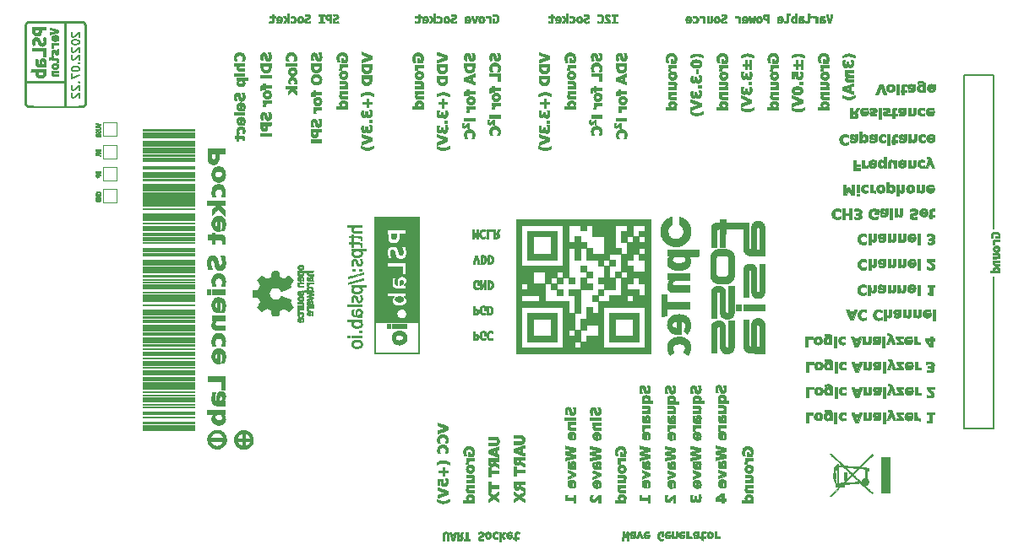
<source format=gbr>
G04 #@! TF.GenerationSoftware,KiCad,Pcbnew,6.0.6+dfsg-1*
G04 #@! TF.CreationDate,2022-07-23T03:11:20+08:00*
G04 #@! TF.ProjectId,PSLab,50534c61-622e-46b6-9963-61645f706362,v6.0-beta*
G04 #@! TF.SameCoordinates,Original*
G04 #@! TF.FileFunction,Legend,Bot*
G04 #@! TF.FilePolarity,Positive*
%FSLAX46Y46*%
G04 Gerber Fmt 4.6, Leading zero omitted, Abs format (unit mm)*
G04 Created by KiCad (PCBNEW 6.0.6+dfsg-1) date 2022-07-23 03:11:20*
%MOMM*%
%LPD*%
G01*
G04 APERTURE LIST*
%ADD10C,0.150000*%
%ADD11C,0.010000*%
%ADD12C,0.120000*%
G04 APERTURE END LIST*
D10*
X105888095Y-48773809D02*
X105850000Y-48811904D01*
X105811904Y-48888095D01*
X105811904Y-49078571D01*
X105850000Y-49154761D01*
X105888095Y-49192857D01*
X105964285Y-49230952D01*
X106040476Y-49230952D01*
X106154761Y-49192857D01*
X106611904Y-48735714D01*
X106611904Y-49230952D01*
X105811904Y-49726190D02*
X105811904Y-49802380D01*
X105850000Y-49878571D01*
X105888095Y-49916666D01*
X105964285Y-49954761D01*
X106116666Y-49992857D01*
X106307142Y-49992857D01*
X106459523Y-49954761D01*
X106535714Y-49916666D01*
X106573809Y-49878571D01*
X106611904Y-49802380D01*
X106611904Y-49726190D01*
X106573809Y-49650000D01*
X106535714Y-49611904D01*
X106459523Y-49573809D01*
X106307142Y-49535714D01*
X106116666Y-49535714D01*
X105964285Y-49573809D01*
X105888095Y-49611904D01*
X105850000Y-49650000D01*
X105811904Y-49726190D01*
X105888095Y-50297619D02*
X105850000Y-50335714D01*
X105811904Y-50411904D01*
X105811904Y-50602380D01*
X105850000Y-50678571D01*
X105888095Y-50716666D01*
X105964285Y-50754761D01*
X106040476Y-50754761D01*
X106154761Y-50716666D01*
X106611904Y-50259523D01*
X106611904Y-50754761D01*
X105888095Y-51059523D02*
X105850000Y-51097619D01*
X105811904Y-51173809D01*
X105811904Y-51364285D01*
X105850000Y-51440476D01*
X105888095Y-51478571D01*
X105964285Y-51516666D01*
X106040476Y-51516666D01*
X106154761Y-51478571D01*
X106611904Y-51021428D01*
X106611904Y-51516666D01*
X106535714Y-51859523D02*
X106573809Y-51897619D01*
X106611904Y-51859523D01*
X106573809Y-51821428D01*
X106535714Y-51859523D01*
X106611904Y-51859523D01*
X105811904Y-52392857D02*
X105811904Y-52469047D01*
X105850000Y-52545238D01*
X105888095Y-52583333D01*
X105964285Y-52621428D01*
X106116666Y-52659523D01*
X106307142Y-52659523D01*
X106459523Y-52621428D01*
X106535714Y-52583333D01*
X106573809Y-52545238D01*
X106611904Y-52469047D01*
X106611904Y-52392857D01*
X106573809Y-52316666D01*
X106535714Y-52278571D01*
X106459523Y-52240476D01*
X106307142Y-52202380D01*
X106116666Y-52202380D01*
X105964285Y-52240476D01*
X105888095Y-52278571D01*
X105850000Y-52316666D01*
X105811904Y-52392857D01*
X105811904Y-52926190D02*
X105811904Y-53459523D01*
X106611904Y-53116666D01*
X106535714Y-53764285D02*
X106573809Y-53802380D01*
X106611904Y-53764285D01*
X106573809Y-53726190D01*
X106535714Y-53764285D01*
X106611904Y-53764285D01*
X105888095Y-54107142D02*
X105850000Y-54145238D01*
X105811904Y-54221428D01*
X105811904Y-54411904D01*
X105850000Y-54488095D01*
X105888095Y-54526190D01*
X105964285Y-54564285D01*
X106040476Y-54564285D01*
X106154761Y-54526190D01*
X106611904Y-54069047D01*
X106611904Y-54564285D01*
X105888095Y-54869047D02*
X105850000Y-54907142D01*
X105811904Y-54983333D01*
X105811904Y-55173809D01*
X105850000Y-55250000D01*
X105888095Y-55288095D01*
X105964285Y-55326190D01*
X106040476Y-55326190D01*
X106154761Y-55288095D01*
X106611904Y-54830952D01*
X106611904Y-55326190D01*
G36*
X122123742Y-89565440D02*
G01*
X122128440Y-89514604D01*
X122134901Y-89473584D01*
X122135686Y-89469972D01*
X122166931Y-89360083D01*
X122209822Y-89257585D01*
X122264820Y-89161672D01*
X122332384Y-89071539D01*
X122410542Y-88988699D01*
X122499890Y-88912485D01*
X122594901Y-88849102D01*
X122695158Y-88798706D01*
X122800242Y-88761455D01*
X122909738Y-88737504D01*
X123023226Y-88727011D01*
X123106500Y-88727840D01*
X123207072Y-88737328D01*
X123299621Y-88755563D01*
X123387897Y-88783513D01*
X123475650Y-88822147D01*
X123479628Y-88824143D01*
X123544434Y-88859632D01*
X123602811Y-88898132D01*
X123658809Y-88942635D01*
X123716482Y-88996131D01*
X123727649Y-89007244D01*
X123805511Y-89094053D01*
X123870057Y-89184915D01*
X123921496Y-89280372D01*
X123960035Y-89380969D01*
X123985882Y-89487249D01*
X123999245Y-89599755D01*
X124000333Y-89719030D01*
X124000308Y-89719634D01*
X123989568Y-89833666D01*
X123966793Y-89940856D01*
X123931664Y-90041890D01*
X123883867Y-90137458D01*
X123823084Y-90228248D01*
X123748999Y-90314949D01*
X123707459Y-90356420D01*
X123619076Y-90432007D01*
X123526711Y-90494246D01*
X123429580Y-90543532D01*
X123326896Y-90580259D01*
X123217874Y-90604824D01*
X123212334Y-90605726D01*
X123169624Y-90610722D01*
X123118028Y-90613940D01*
X123062211Y-90615334D01*
X123006835Y-90614857D01*
X122956564Y-90612463D01*
X122919528Y-90608629D01*
X122811925Y-90586007D01*
X122706934Y-90550184D01*
X122606685Y-90502059D01*
X122513312Y-90442535D01*
X122496033Y-90429635D01*
X122458172Y-90398162D01*
X122416486Y-90359386D01*
X122374074Y-90316546D01*
X122334041Y-90272879D01*
X122299486Y-90231625D01*
X122276260Y-90200166D01*
X122217529Y-90101110D01*
X122172257Y-89997986D01*
X122140263Y-89890345D01*
X122129105Y-89834188D01*
X122123958Y-89791134D01*
X122120916Y-89738940D01*
X122119912Y-89681400D01*
X122120000Y-89676005D01*
X122404188Y-89676005D01*
X122411470Y-89772229D01*
X122422649Y-89831932D01*
X122448923Y-89915419D01*
X122487717Y-89995000D01*
X122537670Y-90069298D01*
X122597420Y-90136935D01*
X122665603Y-90196532D01*
X122740859Y-90246713D01*
X122821824Y-90286100D01*
X122895845Y-90310514D01*
X122965260Y-90323424D01*
X123041414Y-90328819D01*
X123119047Y-90326609D01*
X123192900Y-90316706D01*
X123198222Y-90315634D01*
X123284384Y-90290746D01*
X123367458Y-90252740D01*
X123445789Y-90202538D01*
X123517724Y-90141061D01*
X123525197Y-90133628D01*
X123588813Y-90061054D01*
X123638928Y-89985072D01*
X123675937Y-89904728D01*
X123700233Y-89819068D01*
X123712213Y-89727138D01*
X123713707Y-89678111D01*
X123709669Y-89589382D01*
X123697001Y-89509621D01*
X123674852Y-89436023D01*
X123642369Y-89365783D01*
X123598700Y-89296095D01*
X123596925Y-89293584D01*
X123573602Y-89264264D01*
X123542550Y-89230131D01*
X123507356Y-89194718D01*
X123471608Y-89161558D01*
X123438893Y-89134185D01*
X123423780Y-89123073D01*
X123346157Y-89077555D01*
X123264199Y-89044741D01*
X123176945Y-89024373D01*
X123083438Y-89016196D01*
X123027203Y-89016881D01*
X122967639Y-89021066D01*
X122917082Y-89028511D01*
X122870578Y-89040443D01*
X122823168Y-89058090D01*
X122778417Y-89078521D01*
X122694166Y-89126766D01*
X122619641Y-89184641D01*
X122555332Y-89251109D01*
X122501730Y-89325131D01*
X122459324Y-89405670D01*
X122428605Y-89491688D01*
X122410063Y-89582145D01*
X122404188Y-89676005D01*
X122120000Y-89676005D01*
X122120877Y-89622302D01*
X122123742Y-89565440D01*
G37*
D11*
X122123742Y-89565440D02*
X122128440Y-89514604D01*
X122134901Y-89473584D01*
X122135686Y-89469972D01*
X122166931Y-89360083D01*
X122209822Y-89257585D01*
X122264820Y-89161672D01*
X122332384Y-89071539D01*
X122410542Y-88988699D01*
X122499890Y-88912485D01*
X122594901Y-88849102D01*
X122695158Y-88798706D01*
X122800242Y-88761455D01*
X122909738Y-88737504D01*
X123023226Y-88727011D01*
X123106500Y-88727840D01*
X123207072Y-88737328D01*
X123299621Y-88755563D01*
X123387897Y-88783513D01*
X123475650Y-88822147D01*
X123479628Y-88824143D01*
X123544434Y-88859632D01*
X123602811Y-88898132D01*
X123658809Y-88942635D01*
X123716482Y-88996131D01*
X123727649Y-89007244D01*
X123805511Y-89094053D01*
X123870057Y-89184915D01*
X123921496Y-89280372D01*
X123960035Y-89380969D01*
X123985882Y-89487249D01*
X123999245Y-89599755D01*
X124000333Y-89719030D01*
X124000308Y-89719634D01*
X123989568Y-89833666D01*
X123966793Y-89940856D01*
X123931664Y-90041890D01*
X123883867Y-90137458D01*
X123823084Y-90228248D01*
X123748999Y-90314949D01*
X123707459Y-90356420D01*
X123619076Y-90432007D01*
X123526711Y-90494246D01*
X123429580Y-90543532D01*
X123326896Y-90580259D01*
X123217874Y-90604824D01*
X123212334Y-90605726D01*
X123169624Y-90610722D01*
X123118028Y-90613940D01*
X123062211Y-90615334D01*
X123006835Y-90614857D01*
X122956564Y-90612463D01*
X122919528Y-90608629D01*
X122811925Y-90586007D01*
X122706934Y-90550184D01*
X122606685Y-90502059D01*
X122513312Y-90442535D01*
X122496033Y-90429635D01*
X122458172Y-90398162D01*
X122416486Y-90359386D01*
X122374074Y-90316546D01*
X122334041Y-90272879D01*
X122299486Y-90231625D01*
X122276260Y-90200166D01*
X122217529Y-90101110D01*
X122172257Y-89997986D01*
X122140263Y-89890345D01*
X122129105Y-89834188D01*
X122123958Y-89791134D01*
X122120916Y-89738940D01*
X122119912Y-89681400D01*
X122120000Y-89676005D01*
X122404188Y-89676005D01*
X122411470Y-89772229D01*
X122422649Y-89831932D01*
X122448923Y-89915419D01*
X122487717Y-89995000D01*
X122537670Y-90069298D01*
X122597420Y-90136935D01*
X122665603Y-90196532D01*
X122740859Y-90246713D01*
X122821824Y-90286100D01*
X122895845Y-90310514D01*
X122965260Y-90323424D01*
X123041414Y-90328819D01*
X123119047Y-90326609D01*
X123192900Y-90316706D01*
X123198222Y-90315634D01*
X123284384Y-90290746D01*
X123367458Y-90252740D01*
X123445789Y-90202538D01*
X123517724Y-90141061D01*
X123525197Y-90133628D01*
X123588813Y-90061054D01*
X123638928Y-89985072D01*
X123675937Y-89904728D01*
X123700233Y-89819068D01*
X123712213Y-89727138D01*
X123713707Y-89678111D01*
X123709669Y-89589382D01*
X123697001Y-89509621D01*
X123674852Y-89436023D01*
X123642369Y-89365783D01*
X123598700Y-89296095D01*
X123596925Y-89293584D01*
X123573602Y-89264264D01*
X123542550Y-89230131D01*
X123507356Y-89194718D01*
X123471608Y-89161558D01*
X123438893Y-89134185D01*
X123423780Y-89123073D01*
X123346157Y-89077555D01*
X123264199Y-89044741D01*
X123176945Y-89024373D01*
X123083438Y-89016196D01*
X123027203Y-89016881D01*
X122967639Y-89021066D01*
X122917082Y-89028511D01*
X122870578Y-89040443D01*
X122823168Y-89058090D01*
X122778417Y-89078521D01*
X122694166Y-89126766D01*
X122619641Y-89184641D01*
X122555332Y-89251109D01*
X122501730Y-89325131D01*
X122459324Y-89405670D01*
X122428605Y-89491688D01*
X122410063Y-89582145D01*
X122404188Y-89676005D01*
X122120000Y-89676005D01*
X122120877Y-89622302D01*
X122123742Y-89565440D01*
G36*
X165285537Y-90316428D02*
G01*
X165305825Y-90321035D01*
X165337595Y-90328392D01*
X165379724Y-90338234D01*
X165431090Y-90350297D01*
X165490572Y-90364318D01*
X165557048Y-90380033D01*
X165629395Y-90397178D01*
X165706491Y-90415488D01*
X165759394Y-90428075D01*
X165839914Y-90447235D01*
X165917107Y-90465586D01*
X165989765Y-90482839D01*
X166056676Y-90498709D01*
X166116633Y-90512909D01*
X166168424Y-90525153D01*
X166210839Y-90535154D01*
X166242670Y-90542627D01*
X166262705Y-90547284D01*
X166268542Y-90548604D01*
X166302056Y-90555892D01*
X166302056Y-90714057D01*
X166301908Y-90759596D01*
X166301495Y-90800004D01*
X166300860Y-90833285D01*
X166300047Y-90857447D01*
X166299099Y-90870492D01*
X166298587Y-90872222D01*
X166291146Y-90873792D01*
X166271548Y-90878262D01*
X166241311Y-90885272D01*
X166201951Y-90894465D01*
X166154984Y-90905481D01*
X166101927Y-90917961D01*
X166044295Y-90931546D01*
X165983607Y-90945877D01*
X165921378Y-90960595D01*
X165859124Y-90975342D01*
X165798363Y-90989758D01*
X165740610Y-91003484D01*
X165687383Y-91016161D01*
X165640197Y-91027431D01*
X165600569Y-91036934D01*
X165570015Y-91044312D01*
X165550053Y-91049205D01*
X165542198Y-91051254D01*
X165542139Y-91051283D01*
X165548517Y-91053079D01*
X165567096Y-91057773D01*
X165596351Y-91064999D01*
X165634753Y-91074390D01*
X165680777Y-91085580D01*
X165732897Y-91098202D01*
X165789585Y-91111889D01*
X165849315Y-91126274D01*
X165910561Y-91140990D01*
X165971795Y-91155671D01*
X166031492Y-91169949D01*
X166088125Y-91183459D01*
X166140167Y-91195832D01*
X166186092Y-91206703D01*
X166224373Y-91215704D01*
X166253484Y-91222470D01*
X166271897Y-91226632D01*
X166272070Y-91226669D01*
X166302056Y-91233199D01*
X166302056Y-91391377D01*
X166301913Y-91436918D01*
X166301512Y-91477328D01*
X166300897Y-91510612D01*
X166300109Y-91534776D01*
X166299190Y-91547823D01*
X166298694Y-91549556D01*
X166291452Y-91551135D01*
X166271554Y-91555705D01*
X166240077Y-91563012D01*
X166198099Y-91572805D01*
X166146698Y-91584831D01*
X166086951Y-91598838D01*
X166019935Y-91614573D01*
X165946728Y-91631785D01*
X165868407Y-91650220D01*
X165786587Y-91669500D01*
X165704265Y-91688900D01*
X165625995Y-91707326D01*
X165552855Y-91724528D01*
X165485919Y-91740252D01*
X165426265Y-91754247D01*
X165374969Y-91766260D01*
X165333107Y-91776038D01*
X165301756Y-91783330D01*
X165281992Y-91787883D01*
X165274893Y-91789445D01*
X165273959Y-91782757D01*
X165273146Y-91764166D01*
X165272506Y-91735880D01*
X165272089Y-91700107D01*
X165271945Y-91660292D01*
X165271945Y-91531140D01*
X165622959Y-91448318D01*
X165691469Y-91432112D01*
X165756063Y-91416754D01*
X165815389Y-91402571D01*
X165868097Y-91389889D01*
X165912835Y-91379036D01*
X165948254Y-91370337D01*
X165973003Y-91364119D01*
X165985732Y-91360708D01*
X165986937Y-91360309D01*
X165983469Y-91357483D01*
X165966586Y-91351759D01*
X165936659Y-91343237D01*
X165894062Y-91332012D01*
X165839169Y-91318183D01*
X165772354Y-91301847D01*
X165693988Y-91283101D01*
X165658853Y-91274799D01*
X165590921Y-91258783D01*
X165526574Y-91243580D01*
X165467238Y-91229530D01*
X165414336Y-91216971D01*
X165369294Y-91206242D01*
X165333536Y-91197682D01*
X165308487Y-91191630D01*
X165295570Y-91188424D01*
X165294875Y-91188239D01*
X165271945Y-91182004D01*
X165271945Y-91052283D01*
X165272053Y-91006244D01*
X165272497Y-90972390D01*
X165273454Y-90948795D01*
X165275103Y-90933534D01*
X165277623Y-90924681D01*
X165281191Y-90920310D01*
X165284292Y-90918921D01*
X165293406Y-90916639D01*
X165314908Y-90911462D01*
X165347448Y-90903711D01*
X165389673Y-90893705D01*
X165440233Y-90881763D01*
X165497775Y-90868206D01*
X165560948Y-90853351D01*
X165628401Y-90837520D01*
X165645889Y-90833420D01*
X165713948Y-90817463D01*
X165777861Y-90802470D01*
X165836308Y-90788750D01*
X165887968Y-90776614D01*
X165931523Y-90766372D01*
X165965653Y-90758335D01*
X165989037Y-90752811D01*
X166000356Y-90750113D01*
X166001171Y-90749909D01*
X165995467Y-90748096D01*
X165977568Y-90743399D01*
X165949007Y-90736189D01*
X165911321Y-90726836D01*
X165866045Y-90715710D01*
X165814713Y-90703181D01*
X165758861Y-90689620D01*
X165700023Y-90675397D01*
X165639735Y-90660882D01*
X165579532Y-90646444D01*
X165520950Y-90632455D01*
X165465522Y-90619284D01*
X165414784Y-90607302D01*
X165370272Y-90596879D01*
X165333520Y-90588385D01*
X165306064Y-90582191D01*
X165301931Y-90581284D01*
X165271945Y-90574746D01*
X165271945Y-90444790D01*
X165272249Y-90403724D01*
X165273094Y-90367995D01*
X165274381Y-90339803D01*
X165276009Y-90321350D01*
X165277852Y-90314834D01*
X165285537Y-90316428D01*
G37*
X165285537Y-90316428D02*
X165305825Y-90321035D01*
X165337595Y-90328392D01*
X165379724Y-90338234D01*
X165431090Y-90350297D01*
X165490572Y-90364318D01*
X165557048Y-90380033D01*
X165629395Y-90397178D01*
X165706491Y-90415488D01*
X165759394Y-90428075D01*
X165839914Y-90447235D01*
X165917107Y-90465586D01*
X165989765Y-90482839D01*
X166056676Y-90498709D01*
X166116633Y-90512909D01*
X166168424Y-90525153D01*
X166210839Y-90535154D01*
X166242670Y-90542627D01*
X166262705Y-90547284D01*
X166268542Y-90548604D01*
X166302056Y-90555892D01*
X166302056Y-90714057D01*
X166301908Y-90759596D01*
X166301495Y-90800004D01*
X166300860Y-90833285D01*
X166300047Y-90857447D01*
X166299099Y-90870492D01*
X166298587Y-90872222D01*
X166291146Y-90873792D01*
X166271548Y-90878262D01*
X166241311Y-90885272D01*
X166201951Y-90894465D01*
X166154984Y-90905481D01*
X166101927Y-90917961D01*
X166044295Y-90931546D01*
X165983607Y-90945877D01*
X165921378Y-90960595D01*
X165859124Y-90975342D01*
X165798363Y-90989758D01*
X165740610Y-91003484D01*
X165687383Y-91016161D01*
X165640197Y-91027431D01*
X165600569Y-91036934D01*
X165570015Y-91044312D01*
X165550053Y-91049205D01*
X165542198Y-91051254D01*
X165542139Y-91051283D01*
X165548517Y-91053079D01*
X165567096Y-91057773D01*
X165596351Y-91064999D01*
X165634753Y-91074390D01*
X165680777Y-91085580D01*
X165732897Y-91098202D01*
X165789585Y-91111889D01*
X165849315Y-91126274D01*
X165910561Y-91140990D01*
X165971795Y-91155671D01*
X166031492Y-91169949D01*
X166088125Y-91183459D01*
X166140167Y-91195832D01*
X166186092Y-91206703D01*
X166224373Y-91215704D01*
X166253484Y-91222470D01*
X166271897Y-91226632D01*
X166272070Y-91226669D01*
X166302056Y-91233199D01*
X166302056Y-91391377D01*
X166301913Y-91436918D01*
X166301512Y-91477328D01*
X166300897Y-91510612D01*
X166300109Y-91534776D01*
X166299190Y-91547823D01*
X166298694Y-91549556D01*
X166291452Y-91551135D01*
X166271554Y-91555705D01*
X166240077Y-91563012D01*
X166198099Y-91572805D01*
X166146698Y-91584831D01*
X166086951Y-91598838D01*
X166019935Y-91614573D01*
X165946728Y-91631785D01*
X165868407Y-91650220D01*
X165786587Y-91669500D01*
X165704265Y-91688900D01*
X165625995Y-91707326D01*
X165552855Y-91724528D01*
X165485919Y-91740252D01*
X165426265Y-91754247D01*
X165374969Y-91766260D01*
X165333107Y-91776038D01*
X165301756Y-91783330D01*
X165281992Y-91787883D01*
X165274893Y-91789445D01*
X165273959Y-91782757D01*
X165273146Y-91764166D01*
X165272506Y-91735880D01*
X165272089Y-91700107D01*
X165271945Y-91660292D01*
X165271945Y-91531140D01*
X165622959Y-91448318D01*
X165691469Y-91432112D01*
X165756063Y-91416754D01*
X165815389Y-91402571D01*
X165868097Y-91389889D01*
X165912835Y-91379036D01*
X165948254Y-91370337D01*
X165973003Y-91364119D01*
X165985732Y-91360708D01*
X165986937Y-91360309D01*
X165983469Y-91357483D01*
X165966586Y-91351759D01*
X165936659Y-91343237D01*
X165894062Y-91332012D01*
X165839169Y-91318183D01*
X165772354Y-91301847D01*
X165693988Y-91283101D01*
X165658853Y-91274799D01*
X165590921Y-91258783D01*
X165526574Y-91243580D01*
X165467238Y-91229530D01*
X165414336Y-91216971D01*
X165369294Y-91206242D01*
X165333536Y-91197682D01*
X165308487Y-91191630D01*
X165295570Y-91188424D01*
X165294875Y-91188239D01*
X165271945Y-91182004D01*
X165271945Y-91052283D01*
X165272053Y-91006244D01*
X165272497Y-90972390D01*
X165273454Y-90948795D01*
X165275103Y-90933534D01*
X165277623Y-90924681D01*
X165281191Y-90920310D01*
X165284292Y-90918921D01*
X165293406Y-90916639D01*
X165314908Y-90911462D01*
X165347448Y-90903711D01*
X165389673Y-90893705D01*
X165440233Y-90881763D01*
X165497775Y-90868206D01*
X165560948Y-90853351D01*
X165628401Y-90837520D01*
X165645889Y-90833420D01*
X165713948Y-90817463D01*
X165777861Y-90802470D01*
X165836308Y-90788750D01*
X165887968Y-90776614D01*
X165931523Y-90766372D01*
X165965653Y-90758335D01*
X165989037Y-90752811D01*
X166000356Y-90750113D01*
X166001171Y-90749909D01*
X165995467Y-90748096D01*
X165977568Y-90743399D01*
X165949007Y-90736189D01*
X165911321Y-90726836D01*
X165866045Y-90715710D01*
X165814713Y-90703181D01*
X165758861Y-90689620D01*
X165700023Y-90675397D01*
X165639735Y-90660882D01*
X165579532Y-90646444D01*
X165520950Y-90632455D01*
X165465522Y-90619284D01*
X165414784Y-90607302D01*
X165370272Y-90596879D01*
X165333520Y-90588385D01*
X165306064Y-90582191D01*
X165301931Y-90581284D01*
X165271945Y-90574746D01*
X165271945Y-90444790D01*
X165272249Y-90403724D01*
X165273094Y-90367995D01*
X165274381Y-90339803D01*
X165276009Y-90321350D01*
X165277852Y-90314834D01*
X165285537Y-90316428D01*
G36*
X147106001Y-68585940D02*
G01*
X147147432Y-68590259D01*
X147168085Y-68594137D01*
X147195186Y-68601650D01*
X147223867Y-68611396D01*
X147250929Y-68622051D01*
X147273175Y-68632286D01*
X147287405Y-68640775D01*
X147290892Y-68645070D01*
X147289073Y-68656510D01*
X147283793Y-68676384D01*
X147276218Y-68701212D01*
X147267511Y-68727516D01*
X147258839Y-68751819D01*
X147251366Y-68770641D01*
X147246256Y-68780504D01*
X147245304Y-68781200D01*
X147235916Y-68778775D01*
X147217405Y-68772329D01*
X147193689Y-68763229D01*
X147192503Y-68762755D01*
X147139310Y-68746736D01*
X147084823Y-68739805D01*
X147031952Y-68741760D01*
X146983613Y-68752397D01*
X146942717Y-68771512D01*
X146929463Y-68781180D01*
X146902787Y-68811457D01*
X146880902Y-68852602D01*
X146864098Y-68902105D01*
X146852667Y-68957457D01*
X146846901Y-69016152D01*
X146847090Y-69075679D01*
X146853527Y-69133532D01*
X146866504Y-69187201D01*
X146878614Y-69218722D01*
X146905804Y-69264985D01*
X146940683Y-69300071D01*
X146976639Y-69321823D01*
X147018152Y-69334744D01*
X147067010Y-69338975D01*
X147119664Y-69334792D01*
X147172564Y-69322472D01*
X147221308Y-69302728D01*
X147247255Y-69289513D01*
X147268933Y-69359290D01*
X147277944Y-69388709D01*
X147285123Y-69412938D01*
X147289583Y-69428932D01*
X147290611Y-69433626D01*
X147284712Y-69438644D01*
X147269199Y-69447534D01*
X147247350Y-69458428D01*
X147245925Y-69459097D01*
X147182860Y-69482010D01*
X147113876Y-69495616D01*
X147044332Y-69499097D01*
X147004861Y-69496023D01*
X146934488Y-69479922D01*
X146870322Y-69451568D01*
X146813202Y-69411757D01*
X146763967Y-69361284D01*
X146723457Y-69300948D01*
X146692509Y-69231544D01*
X146679104Y-69186777D01*
X146672694Y-69150296D01*
X146668576Y-69103952D01*
X146666753Y-69051808D01*
X146667226Y-68997923D01*
X146669998Y-68946361D01*
X146675072Y-68901183D01*
X146678947Y-68880056D01*
X146701250Y-68806445D01*
X146733367Y-68742338D01*
X146774870Y-68688211D01*
X146825328Y-68644542D01*
X146884314Y-68611806D01*
X146936043Y-68594150D01*
X146969633Y-68588275D01*
X147012334Y-68584949D01*
X147059379Y-68584170D01*
X147106001Y-68585940D01*
G37*
X147106001Y-68585940D02*
X147147432Y-68590259D01*
X147168085Y-68594137D01*
X147195186Y-68601650D01*
X147223867Y-68611396D01*
X147250929Y-68622051D01*
X147273175Y-68632286D01*
X147287405Y-68640775D01*
X147290892Y-68645070D01*
X147289073Y-68656510D01*
X147283793Y-68676384D01*
X147276218Y-68701212D01*
X147267511Y-68727516D01*
X147258839Y-68751819D01*
X147251366Y-68770641D01*
X147246256Y-68780504D01*
X147245304Y-68781200D01*
X147235916Y-68778775D01*
X147217405Y-68772329D01*
X147193689Y-68763229D01*
X147192503Y-68762755D01*
X147139310Y-68746736D01*
X147084823Y-68739805D01*
X147031952Y-68741760D01*
X146983613Y-68752397D01*
X146942717Y-68771512D01*
X146929463Y-68781180D01*
X146902787Y-68811457D01*
X146880902Y-68852602D01*
X146864098Y-68902105D01*
X146852667Y-68957457D01*
X146846901Y-69016152D01*
X146847090Y-69075679D01*
X146853527Y-69133532D01*
X146866504Y-69187201D01*
X146878614Y-69218722D01*
X146905804Y-69264985D01*
X146940683Y-69300071D01*
X146976639Y-69321823D01*
X147018152Y-69334744D01*
X147067010Y-69338975D01*
X147119664Y-69334792D01*
X147172564Y-69322472D01*
X147221308Y-69302728D01*
X147247255Y-69289513D01*
X147268933Y-69359290D01*
X147277944Y-69388709D01*
X147285123Y-69412938D01*
X147289583Y-69428932D01*
X147290611Y-69433626D01*
X147284712Y-69438644D01*
X147269199Y-69447534D01*
X147247350Y-69458428D01*
X147245925Y-69459097D01*
X147182860Y-69482010D01*
X147113876Y-69495616D01*
X147044332Y-69499097D01*
X147004861Y-69496023D01*
X146934488Y-69479922D01*
X146870322Y-69451568D01*
X146813202Y-69411757D01*
X146763967Y-69361284D01*
X146723457Y-69300948D01*
X146692509Y-69231544D01*
X146679104Y-69186777D01*
X146672694Y-69150296D01*
X146668576Y-69103952D01*
X146666753Y-69051808D01*
X146667226Y-68997923D01*
X146669998Y-68946361D01*
X146675072Y-68901183D01*
X146678947Y-68880056D01*
X146701250Y-68806445D01*
X146733367Y-68742338D01*
X146774870Y-68688211D01*
X146825328Y-68644542D01*
X146884314Y-68611806D01*
X146936043Y-68594150D01*
X146969633Y-68588275D01*
X147012334Y-68584949D01*
X147059379Y-68584170D01*
X147106001Y-68585940D01*
G36*
X166302056Y-88500822D02*
G01*
X166078042Y-88502953D01*
X166015710Y-88503582D01*
X165965825Y-88504234D01*
X165926723Y-88505024D01*
X165896742Y-88506070D01*
X165874216Y-88507488D01*
X165857482Y-88509395D01*
X165844877Y-88511908D01*
X165834737Y-88515143D01*
X165825398Y-88519217D01*
X165821892Y-88520921D01*
X165784899Y-88544238D01*
X165753205Y-88573830D01*
X165732383Y-88603432D01*
X165722588Y-88633305D01*
X165718207Y-88672059D01*
X165719075Y-88715617D01*
X165725026Y-88759898D01*
X165735896Y-88800824D01*
X165740902Y-88813764D01*
X165741935Y-88818299D01*
X165739312Y-88821567D01*
X165731156Y-88823774D01*
X165715592Y-88825126D01*
X165690747Y-88825828D01*
X165654744Y-88826085D01*
X165628262Y-88826111D01*
X165510347Y-88826111D01*
X165512854Y-88743209D01*
X165514309Y-88705970D01*
X165516505Y-88678994D01*
X165520146Y-88658432D01*
X165525939Y-88640435D01*
X165534590Y-88621155D01*
X165535624Y-88619039D01*
X165551607Y-88592336D01*
X165573432Y-88563160D01*
X165594609Y-88539664D01*
X165633331Y-88501556D01*
X165525945Y-88501556D01*
X165525945Y-88247556D01*
X166302056Y-88247556D01*
X166302056Y-88500822D01*
G37*
X166302056Y-88500822D02*
X166078042Y-88502953D01*
X166015710Y-88503582D01*
X165965825Y-88504234D01*
X165926723Y-88505024D01*
X165896742Y-88506070D01*
X165874216Y-88507488D01*
X165857482Y-88509395D01*
X165844877Y-88511908D01*
X165834737Y-88515143D01*
X165825398Y-88519217D01*
X165821892Y-88520921D01*
X165784899Y-88544238D01*
X165753205Y-88573830D01*
X165732383Y-88603432D01*
X165722588Y-88633305D01*
X165718207Y-88672059D01*
X165719075Y-88715617D01*
X165725026Y-88759898D01*
X165735896Y-88800824D01*
X165740902Y-88813764D01*
X165741935Y-88818299D01*
X165739312Y-88821567D01*
X165731156Y-88823774D01*
X165715592Y-88825126D01*
X165690747Y-88825828D01*
X165654744Y-88826085D01*
X165628262Y-88826111D01*
X165510347Y-88826111D01*
X165512854Y-88743209D01*
X165514309Y-88705970D01*
X165516505Y-88678994D01*
X165520146Y-88658432D01*
X165525939Y-88640435D01*
X165534590Y-88621155D01*
X165535624Y-88619039D01*
X165551607Y-88592336D01*
X165573432Y-88563160D01*
X165594609Y-88539664D01*
X165633331Y-88501556D01*
X165525945Y-88501556D01*
X165525945Y-88247556D01*
X166302056Y-88247556D01*
X166302056Y-88500822D01*
G36*
X191484471Y-59474793D02*
G01*
X191483399Y-59426111D01*
X191484937Y-59377966D01*
X191489093Y-59335162D01*
X191494069Y-59308913D01*
X191518271Y-59240385D01*
X191553539Y-59180523D01*
X191599608Y-59129584D01*
X191656213Y-59087823D01*
X191723088Y-59055497D01*
X191772611Y-59039486D01*
X191796375Y-59034225D01*
X191823656Y-59030650D01*
X191857403Y-59028541D01*
X191900560Y-59027679D01*
X191931361Y-59027666D01*
X191994053Y-59028942D01*
X192047656Y-59032642D01*
X192097092Y-59039496D01*
X192147280Y-59050235D01*
X192203141Y-59065588D01*
X192218875Y-59070326D01*
X192280611Y-59089169D01*
X192280611Y-59186835D01*
X192280199Y-59222120D01*
X192279066Y-59251731D01*
X192277370Y-59273130D01*
X192275271Y-59283778D01*
X192274532Y-59284500D01*
X192265867Y-59281674D01*
X192247614Y-59274085D01*
X192222911Y-59263070D01*
X192207743Y-59256050D01*
X192142869Y-59229754D01*
X192076857Y-59210573D01*
X192011998Y-59198740D01*
X191950583Y-59194488D01*
X191894901Y-59198049D01*
X191847243Y-59209654D01*
X191828909Y-59217623D01*
X191796041Y-59241868D01*
X191768449Y-59276932D01*
X191748171Y-59319897D01*
X191741578Y-59342709D01*
X191737065Y-59362111D01*
X192315889Y-59362111D01*
X192315643Y-59416792D01*
X192309392Y-59501081D01*
X192291841Y-59577284D01*
X192263606Y-59644878D01*
X192225299Y-59703341D01*
X192177535Y-59752149D01*
X192120927Y-59790781D01*
X192056090Y-59818712D01*
X191983637Y-59835421D01*
X191904182Y-59840385D01*
X191825528Y-59834143D01*
X191748108Y-59817110D01*
X191679487Y-59789524D01*
X191620134Y-59751780D01*
X191570517Y-59704274D01*
X191531106Y-59647402D01*
X191502370Y-59581561D01*
X191494421Y-59554556D01*
X191489235Y-59525334D01*
X191744389Y-59525334D01*
X191749996Y-59554809D01*
X191764885Y-59586885D01*
X191786161Y-59617034D01*
X191810928Y-59640731D01*
X191823174Y-59648468D01*
X191844982Y-59657227D01*
X191871269Y-59664403D01*
X191896184Y-59668686D01*
X191913722Y-59668793D01*
X191927400Y-59666301D01*
X191947469Y-59662817D01*
X191951386Y-59662152D01*
X191977504Y-59651863D01*
X192004073Y-59631781D01*
X192027334Y-59605583D01*
X192043530Y-59576945D01*
X192046156Y-59569432D01*
X192051310Y-59552700D01*
X192054439Y-59539982D01*
X192054002Y-59530730D01*
X192048458Y-59524396D01*
X192036268Y-59520432D01*
X192015890Y-59518292D01*
X191985784Y-59517426D01*
X191944410Y-59517288D01*
X191899611Y-59517334D01*
X191844040Y-59517582D01*
X191801678Y-59518358D01*
X191771631Y-59519707D01*
X191753004Y-59521675D01*
X191744904Y-59524310D01*
X191744389Y-59525334D01*
X191489235Y-59525334D01*
X191488147Y-59519209D01*
X191484471Y-59474793D01*
G37*
X191484471Y-59474793D02*
X191483399Y-59426111D01*
X191484937Y-59377966D01*
X191489093Y-59335162D01*
X191494069Y-59308913D01*
X191518271Y-59240385D01*
X191553539Y-59180523D01*
X191599608Y-59129584D01*
X191656213Y-59087823D01*
X191723088Y-59055497D01*
X191772611Y-59039486D01*
X191796375Y-59034225D01*
X191823656Y-59030650D01*
X191857403Y-59028541D01*
X191900560Y-59027679D01*
X191931361Y-59027666D01*
X191994053Y-59028942D01*
X192047656Y-59032642D01*
X192097092Y-59039496D01*
X192147280Y-59050235D01*
X192203141Y-59065588D01*
X192218875Y-59070326D01*
X192280611Y-59089169D01*
X192280611Y-59186835D01*
X192280199Y-59222120D01*
X192279066Y-59251731D01*
X192277370Y-59273130D01*
X192275271Y-59283778D01*
X192274532Y-59284500D01*
X192265867Y-59281674D01*
X192247614Y-59274085D01*
X192222911Y-59263070D01*
X192207743Y-59256050D01*
X192142869Y-59229754D01*
X192076857Y-59210573D01*
X192011998Y-59198740D01*
X191950583Y-59194488D01*
X191894901Y-59198049D01*
X191847243Y-59209654D01*
X191828909Y-59217623D01*
X191796041Y-59241868D01*
X191768449Y-59276932D01*
X191748171Y-59319897D01*
X191741578Y-59342709D01*
X191737065Y-59362111D01*
X192315889Y-59362111D01*
X192315643Y-59416792D01*
X192309392Y-59501081D01*
X192291841Y-59577284D01*
X192263606Y-59644878D01*
X192225299Y-59703341D01*
X192177535Y-59752149D01*
X192120927Y-59790781D01*
X192056090Y-59818712D01*
X191983637Y-59835421D01*
X191904182Y-59840385D01*
X191825528Y-59834143D01*
X191748108Y-59817110D01*
X191679487Y-59789524D01*
X191620134Y-59751780D01*
X191570517Y-59704274D01*
X191531106Y-59647402D01*
X191502370Y-59581561D01*
X191494421Y-59554556D01*
X191489235Y-59525334D01*
X191744389Y-59525334D01*
X191749996Y-59554809D01*
X191764885Y-59586885D01*
X191786161Y-59617034D01*
X191810928Y-59640731D01*
X191823174Y-59648468D01*
X191844982Y-59657227D01*
X191871269Y-59664403D01*
X191896184Y-59668686D01*
X191913722Y-59668793D01*
X191927400Y-59666301D01*
X191947469Y-59662817D01*
X191951386Y-59662152D01*
X191977504Y-59651863D01*
X192004073Y-59631781D01*
X192027334Y-59605583D01*
X192043530Y-59576945D01*
X192046156Y-59569432D01*
X192051310Y-59552700D01*
X192054439Y-59539982D01*
X192054002Y-59530730D01*
X192048458Y-59524396D01*
X192036268Y-59520432D01*
X192015890Y-59518292D01*
X191985784Y-59517426D01*
X191944410Y-59517288D01*
X191899611Y-59517334D01*
X191844040Y-59517582D01*
X191801678Y-59518358D01*
X191771631Y-59519707D01*
X191753004Y-59521675D01*
X191744904Y-59524310D01*
X191744389Y-59525334D01*
X191489235Y-59525334D01*
X191488147Y-59519209D01*
X191484471Y-59474793D01*
G36*
X186480580Y-64356108D02*
G01*
X186501367Y-64299434D01*
X186531811Y-64248458D01*
X186572152Y-64201597D01*
X186618109Y-64161619D01*
X186667567Y-64131205D01*
X186722590Y-64109628D01*
X186785244Y-64096160D01*
X186857592Y-64090073D01*
X186890167Y-64089542D01*
X186967096Y-64092846D01*
X187033462Y-64103234D01*
X187091290Y-64121423D01*
X187142609Y-64148127D01*
X187189447Y-64184061D01*
X187207795Y-64201597D01*
X187248184Y-64248855D01*
X187278235Y-64299455D01*
X187298743Y-64355589D01*
X187310505Y-64419452D01*
X187314313Y-64493236D01*
X187314313Y-64495397D01*
X187308809Y-64577659D01*
X187292499Y-64650849D01*
X187265370Y-64714986D01*
X187227412Y-64770087D01*
X187178614Y-64816168D01*
X187118964Y-64853247D01*
X187062262Y-64876839D01*
X187036903Y-64884886D01*
X187013578Y-64890488D01*
X186988444Y-64894174D01*
X186957658Y-64896475D01*
X186917377Y-64897921D01*
X186907806Y-64898155D01*
X186847295Y-64898354D01*
X186800060Y-64895800D01*
X186766695Y-64890734D01*
X186694808Y-64868860D01*
X186633213Y-64838304D01*
X186580514Y-64798291D01*
X186557072Y-64774505D01*
X186519485Y-64724528D01*
X186492120Y-64668886D01*
X186474437Y-64605940D01*
X186465894Y-64534051D01*
X186464881Y-64495028D01*
X186731452Y-64495028D01*
X186731747Y-64534421D01*
X186732882Y-64563024D01*
X186735280Y-64584153D01*
X186739364Y-64601122D01*
X186745558Y-64617248D01*
X186747671Y-64621940D01*
X186772536Y-64663889D01*
X186803225Y-64693251D01*
X186840760Y-64710706D01*
X186886160Y-64716934D01*
X186890167Y-64716968D01*
X186923002Y-64713891D01*
X186952760Y-64705834D01*
X186957195Y-64703943D01*
X186986659Y-64686368D01*
X187009681Y-64662441D01*
X187029560Y-64628580D01*
X187032697Y-64621940D01*
X187039551Y-64605497D01*
X187044174Y-64589149D01*
X187046991Y-64569582D01*
X187048424Y-64543481D01*
X187048898Y-64507533D01*
X187048917Y-64495028D01*
X187048639Y-64455678D01*
X187047524Y-64427116D01*
X187045146Y-64406027D01*
X187041081Y-64389093D01*
X187034905Y-64373000D01*
X187032664Y-64368028D01*
X187008322Y-64325964D01*
X186979226Y-64296619D01*
X186943868Y-64278980D01*
X186900744Y-64272034D01*
X186889703Y-64271842D01*
X186844692Y-64276804D01*
X186807979Y-64291957D01*
X186777916Y-64318418D01*
X186752857Y-64357302D01*
X186747670Y-64368028D01*
X186740806Y-64384487D01*
X186736177Y-64400814D01*
X186733360Y-64420326D01*
X186731931Y-64446337D01*
X186731466Y-64482165D01*
X186731452Y-64495028D01*
X186464881Y-64495028D01*
X186468677Y-64420600D01*
X186480580Y-64356108D01*
G37*
X186480580Y-64356108D02*
X186501367Y-64299434D01*
X186531811Y-64248458D01*
X186572152Y-64201597D01*
X186618109Y-64161619D01*
X186667567Y-64131205D01*
X186722590Y-64109628D01*
X186785244Y-64096160D01*
X186857592Y-64090073D01*
X186890167Y-64089542D01*
X186967096Y-64092846D01*
X187033462Y-64103234D01*
X187091290Y-64121423D01*
X187142609Y-64148127D01*
X187189447Y-64184061D01*
X187207795Y-64201597D01*
X187248184Y-64248855D01*
X187278235Y-64299455D01*
X187298743Y-64355589D01*
X187310505Y-64419452D01*
X187314313Y-64493236D01*
X187314313Y-64495397D01*
X187308809Y-64577659D01*
X187292499Y-64650849D01*
X187265370Y-64714986D01*
X187227412Y-64770087D01*
X187178614Y-64816168D01*
X187118964Y-64853247D01*
X187062262Y-64876839D01*
X187036903Y-64884886D01*
X187013578Y-64890488D01*
X186988444Y-64894174D01*
X186957658Y-64896475D01*
X186917377Y-64897921D01*
X186907806Y-64898155D01*
X186847295Y-64898354D01*
X186800060Y-64895800D01*
X186766695Y-64890734D01*
X186694808Y-64868860D01*
X186633213Y-64838304D01*
X186580514Y-64798291D01*
X186557072Y-64774505D01*
X186519485Y-64724528D01*
X186492120Y-64668886D01*
X186474437Y-64605940D01*
X186465894Y-64534051D01*
X186464881Y-64495028D01*
X186731452Y-64495028D01*
X186731747Y-64534421D01*
X186732882Y-64563024D01*
X186735280Y-64584153D01*
X186739364Y-64601122D01*
X186745558Y-64617248D01*
X186747671Y-64621940D01*
X186772536Y-64663889D01*
X186803225Y-64693251D01*
X186840760Y-64710706D01*
X186886160Y-64716934D01*
X186890167Y-64716968D01*
X186923002Y-64713891D01*
X186952760Y-64705834D01*
X186957195Y-64703943D01*
X186986659Y-64686368D01*
X187009681Y-64662441D01*
X187029560Y-64628580D01*
X187032697Y-64621940D01*
X187039551Y-64605497D01*
X187044174Y-64589149D01*
X187046991Y-64569582D01*
X187048424Y-64543481D01*
X187048898Y-64507533D01*
X187048917Y-64495028D01*
X187048639Y-64455678D01*
X187047524Y-64427116D01*
X187045146Y-64406027D01*
X187041081Y-64389093D01*
X187034905Y-64373000D01*
X187032664Y-64368028D01*
X187008322Y-64325964D01*
X186979226Y-64296619D01*
X186943868Y-64278980D01*
X186900744Y-64272034D01*
X186889703Y-64271842D01*
X186844692Y-64276804D01*
X186807979Y-64291957D01*
X186777916Y-64318418D01*
X186752857Y-64357302D01*
X186747670Y-64368028D01*
X186740806Y-64384487D01*
X186736177Y-64400814D01*
X186733360Y-64420326D01*
X186731931Y-64446337D01*
X186731466Y-64482165D01*
X186731452Y-64495028D01*
X186464881Y-64495028D01*
X186468677Y-64420600D01*
X186480580Y-64356108D01*
G36*
X181223999Y-84702201D02*
G01*
X181234487Y-84658389D01*
X181250793Y-84614441D01*
X181258975Y-84596165D01*
X181279051Y-84561555D01*
X181306879Y-84524841D01*
X181338776Y-84490165D01*
X181371063Y-84461670D01*
X181390028Y-84448708D01*
X181441613Y-84425940D01*
X181499953Y-84412940D01*
X181561202Y-84410166D01*
X181621511Y-84418074D01*
X181630126Y-84420181D01*
X181665880Y-84431687D01*
X181697399Y-84447428D01*
X181728973Y-84469947D01*
X181760069Y-84497262D01*
X181798166Y-84532806D01*
X181793667Y-84479889D01*
X181788808Y-84436622D01*
X181781866Y-84403454D01*
X181771635Y-84376400D01*
X181756908Y-84351474D01*
X181753170Y-84346190D01*
X181725755Y-84317522D01*
X181690157Y-84296862D01*
X181644897Y-84283601D01*
X181588501Y-84277135D01*
X181584795Y-84276952D01*
X181522193Y-84277631D01*
X181464458Y-84286521D01*
X181406365Y-84304688D01*
X181367714Y-84321151D01*
X181342985Y-84332445D01*
X181323665Y-84341024D01*
X181312906Y-84345496D01*
X181311757Y-84345834D01*
X181310845Y-84339199D01*
X181310078Y-84320982D01*
X181309523Y-84293711D01*
X181309243Y-84259912D01*
X181309222Y-84247329D01*
X181309222Y-84148825D01*
X181343158Y-84138747D01*
X181381012Y-84128150D01*
X181415002Y-84120411D01*
X181448661Y-84115107D01*
X181485524Y-84111817D01*
X181529125Y-84110122D01*
X181582999Y-84109600D01*
X181587917Y-84109596D01*
X181635805Y-84109789D01*
X181672552Y-84110570D01*
X181701121Y-84112197D01*
X181724479Y-84114929D01*
X181745589Y-84119024D01*
X181767418Y-84124740D01*
X181769944Y-84125466D01*
X181842625Y-84151703D01*
X181903597Y-84185310D01*
X181953552Y-84226926D01*
X181993183Y-84277190D01*
X182023184Y-84336740D01*
X182034539Y-84369374D01*
X182037012Y-84379244D01*
X182039133Y-84392168D01*
X182040939Y-84409299D01*
X182042466Y-84431793D01*
X182043754Y-84460804D01*
X182044837Y-84497486D01*
X182045754Y-84542994D01*
X182046541Y-84598483D01*
X182047236Y-84665108D01*
X182047876Y-84744022D01*
X182048234Y-84795625D01*
X182050822Y-85185445D01*
X181796056Y-85185445D01*
X181796056Y-85080532D01*
X181759014Y-85117525D01*
X181709188Y-85157712D01*
X181652813Y-85185414D01*
X181598500Y-85199247D01*
X181565163Y-85203942D01*
X181539455Y-85205514D01*
X181515207Y-85203808D01*
X181486252Y-85198667D01*
X181474243Y-85196110D01*
X181428171Y-85182829D01*
X181388648Y-85163384D01*
X181351147Y-85135179D01*
X181325926Y-85111140D01*
X181284638Y-85062142D01*
X181253784Y-85009055D01*
X181232660Y-84949920D01*
X181220560Y-84882779D01*
X181216779Y-84807972D01*
X181216874Y-84804604D01*
X181478556Y-84804604D01*
X181482940Y-84868040D01*
X181496069Y-84920548D01*
X181517904Y-84962066D01*
X181548408Y-84992530D01*
X181587543Y-85011878D01*
X181605556Y-85016481D01*
X181625215Y-85019275D01*
X181639966Y-85019502D01*
X181640834Y-85019364D01*
X181654511Y-85016899D01*
X181674579Y-85013428D01*
X181678497Y-85012763D01*
X181706446Y-85001762D01*
X181734076Y-84979977D01*
X181758396Y-84950481D01*
X181776417Y-84916347D01*
X181778865Y-84909641D01*
X181787656Y-84870992D01*
X181791703Y-84824778D01*
X181791004Y-84776652D01*
X181785553Y-84732262D01*
X181779026Y-84706787D01*
X181759979Y-84666620D01*
X181733316Y-84632765D01*
X181702063Y-84609049D01*
X181701522Y-84608762D01*
X181677055Y-84600978D01*
X181643126Y-84597399D01*
X181633778Y-84597245D01*
X181586930Y-84602943D01*
X181548419Y-84620002D01*
X181518287Y-84648365D01*
X181496574Y-84687978D01*
X181483321Y-84738788D01*
X181478570Y-84800737D01*
X181478556Y-84804604D01*
X181216874Y-84804604D01*
X181218404Y-84750516D01*
X181223999Y-84702201D01*
G37*
X181223999Y-84702201D02*
X181234487Y-84658389D01*
X181250793Y-84614441D01*
X181258975Y-84596165D01*
X181279051Y-84561555D01*
X181306879Y-84524841D01*
X181338776Y-84490165D01*
X181371063Y-84461670D01*
X181390028Y-84448708D01*
X181441613Y-84425940D01*
X181499953Y-84412940D01*
X181561202Y-84410166D01*
X181621511Y-84418074D01*
X181630126Y-84420181D01*
X181665880Y-84431687D01*
X181697399Y-84447428D01*
X181728973Y-84469947D01*
X181760069Y-84497262D01*
X181798166Y-84532806D01*
X181793667Y-84479889D01*
X181788808Y-84436622D01*
X181781866Y-84403454D01*
X181771635Y-84376400D01*
X181756908Y-84351474D01*
X181753170Y-84346190D01*
X181725755Y-84317522D01*
X181690157Y-84296862D01*
X181644897Y-84283601D01*
X181588501Y-84277135D01*
X181584795Y-84276952D01*
X181522193Y-84277631D01*
X181464458Y-84286521D01*
X181406365Y-84304688D01*
X181367714Y-84321151D01*
X181342985Y-84332445D01*
X181323665Y-84341024D01*
X181312906Y-84345496D01*
X181311757Y-84345834D01*
X181310845Y-84339199D01*
X181310078Y-84320982D01*
X181309523Y-84293711D01*
X181309243Y-84259912D01*
X181309222Y-84247329D01*
X181309222Y-84148825D01*
X181343158Y-84138747D01*
X181381012Y-84128150D01*
X181415002Y-84120411D01*
X181448661Y-84115107D01*
X181485524Y-84111817D01*
X181529125Y-84110122D01*
X181582999Y-84109600D01*
X181587917Y-84109596D01*
X181635805Y-84109789D01*
X181672552Y-84110570D01*
X181701121Y-84112197D01*
X181724479Y-84114929D01*
X181745589Y-84119024D01*
X181767418Y-84124740D01*
X181769944Y-84125466D01*
X181842625Y-84151703D01*
X181903597Y-84185310D01*
X181953552Y-84226926D01*
X181993183Y-84277190D01*
X182023184Y-84336740D01*
X182034539Y-84369374D01*
X182037012Y-84379244D01*
X182039133Y-84392168D01*
X182040939Y-84409299D01*
X182042466Y-84431793D01*
X182043754Y-84460804D01*
X182044837Y-84497486D01*
X182045754Y-84542994D01*
X182046541Y-84598483D01*
X182047236Y-84665108D01*
X182047876Y-84744022D01*
X182048234Y-84795625D01*
X182050822Y-85185445D01*
X181796056Y-85185445D01*
X181796056Y-85080532D01*
X181759014Y-85117525D01*
X181709188Y-85157712D01*
X181652813Y-85185414D01*
X181598500Y-85199247D01*
X181565163Y-85203942D01*
X181539455Y-85205514D01*
X181515207Y-85203808D01*
X181486252Y-85198667D01*
X181474243Y-85196110D01*
X181428171Y-85182829D01*
X181388648Y-85163384D01*
X181351147Y-85135179D01*
X181325926Y-85111140D01*
X181284638Y-85062142D01*
X181253784Y-85009055D01*
X181232660Y-84949920D01*
X181220560Y-84882779D01*
X181216779Y-84807972D01*
X181216874Y-84804604D01*
X181478556Y-84804604D01*
X181482940Y-84868040D01*
X181496069Y-84920548D01*
X181517904Y-84962066D01*
X181548408Y-84992530D01*
X181587543Y-85011878D01*
X181605556Y-85016481D01*
X181625215Y-85019275D01*
X181639966Y-85019502D01*
X181640834Y-85019364D01*
X181654511Y-85016899D01*
X181674579Y-85013428D01*
X181678497Y-85012763D01*
X181706446Y-85001762D01*
X181734076Y-84979977D01*
X181758396Y-84950481D01*
X181776417Y-84916347D01*
X181778865Y-84909641D01*
X181787656Y-84870992D01*
X181791703Y-84824778D01*
X181791004Y-84776652D01*
X181785553Y-84732262D01*
X181779026Y-84706787D01*
X181759979Y-84666620D01*
X181733316Y-84632765D01*
X181702063Y-84609049D01*
X181701522Y-84608762D01*
X181677055Y-84600978D01*
X181643126Y-84597399D01*
X181633778Y-84597245D01*
X181586930Y-84602943D01*
X181548419Y-84620002D01*
X181518287Y-84648365D01*
X181496574Y-84687978D01*
X181483321Y-84738788D01*
X181478570Y-84800737D01*
X181478556Y-84804604D01*
X181216874Y-84804604D01*
X181218404Y-84750516D01*
X181223999Y-84702201D01*
G36*
X192379389Y-77713611D02*
G01*
X192125389Y-77713611D01*
X192125389Y-76634111D01*
X192379389Y-76634111D01*
X192379389Y-77713611D01*
G37*
X192379389Y-77713611D02*
X192125389Y-77713611D01*
X192125389Y-76634111D01*
X192379389Y-76634111D01*
X192379389Y-77713611D01*
G36*
X145118633Y-57935137D02*
G01*
X145098105Y-57980484D01*
X145082798Y-58023774D01*
X145073818Y-58061512D01*
X145071889Y-58082666D01*
X145076288Y-58113057D01*
X145087849Y-58143249D01*
X145104117Y-58167719D01*
X145113499Y-58176263D01*
X145145487Y-58192275D01*
X145178872Y-58194983D01*
X145215396Y-58184466D01*
X145222059Y-58181361D01*
X145235406Y-58173853D01*
X145249790Y-58163436D01*
X145266571Y-58148775D01*
X145287109Y-58128535D01*
X145312765Y-58101382D01*
X145344898Y-58065979D01*
X145381028Y-58025341D01*
X145502842Y-57887500D01*
X145636334Y-57887500D01*
X145636334Y-58381389D01*
X145502278Y-58381389D01*
X145502102Y-58238514D01*
X145501925Y-58095639D01*
X145472975Y-58127389D01*
X145420865Y-58184263D01*
X145376874Y-58231446D01*
X145339829Y-58269867D01*
X145308556Y-58300457D01*
X145281883Y-58324144D01*
X145258638Y-58341859D01*
X145237646Y-58354532D01*
X145217737Y-58363091D01*
X145197736Y-58368467D01*
X145176471Y-58371588D01*
X145163494Y-58372704D01*
X145110522Y-58370473D01*
X145064117Y-58356244D01*
X145024772Y-58330755D01*
X144992976Y-58294744D01*
X144969221Y-58248949D01*
X144953998Y-58194109D01*
X144947798Y-58130960D01*
X144951112Y-58060242D01*
X144951774Y-58054511D01*
X144958282Y-58006851D01*
X144965659Y-57967424D01*
X144975102Y-57930358D01*
X144981111Y-57910431D01*
X144988317Y-57887500D01*
X145142622Y-57887500D01*
X145118633Y-57935137D01*
G37*
X145118633Y-57935137D02*
X145098105Y-57980484D01*
X145082798Y-58023774D01*
X145073818Y-58061512D01*
X145071889Y-58082666D01*
X145076288Y-58113057D01*
X145087849Y-58143249D01*
X145104117Y-58167719D01*
X145113499Y-58176263D01*
X145145487Y-58192275D01*
X145178872Y-58194983D01*
X145215396Y-58184466D01*
X145222059Y-58181361D01*
X145235406Y-58173853D01*
X145249790Y-58163436D01*
X145266571Y-58148775D01*
X145287109Y-58128535D01*
X145312765Y-58101382D01*
X145344898Y-58065979D01*
X145381028Y-58025341D01*
X145502842Y-57887500D01*
X145636334Y-57887500D01*
X145636334Y-58381389D01*
X145502278Y-58381389D01*
X145502102Y-58238514D01*
X145501925Y-58095639D01*
X145472975Y-58127389D01*
X145420865Y-58184263D01*
X145376874Y-58231446D01*
X145339829Y-58269867D01*
X145308556Y-58300457D01*
X145281883Y-58324144D01*
X145258638Y-58341859D01*
X145237646Y-58354532D01*
X145217737Y-58363091D01*
X145197736Y-58368467D01*
X145176471Y-58371588D01*
X145163494Y-58372704D01*
X145110522Y-58370473D01*
X145064117Y-58356244D01*
X145024772Y-58330755D01*
X144992976Y-58294744D01*
X144969221Y-58248949D01*
X144953998Y-58194109D01*
X144947798Y-58130960D01*
X144951112Y-58060242D01*
X144951774Y-58054511D01*
X144958282Y-58006851D01*
X144965659Y-57967424D01*
X144975102Y-57930358D01*
X144981111Y-57910431D01*
X144988317Y-57887500D01*
X145142622Y-57887500D01*
X145118633Y-57935137D01*
G36*
X159604499Y-46963230D02*
G01*
X159672786Y-46981387D01*
X159734843Y-47010397D01*
X159785647Y-47046993D01*
X159813266Y-47071307D01*
X159780193Y-47118945D01*
X159762743Y-47143848D01*
X159746666Y-47166387D01*
X159734990Y-47182326D01*
X159733547Y-47184222D01*
X159719974Y-47201861D01*
X159693140Y-47176151D01*
X159655955Y-47146948D01*
X159616552Y-47127106D01*
X159576838Y-47116411D01*
X159538724Y-47114650D01*
X159504119Y-47121610D01*
X159474933Y-47137076D01*
X159453074Y-47160836D01*
X159440453Y-47192675D01*
X159438671Y-47204597D01*
X159437943Y-47225359D01*
X159440640Y-47244966D01*
X159447777Y-47264955D01*
X159460374Y-47286864D01*
X159479449Y-47312231D01*
X159506018Y-47342593D01*
X159541102Y-47379487D01*
X159581379Y-47420129D01*
X159631344Y-47470955D01*
X159671727Y-47514448D01*
X159703813Y-47552271D01*
X159728889Y-47586089D01*
X159748244Y-47617566D01*
X159763164Y-47648366D01*
X159768733Y-47662338D01*
X159777330Y-47691259D01*
X159784659Y-47726804D01*
X159790105Y-47764376D01*
X159793053Y-47799379D01*
X159792888Y-47827217D01*
X159791855Y-47835097D01*
X159788133Y-47854500D01*
X159211222Y-47854500D01*
X159211222Y-47706334D01*
X159398195Y-47706334D01*
X159456343Y-47706336D01*
X159501746Y-47706115D01*
X159535769Y-47705325D01*
X159559778Y-47703622D01*
X159575138Y-47700662D01*
X159583213Y-47696099D01*
X159585371Y-47689591D01*
X159582975Y-47680791D01*
X159577391Y-47669356D01*
X159573592Y-47662082D01*
X159565401Y-47650684D01*
X159548818Y-47631060D01*
X159525427Y-47604961D01*
X159496814Y-47574139D01*
X159464566Y-47540344D01*
X159447194Y-47522491D01*
X159394616Y-47467678D01*
X159351988Y-47420353D01*
X159318389Y-47379009D01*
X159292896Y-47342137D01*
X159274590Y-47308229D01*
X159262548Y-47275776D01*
X159255850Y-47243270D01*
X159253576Y-47209202D01*
X159253556Y-47205389D01*
X159259849Y-47146166D01*
X159278121Y-47093499D01*
X159307462Y-47048199D01*
X159346961Y-47011079D01*
X159395709Y-46982952D01*
X159452795Y-46964629D01*
X159517308Y-46956922D01*
X159532242Y-46956731D01*
X159604499Y-46963230D01*
G37*
X159604499Y-46963230D02*
X159672786Y-46981387D01*
X159734843Y-47010397D01*
X159785647Y-47046993D01*
X159813266Y-47071307D01*
X159780193Y-47118945D01*
X159762743Y-47143848D01*
X159746666Y-47166387D01*
X159734990Y-47182326D01*
X159733547Y-47184222D01*
X159719974Y-47201861D01*
X159693140Y-47176151D01*
X159655955Y-47146948D01*
X159616552Y-47127106D01*
X159576838Y-47116411D01*
X159538724Y-47114650D01*
X159504119Y-47121610D01*
X159474933Y-47137076D01*
X159453074Y-47160836D01*
X159440453Y-47192675D01*
X159438671Y-47204597D01*
X159437943Y-47225359D01*
X159440640Y-47244966D01*
X159447777Y-47264955D01*
X159460374Y-47286864D01*
X159479449Y-47312231D01*
X159506018Y-47342593D01*
X159541102Y-47379487D01*
X159581379Y-47420129D01*
X159631344Y-47470955D01*
X159671727Y-47514448D01*
X159703813Y-47552271D01*
X159728889Y-47586089D01*
X159748244Y-47617566D01*
X159763164Y-47648366D01*
X159768733Y-47662338D01*
X159777330Y-47691259D01*
X159784659Y-47726804D01*
X159790105Y-47764376D01*
X159793053Y-47799379D01*
X159792888Y-47827217D01*
X159791855Y-47835097D01*
X159788133Y-47854500D01*
X159211222Y-47854500D01*
X159211222Y-47706334D01*
X159398195Y-47706334D01*
X159456343Y-47706336D01*
X159501746Y-47706115D01*
X159535769Y-47705325D01*
X159559778Y-47703622D01*
X159575138Y-47700662D01*
X159583213Y-47696099D01*
X159585371Y-47689591D01*
X159582975Y-47680791D01*
X159577391Y-47669356D01*
X159573592Y-47662082D01*
X159565401Y-47650684D01*
X159548818Y-47631060D01*
X159525427Y-47604961D01*
X159496814Y-47574139D01*
X159464566Y-47540344D01*
X159447194Y-47522491D01*
X159394616Y-47467678D01*
X159351988Y-47420353D01*
X159318389Y-47379009D01*
X159292896Y-47342137D01*
X159274590Y-47308229D01*
X159262548Y-47275776D01*
X159255850Y-47243270D01*
X159253576Y-47209202D01*
X159253556Y-47205389D01*
X159259849Y-47146166D01*
X159278121Y-47093499D01*
X159307462Y-47048199D01*
X159346961Y-47011079D01*
X159395709Y-46982952D01*
X159452795Y-46964629D01*
X159517308Y-46956922D01*
X159532242Y-46956731D01*
X159604499Y-46963230D01*
G36*
X152661551Y-59012212D02*
G01*
X152661903Y-59012321D01*
X152670364Y-59015354D01*
X152691003Y-59022904D01*
X152722771Y-59034584D01*
X152764615Y-59050006D01*
X152815484Y-59068780D01*
X152874326Y-59090519D01*
X152940090Y-59114835D01*
X153011724Y-59141338D01*
X153088176Y-59169641D01*
X153168396Y-59199355D01*
X153175195Y-59201874D01*
X153676139Y-59387490D01*
X153678031Y-59550454D01*
X153679923Y-59713419D01*
X153660392Y-59720384D01*
X153650225Y-59724103D01*
X153628129Y-59732252D01*
X153595401Y-59744349D01*
X153553340Y-59759912D01*
X153503247Y-59778460D01*
X153446419Y-59799510D01*
X153384156Y-59822582D01*
X153317756Y-59847193D01*
X153248519Y-59872861D01*
X153177742Y-59899106D01*
X153106726Y-59925444D01*
X153036769Y-59951396D01*
X152969169Y-59976478D01*
X152905227Y-60000209D01*
X152846239Y-60022108D01*
X152793507Y-60041692D01*
X152748328Y-60058480D01*
X152712001Y-60071991D01*
X152685826Y-60081742D01*
X152671100Y-60087253D01*
X152668810Y-60088122D01*
X152649258Y-60095653D01*
X152653084Y-59818859D01*
X153012914Y-59689880D01*
X153081058Y-59665406D01*
X153145342Y-59642224D01*
X153204514Y-59620794D01*
X153257320Y-59601573D01*
X153302506Y-59585019D01*
X153338819Y-59571592D01*
X153365006Y-59561750D01*
X153379812Y-59555951D01*
X153382605Y-59554681D01*
X153379290Y-59551132D01*
X153364085Y-59543656D01*
X153336775Y-59532170D01*
X153297146Y-59516591D01*
X153244981Y-59496837D01*
X153180066Y-59472823D01*
X153102184Y-59444468D01*
X153021010Y-59415233D01*
X152649556Y-59282003D01*
X152649556Y-59145193D01*
X152649636Y-59098047D01*
X152649986Y-59063239D01*
X152650770Y-59038995D01*
X152652155Y-59023544D01*
X152654303Y-59015111D01*
X152657380Y-59011925D01*
X152661551Y-59012212D01*
G37*
X152661551Y-59012212D02*
X152661903Y-59012321D01*
X152670364Y-59015354D01*
X152691003Y-59022904D01*
X152722771Y-59034584D01*
X152764615Y-59050006D01*
X152815484Y-59068780D01*
X152874326Y-59090519D01*
X152940090Y-59114835D01*
X153011724Y-59141338D01*
X153088176Y-59169641D01*
X153168396Y-59199355D01*
X153175195Y-59201874D01*
X153676139Y-59387490D01*
X153678031Y-59550454D01*
X153679923Y-59713419D01*
X153660392Y-59720384D01*
X153650225Y-59724103D01*
X153628129Y-59732252D01*
X153595401Y-59744349D01*
X153553340Y-59759912D01*
X153503247Y-59778460D01*
X153446419Y-59799510D01*
X153384156Y-59822582D01*
X153317756Y-59847193D01*
X153248519Y-59872861D01*
X153177742Y-59899106D01*
X153106726Y-59925444D01*
X153036769Y-59951396D01*
X152969169Y-59976478D01*
X152905227Y-60000209D01*
X152846239Y-60022108D01*
X152793507Y-60041692D01*
X152748328Y-60058480D01*
X152712001Y-60071991D01*
X152685826Y-60081742D01*
X152671100Y-60087253D01*
X152668810Y-60088122D01*
X152649258Y-60095653D01*
X152653084Y-59818859D01*
X153012914Y-59689880D01*
X153081058Y-59665406D01*
X153145342Y-59642224D01*
X153204514Y-59620794D01*
X153257320Y-59601573D01*
X153302506Y-59585019D01*
X153338819Y-59571592D01*
X153365006Y-59561750D01*
X153379812Y-59555951D01*
X153382605Y-59554681D01*
X153379290Y-59551132D01*
X153364085Y-59543656D01*
X153336775Y-59532170D01*
X153297146Y-59516591D01*
X153244981Y-59496837D01*
X153180066Y-59472823D01*
X153102184Y-59444468D01*
X153021010Y-59415233D01*
X152649556Y-59282003D01*
X152649556Y-59145193D01*
X152649636Y-59098047D01*
X152649986Y-59063239D01*
X152650770Y-59038995D01*
X152652155Y-59023544D01*
X152654303Y-59015111D01*
X152657380Y-59011925D01*
X152661551Y-59012212D01*
G36*
X146849743Y-98922786D02*
G01*
X146892932Y-98925128D01*
X146929433Y-98928954D01*
X146951666Y-98933191D01*
X147010844Y-98954184D01*
X147058563Y-98983152D01*
X147095402Y-99020708D01*
X147121940Y-99067467D01*
X147138757Y-99124042D01*
X147140414Y-99133047D01*
X147144451Y-99194623D01*
X147135546Y-99253307D01*
X147114306Y-99307398D01*
X147081338Y-99355199D01*
X147050343Y-99385042D01*
X147024303Y-99402823D01*
X146988384Y-99422554D01*
X146946260Y-99442263D01*
X146933926Y-99447479D01*
X146886312Y-99467263D01*
X146849849Y-99482794D01*
X146822591Y-99495068D01*
X146802591Y-99505078D01*
X146787901Y-99513819D01*
X146776574Y-99522285D01*
X146766662Y-99531470D01*
X146763852Y-99534330D01*
X146748448Y-99553050D01*
X146741722Y-99571172D01*
X146740528Y-99589236D01*
X146746044Y-99622688D01*
X146755274Y-99639997D01*
X146770992Y-99657616D01*
X146789351Y-99669550D01*
X146813305Y-99676753D01*
X146845805Y-99680181D01*
X146881639Y-99680841D01*
X146916418Y-99680242D01*
X146942139Y-99678113D01*
X146963842Y-99673537D01*
X146986567Y-99665595D01*
X147003041Y-99658724D01*
X147053887Y-99636850D01*
X147074389Y-99690717D01*
X147087705Y-99725550D01*
X147096262Y-99749578D01*
X147099889Y-99765339D01*
X147098411Y-99775373D01*
X147091657Y-99782220D01*
X147079454Y-99788418D01*
X147067371Y-99793825D01*
X147006636Y-99815695D01*
X146938766Y-99830091D01*
X146869034Y-99836255D01*
X146802715Y-99833428D01*
X146796972Y-99832691D01*
X146732667Y-99818088D01*
X146677377Y-99792941D01*
X146635648Y-99761866D01*
X146603674Y-99727387D01*
X146581765Y-99690226D01*
X146568444Y-99646986D01*
X146562231Y-99594270D01*
X146562158Y-99592889D01*
X146561796Y-99545837D01*
X146566793Y-99507890D01*
X146578124Y-99474745D01*
X146595975Y-99443279D01*
X146616767Y-99417516D01*
X146644517Y-99393506D01*
X146680966Y-99370127D01*
X146727854Y-99346258D01*
X146784352Y-99321819D01*
X146841087Y-99297446D01*
X146885323Y-99275305D01*
X146918292Y-99254381D01*
X146941227Y-99233661D01*
X146955363Y-99212131D01*
X146961932Y-99188778D01*
X146962767Y-99175198D01*
X146956588Y-99139642D01*
X146938456Y-99111074D01*
X146908928Y-99089946D01*
X146868556Y-99076711D01*
X146836982Y-99072570D01*
X146778301Y-99073311D01*
X146719383Y-99084385D01*
X146656608Y-99106496D01*
X146651671Y-99108607D01*
X146596557Y-99132435D01*
X146575961Y-99075148D01*
X146563381Y-99039937D01*
X146555106Y-99015666D01*
X146550620Y-99000011D01*
X146549410Y-98990651D01*
X146550960Y-98985261D01*
X146554758Y-98981518D01*
X146555160Y-98981207D01*
X146569814Y-98972899D01*
X146593814Y-98962226D01*
X146622967Y-98950790D01*
X146653078Y-98940195D01*
X146679953Y-98932043D01*
X146690657Y-98929429D01*
X146720321Y-98925251D01*
X146759408Y-98922790D01*
X146803892Y-98921987D01*
X146849743Y-98922786D01*
G37*
X146849743Y-98922786D02*
X146892932Y-98925128D01*
X146929433Y-98928954D01*
X146951666Y-98933191D01*
X147010844Y-98954184D01*
X147058563Y-98983152D01*
X147095402Y-99020708D01*
X147121940Y-99067467D01*
X147138757Y-99124042D01*
X147140414Y-99133047D01*
X147144451Y-99194623D01*
X147135546Y-99253307D01*
X147114306Y-99307398D01*
X147081338Y-99355199D01*
X147050343Y-99385042D01*
X147024303Y-99402823D01*
X146988384Y-99422554D01*
X146946260Y-99442263D01*
X146933926Y-99447479D01*
X146886312Y-99467263D01*
X146849849Y-99482794D01*
X146822591Y-99495068D01*
X146802591Y-99505078D01*
X146787901Y-99513819D01*
X146776574Y-99522285D01*
X146766662Y-99531470D01*
X146763852Y-99534330D01*
X146748448Y-99553050D01*
X146741722Y-99571172D01*
X146740528Y-99589236D01*
X146746044Y-99622688D01*
X146755274Y-99639997D01*
X146770992Y-99657616D01*
X146789351Y-99669550D01*
X146813305Y-99676753D01*
X146845805Y-99680181D01*
X146881639Y-99680841D01*
X146916418Y-99680242D01*
X146942139Y-99678113D01*
X146963842Y-99673537D01*
X146986567Y-99665595D01*
X147003041Y-99658724D01*
X147053887Y-99636850D01*
X147074389Y-99690717D01*
X147087705Y-99725550D01*
X147096262Y-99749578D01*
X147099889Y-99765339D01*
X147098411Y-99775373D01*
X147091657Y-99782220D01*
X147079454Y-99788418D01*
X147067371Y-99793825D01*
X147006636Y-99815695D01*
X146938766Y-99830091D01*
X146869034Y-99836255D01*
X146802715Y-99833428D01*
X146796972Y-99832691D01*
X146732667Y-99818088D01*
X146677377Y-99792941D01*
X146635648Y-99761866D01*
X146603674Y-99727387D01*
X146581765Y-99690226D01*
X146568444Y-99646986D01*
X146562231Y-99594270D01*
X146562158Y-99592889D01*
X146561796Y-99545837D01*
X146566793Y-99507890D01*
X146578124Y-99474745D01*
X146595975Y-99443279D01*
X146616767Y-99417516D01*
X146644517Y-99393506D01*
X146680966Y-99370127D01*
X146727854Y-99346258D01*
X146784352Y-99321819D01*
X146841087Y-99297446D01*
X146885323Y-99275305D01*
X146918292Y-99254381D01*
X146941227Y-99233661D01*
X146955363Y-99212131D01*
X146961932Y-99188778D01*
X146962767Y-99175198D01*
X146956588Y-99139642D01*
X146938456Y-99111074D01*
X146908928Y-99089946D01*
X146868556Y-99076711D01*
X146836982Y-99072570D01*
X146778301Y-99073311D01*
X146719383Y-99084385D01*
X146656608Y-99106496D01*
X146651671Y-99108607D01*
X146596557Y-99132435D01*
X146575961Y-99075148D01*
X146563381Y-99039937D01*
X146555106Y-99015666D01*
X146550620Y-99000011D01*
X146549410Y-98990651D01*
X146550960Y-98985261D01*
X146554758Y-98981518D01*
X146555160Y-98981207D01*
X146569814Y-98972899D01*
X146593814Y-98962226D01*
X146622967Y-98950790D01*
X146653078Y-98940195D01*
X146679953Y-98932043D01*
X146690657Y-98929429D01*
X146720321Y-98925251D01*
X146759408Y-98922790D01*
X146803892Y-98921987D01*
X146849743Y-98922786D01*
G36*
X146844347Y-71159162D02*
G01*
X146891266Y-71153692D01*
X146943786Y-71151015D01*
X146997422Y-71151087D01*
X147047684Y-71153863D01*
X147090085Y-71159298D01*
X147101875Y-71161735D01*
X147169455Y-71183775D01*
X147227725Y-71216130D01*
X147276926Y-71259050D01*
X147317300Y-71312787D01*
X147349088Y-71377589D01*
X147368825Y-71438810D01*
X147376785Y-71480834D01*
X147381894Y-71532315D01*
X147384112Y-71588881D01*
X147383401Y-71646160D01*
X147379720Y-71699781D01*
X147373029Y-71745372D01*
X147371668Y-71751667D01*
X147348789Y-71826804D01*
X147317016Y-71891074D01*
X147276408Y-71944412D01*
X147227025Y-71986751D01*
X147168928Y-72018027D01*
X147109302Y-72036648D01*
X147074256Y-72042126D01*
X147029748Y-72045628D01*
X146980298Y-72047078D01*
X146930428Y-72046399D01*
X146884656Y-72043515D01*
X146862031Y-72040840D01*
X146837055Y-72036843D01*
X146815196Y-72032757D01*
X146807350Y-72031003D01*
X146789667Y-72026565D01*
X146789667Y-71594909D01*
X146966056Y-71594909D01*
X146966148Y-71670017D01*
X146966447Y-71732056D01*
X146966983Y-71782068D01*
X146967788Y-71821093D01*
X146968892Y-71850172D01*
X146970328Y-71870346D01*
X146972125Y-71882658D01*
X146974317Y-71888146D01*
X146974875Y-71888551D01*
X146992892Y-71891733D01*
X147019341Y-71890689D01*
X147049448Y-71886162D01*
X147078438Y-71878897D01*
X147101538Y-71869638D01*
X147103588Y-71868486D01*
X147135191Y-71842152D01*
X147161414Y-71804298D01*
X147181771Y-71756637D01*
X147195780Y-71700884D01*
X147202955Y-71638753D01*
X147202814Y-71571959D01*
X147199035Y-71530517D01*
X147186872Y-71464701D01*
X147168056Y-71411065D01*
X147142203Y-71369145D01*
X147108929Y-71338478D01*
X147067848Y-71318602D01*
X147018578Y-71309053D01*
X147014917Y-71308767D01*
X146966056Y-71305271D01*
X146966056Y-71594909D01*
X146789667Y-71594909D01*
X146789667Y-71167992D01*
X146844347Y-71159162D01*
G37*
X146844347Y-71159162D02*
X146891266Y-71153692D01*
X146943786Y-71151015D01*
X146997422Y-71151087D01*
X147047684Y-71153863D01*
X147090085Y-71159298D01*
X147101875Y-71161735D01*
X147169455Y-71183775D01*
X147227725Y-71216130D01*
X147276926Y-71259050D01*
X147317300Y-71312787D01*
X147349088Y-71377589D01*
X147368825Y-71438810D01*
X147376785Y-71480834D01*
X147381894Y-71532315D01*
X147384112Y-71588881D01*
X147383401Y-71646160D01*
X147379720Y-71699781D01*
X147373029Y-71745372D01*
X147371668Y-71751667D01*
X147348789Y-71826804D01*
X147317016Y-71891074D01*
X147276408Y-71944412D01*
X147227025Y-71986751D01*
X147168928Y-72018027D01*
X147109302Y-72036648D01*
X147074256Y-72042126D01*
X147029748Y-72045628D01*
X146980298Y-72047078D01*
X146930428Y-72046399D01*
X146884656Y-72043515D01*
X146862031Y-72040840D01*
X146837055Y-72036843D01*
X146815196Y-72032757D01*
X146807350Y-72031003D01*
X146789667Y-72026565D01*
X146789667Y-71594909D01*
X146966056Y-71594909D01*
X146966148Y-71670017D01*
X146966447Y-71732056D01*
X146966983Y-71782068D01*
X146967788Y-71821093D01*
X146968892Y-71850172D01*
X146970328Y-71870346D01*
X146972125Y-71882658D01*
X146974317Y-71888146D01*
X146974875Y-71888551D01*
X146992892Y-71891733D01*
X147019341Y-71890689D01*
X147049448Y-71886162D01*
X147078438Y-71878897D01*
X147101538Y-71869638D01*
X147103588Y-71868486D01*
X147135191Y-71842152D01*
X147161414Y-71804298D01*
X147181771Y-71756637D01*
X147195780Y-71700884D01*
X147202955Y-71638753D01*
X147202814Y-71571959D01*
X147199035Y-71530517D01*
X147186872Y-71464701D01*
X147168056Y-71411065D01*
X147142203Y-71369145D01*
X147108929Y-71338478D01*
X147067848Y-71318602D01*
X147018578Y-71309053D01*
X147014917Y-71308767D01*
X146966056Y-71305271D01*
X146966056Y-71594909D01*
X146789667Y-71594909D01*
X146789667Y-71167992D01*
X146844347Y-71159162D01*
G36*
X168887127Y-54696625D02*
G01*
X168905609Y-54790985D01*
X168915900Y-54883195D01*
X168918183Y-54971853D01*
X168912640Y-55055559D01*
X168899453Y-55132911D01*
X168878805Y-55202509D01*
X168850879Y-55262950D01*
X168815856Y-55312834D01*
X168805448Y-55324067D01*
X168765861Y-55358126D01*
X168723450Y-55381530D01*
X168675040Y-55395581D01*
X168617456Y-55401582D01*
X168616350Y-55401623D01*
X168577985Y-55402104D01*
X168548232Y-55399955D01*
X168521740Y-55394606D01*
X168505879Y-55389852D01*
X168464507Y-55370484D01*
X168425248Y-55341550D01*
X168391128Y-55306137D01*
X168365178Y-55267331D01*
X168351388Y-55232372D01*
X168346497Y-55218600D01*
X168342110Y-55213471D01*
X168337104Y-55219428D01*
X168329215Y-55234651D01*
X168323831Y-55246985D01*
X168302067Y-55285272D01*
X168270892Y-55321072D01*
X168234601Y-55349958D01*
X168212092Y-55362159D01*
X168189033Y-55370773D01*
X168164992Y-55375849D01*
X168135005Y-55378194D01*
X168110779Y-55378633D01*
X168078760Y-55378360D01*
X168055733Y-55376457D01*
X168036590Y-55371824D01*
X168016222Y-55363362D01*
X167998156Y-55354395D01*
X167956127Y-55327501D01*
X167921946Y-55293042D01*
X167894741Y-55249587D01*
X167873638Y-55195704D01*
X167857764Y-55129960D01*
X167856261Y-55121722D01*
X167851063Y-55078541D01*
X167848474Y-55025342D01*
X167848369Y-54965953D01*
X167850622Y-54904198D01*
X167855111Y-54843906D01*
X167861708Y-54788902D01*
X167868328Y-54751713D01*
X167874969Y-54721692D01*
X167880859Y-54696881D01*
X167885208Y-54680507D01*
X167886866Y-54675866D01*
X167894821Y-54673813D01*
X167914245Y-54672089D01*
X167942497Y-54670840D01*
X167976937Y-54670213D01*
X167989505Y-54670167D01*
X168029767Y-54670415D01*
X168057694Y-54671274D01*
X168075051Y-54672917D01*
X168083608Y-54675516D01*
X168085131Y-54679243D01*
X168085044Y-54679489D01*
X168060749Y-54751477D01*
X168044226Y-54819575D01*
X168035286Y-54882796D01*
X168033741Y-54940147D01*
X168039401Y-54990639D01*
X168052080Y-55033282D01*
X168071587Y-55067086D01*
X168097734Y-55091059D01*
X168130333Y-55104213D01*
X168166241Y-55105871D01*
X168199643Y-55098382D01*
X168226488Y-55082400D01*
X168247202Y-55057035D01*
X168262212Y-55021395D01*
X168271946Y-54974592D01*
X168276831Y-54915736D01*
X168277611Y-54873815D01*
X168277611Y-54797167D01*
X168454000Y-54797167D01*
X168454000Y-54873482D01*
X168456479Y-54943690D01*
X168463908Y-55000830D01*
X168476278Y-55044837D01*
X168482219Y-55057999D01*
X168507297Y-55093961D01*
X168538840Y-55118470D01*
X168575242Y-55130695D01*
X168614900Y-55129805D01*
X168619294Y-55128893D01*
X168649738Y-55118374D01*
X168673702Y-55100656D01*
X168694311Y-55073005D01*
X168704419Y-55054434D01*
X168714267Y-55033353D01*
X168720721Y-55014283D01*
X168724656Y-54992907D01*
X168726949Y-54964904D01*
X168728092Y-54937666D01*
X168726939Y-54867579D01*
X168717769Y-54801969D01*
X168699622Y-54735560D01*
X168683248Y-54691190D01*
X168672543Y-54663992D01*
X168664187Y-54641922D01*
X168659350Y-54628112D01*
X168658611Y-54625195D01*
X168665259Y-54623654D01*
X168683571Y-54622347D01*
X168711102Y-54621377D01*
X168745405Y-54620846D01*
X168763829Y-54620778D01*
X168869047Y-54620778D01*
X168887127Y-54696625D01*
G37*
X168887127Y-54696625D02*
X168905609Y-54790985D01*
X168915900Y-54883195D01*
X168918183Y-54971853D01*
X168912640Y-55055559D01*
X168899453Y-55132911D01*
X168878805Y-55202509D01*
X168850879Y-55262950D01*
X168815856Y-55312834D01*
X168805448Y-55324067D01*
X168765861Y-55358126D01*
X168723450Y-55381530D01*
X168675040Y-55395581D01*
X168617456Y-55401582D01*
X168616350Y-55401623D01*
X168577985Y-55402104D01*
X168548232Y-55399955D01*
X168521740Y-55394606D01*
X168505879Y-55389852D01*
X168464507Y-55370484D01*
X168425248Y-55341550D01*
X168391128Y-55306137D01*
X168365178Y-55267331D01*
X168351388Y-55232372D01*
X168346497Y-55218600D01*
X168342110Y-55213471D01*
X168337104Y-55219428D01*
X168329215Y-55234651D01*
X168323831Y-55246985D01*
X168302067Y-55285272D01*
X168270892Y-55321072D01*
X168234601Y-55349958D01*
X168212092Y-55362159D01*
X168189033Y-55370773D01*
X168164992Y-55375849D01*
X168135005Y-55378194D01*
X168110779Y-55378633D01*
X168078760Y-55378360D01*
X168055733Y-55376457D01*
X168036590Y-55371824D01*
X168016222Y-55363362D01*
X167998156Y-55354395D01*
X167956127Y-55327501D01*
X167921946Y-55293042D01*
X167894741Y-55249587D01*
X167873638Y-55195704D01*
X167857764Y-55129960D01*
X167856261Y-55121722D01*
X167851063Y-55078541D01*
X167848474Y-55025342D01*
X167848369Y-54965953D01*
X167850622Y-54904198D01*
X167855111Y-54843906D01*
X167861708Y-54788902D01*
X167868328Y-54751713D01*
X167874969Y-54721692D01*
X167880859Y-54696881D01*
X167885208Y-54680507D01*
X167886866Y-54675866D01*
X167894821Y-54673813D01*
X167914245Y-54672089D01*
X167942497Y-54670840D01*
X167976937Y-54670213D01*
X167989505Y-54670167D01*
X168029767Y-54670415D01*
X168057694Y-54671274D01*
X168075051Y-54672917D01*
X168083608Y-54675516D01*
X168085131Y-54679243D01*
X168085044Y-54679489D01*
X168060749Y-54751477D01*
X168044226Y-54819575D01*
X168035286Y-54882796D01*
X168033741Y-54940147D01*
X168039401Y-54990639D01*
X168052080Y-55033282D01*
X168071587Y-55067086D01*
X168097734Y-55091059D01*
X168130333Y-55104213D01*
X168166241Y-55105871D01*
X168199643Y-55098382D01*
X168226488Y-55082400D01*
X168247202Y-55057035D01*
X168262212Y-55021395D01*
X168271946Y-54974592D01*
X168276831Y-54915736D01*
X168277611Y-54873815D01*
X168277611Y-54797167D01*
X168454000Y-54797167D01*
X168454000Y-54873482D01*
X168456479Y-54943690D01*
X168463908Y-55000830D01*
X168476278Y-55044837D01*
X168482219Y-55057999D01*
X168507297Y-55093961D01*
X168538840Y-55118470D01*
X168575242Y-55130695D01*
X168614900Y-55129805D01*
X168619294Y-55128893D01*
X168649738Y-55118374D01*
X168673702Y-55100656D01*
X168694311Y-55073005D01*
X168704419Y-55054434D01*
X168714267Y-55033353D01*
X168720721Y-55014283D01*
X168724656Y-54992907D01*
X168726949Y-54964904D01*
X168728092Y-54937666D01*
X168726939Y-54867579D01*
X168717769Y-54801969D01*
X168699622Y-54735560D01*
X168683248Y-54691190D01*
X168672543Y-54663992D01*
X168664187Y-54641922D01*
X168659350Y-54628112D01*
X168658611Y-54625195D01*
X168665259Y-54623654D01*
X168683571Y-54622347D01*
X168711102Y-54621377D01*
X168745405Y-54620846D01*
X168763829Y-54620778D01*
X168869047Y-54620778D01*
X168887127Y-54696625D01*
G36*
X130847889Y-52051531D02*
G01*
X130846908Y-52160809D01*
X130843966Y-52256439D01*
X130839070Y-52338341D01*
X130832224Y-52406431D01*
X130823433Y-52460630D01*
X130823087Y-52462288D01*
X130799429Y-52543158D01*
X130764446Y-52616110D01*
X130718738Y-52680457D01*
X130662901Y-52735511D01*
X130597537Y-52780585D01*
X130523243Y-52814991D01*
X130512682Y-52818739D01*
X130489028Y-52826387D01*
X130467673Y-52831833D01*
X130445205Y-52835520D01*
X130418209Y-52837892D01*
X130383273Y-52839393D01*
X130346945Y-52840271D01*
X130288063Y-52840592D01*
X130241850Y-52838869D01*
X130207004Y-52835040D01*
X130195250Y-52832744D01*
X130117133Y-52808508D01*
X130047722Y-52773489D01*
X129986012Y-52727145D01*
X129967466Y-52709572D01*
X129934840Y-52674306D01*
X129906826Y-52637717D01*
X129883112Y-52598507D01*
X129863388Y-52555381D01*
X129847340Y-52507041D01*
X129834658Y-52452192D01*
X129825029Y-52389536D01*
X129818143Y-52317777D01*
X129813687Y-52235618D01*
X129811412Y-52144278D01*
X130013520Y-52144278D01*
X130018643Y-52230105D01*
X130024744Y-52297850D01*
X130034679Y-52353978D01*
X130049197Y-52400640D01*
X130069045Y-52439990D01*
X130094971Y-52474178D01*
X130108226Y-52487878D01*
X130152522Y-52521340D01*
X130205689Y-52545620D01*
X130265539Y-52560303D01*
X130329882Y-52564970D01*
X130396530Y-52559206D01*
X130437002Y-52550492D01*
X130492123Y-52529136D01*
X130539832Y-52496908D01*
X130560660Y-52476597D01*
X130590075Y-52438222D01*
X130611625Y-52395881D01*
X130626023Y-52347226D01*
X130633979Y-52289911D01*
X130636222Y-52227462D01*
X130636222Y-52144278D01*
X130013520Y-52144278D01*
X129811412Y-52144278D01*
X129811349Y-52141763D01*
X129810795Y-52057847D01*
X129810722Y-51869111D01*
X130847889Y-51869111D01*
X130847889Y-52051531D01*
G37*
X130847889Y-52051531D02*
X130846908Y-52160809D01*
X130843966Y-52256439D01*
X130839070Y-52338341D01*
X130832224Y-52406431D01*
X130823433Y-52460630D01*
X130823087Y-52462288D01*
X130799429Y-52543158D01*
X130764446Y-52616110D01*
X130718738Y-52680457D01*
X130662901Y-52735511D01*
X130597537Y-52780585D01*
X130523243Y-52814991D01*
X130512682Y-52818739D01*
X130489028Y-52826387D01*
X130467673Y-52831833D01*
X130445205Y-52835520D01*
X130418209Y-52837892D01*
X130383273Y-52839393D01*
X130346945Y-52840271D01*
X130288063Y-52840592D01*
X130241850Y-52838869D01*
X130207004Y-52835040D01*
X130195250Y-52832744D01*
X130117133Y-52808508D01*
X130047722Y-52773489D01*
X129986012Y-52727145D01*
X129967466Y-52709572D01*
X129934840Y-52674306D01*
X129906826Y-52637717D01*
X129883112Y-52598507D01*
X129863388Y-52555381D01*
X129847340Y-52507041D01*
X129834658Y-52452192D01*
X129825029Y-52389536D01*
X129818143Y-52317777D01*
X129813687Y-52235618D01*
X129811412Y-52144278D01*
X130013520Y-52144278D01*
X130018643Y-52230105D01*
X130024744Y-52297850D01*
X130034679Y-52353978D01*
X130049197Y-52400640D01*
X130069045Y-52439990D01*
X130094971Y-52474178D01*
X130108226Y-52487878D01*
X130152522Y-52521340D01*
X130205689Y-52545620D01*
X130265539Y-52560303D01*
X130329882Y-52564970D01*
X130396530Y-52559206D01*
X130437002Y-52550492D01*
X130492123Y-52529136D01*
X130539832Y-52496908D01*
X130560660Y-52476597D01*
X130590075Y-52438222D01*
X130611625Y-52395881D01*
X130626023Y-52347226D01*
X130633979Y-52289911D01*
X130636222Y-52227462D01*
X130636222Y-52144278D01*
X130013520Y-52144278D01*
X129811412Y-52144278D01*
X129811349Y-52141763D01*
X129810795Y-52057847D01*
X129810722Y-51869111D01*
X130847889Y-51869111D01*
X130847889Y-52051531D01*
G36*
X145343545Y-92522741D02*
G01*
X145351309Y-92474120D01*
X145353599Y-92464563D01*
X145378509Y-92392919D01*
X145413520Y-92331050D01*
X145458465Y-92279135D01*
X145513175Y-92237351D01*
X145577484Y-92205875D01*
X145608111Y-92195534D01*
X145633326Y-92189834D01*
X145666700Y-92184696D01*
X145702289Y-92180982D01*
X145713945Y-92180190D01*
X145795445Y-92181289D01*
X145870548Y-92193966D01*
X145938520Y-92217894D01*
X145998632Y-92252746D01*
X146050151Y-92298196D01*
X146088452Y-92347710D01*
X146113912Y-92397916D01*
X146133164Y-92457894D01*
X146145765Y-92524539D01*
X146151269Y-92594743D01*
X146149234Y-92665399D01*
X146141762Y-92720778D01*
X146121726Y-92793276D01*
X146090867Y-92857553D01*
X146049912Y-92912840D01*
X145999589Y-92958366D01*
X145940624Y-92993361D01*
X145873745Y-93017056D01*
X145858584Y-93020562D01*
X145812290Y-93027208D01*
X145758543Y-93030035D01*
X145703300Y-93029054D01*
X145652515Y-93024274D01*
X145629278Y-93020169D01*
X145561090Y-92998568D01*
X145500376Y-92965367D01*
X145447987Y-92921427D01*
X145404773Y-92867606D01*
X145371584Y-92804766D01*
X145350223Y-92737963D01*
X145342765Y-92691422D01*
X145339208Y-92636579D01*
X145339292Y-92619205D01*
X145520401Y-92619205D01*
X145523917Y-92642298D01*
X145539157Y-92681490D01*
X145565840Y-92714234D01*
X145602582Y-92739962D01*
X145647999Y-92758103D01*
X145700707Y-92768090D01*
X145759322Y-92769355D01*
X145816435Y-92762480D01*
X145869998Y-92747715D01*
X145911723Y-92725350D01*
X145941733Y-92695268D01*
X145960153Y-92657350D01*
X145966642Y-92621119D01*
X145963910Y-92572560D01*
X145948822Y-92530256D01*
X145922174Y-92495348D01*
X145884760Y-92468976D01*
X145851335Y-92455835D01*
X145818561Y-92449345D01*
X145777437Y-92445543D01*
X145733201Y-92444514D01*
X145691089Y-92446342D01*
X145656338Y-92451111D01*
X145650053Y-92452602D01*
X145602017Y-92471202D01*
X145564271Y-92498309D01*
X145537578Y-92532776D01*
X145522701Y-92573457D01*
X145520401Y-92619205D01*
X145339292Y-92619205D01*
X145339490Y-92578623D01*
X145343545Y-92522741D01*
G37*
X145343545Y-92522741D02*
X145351309Y-92474120D01*
X145353599Y-92464563D01*
X145378509Y-92392919D01*
X145413520Y-92331050D01*
X145458465Y-92279135D01*
X145513175Y-92237351D01*
X145577484Y-92205875D01*
X145608111Y-92195534D01*
X145633326Y-92189834D01*
X145666700Y-92184696D01*
X145702289Y-92180982D01*
X145713945Y-92180190D01*
X145795445Y-92181289D01*
X145870548Y-92193966D01*
X145938520Y-92217894D01*
X145998632Y-92252746D01*
X146050151Y-92298196D01*
X146088452Y-92347710D01*
X146113912Y-92397916D01*
X146133164Y-92457894D01*
X146145765Y-92524539D01*
X146151269Y-92594743D01*
X146149234Y-92665399D01*
X146141762Y-92720778D01*
X146121726Y-92793276D01*
X146090867Y-92857553D01*
X146049912Y-92912840D01*
X145999589Y-92958366D01*
X145940624Y-92993361D01*
X145873745Y-93017056D01*
X145858584Y-93020562D01*
X145812290Y-93027208D01*
X145758543Y-93030035D01*
X145703300Y-93029054D01*
X145652515Y-93024274D01*
X145629278Y-93020169D01*
X145561090Y-92998568D01*
X145500376Y-92965367D01*
X145447987Y-92921427D01*
X145404773Y-92867606D01*
X145371584Y-92804766D01*
X145350223Y-92737963D01*
X145342765Y-92691422D01*
X145339208Y-92636579D01*
X145339292Y-92619205D01*
X145520401Y-92619205D01*
X145523917Y-92642298D01*
X145539157Y-92681490D01*
X145565840Y-92714234D01*
X145602582Y-92739962D01*
X145647999Y-92758103D01*
X145700707Y-92768090D01*
X145759322Y-92769355D01*
X145816435Y-92762480D01*
X145869998Y-92747715D01*
X145911723Y-92725350D01*
X145941733Y-92695268D01*
X145960153Y-92657350D01*
X145966642Y-92621119D01*
X145963910Y-92572560D01*
X145948822Y-92530256D01*
X145922174Y-92495348D01*
X145884760Y-92468976D01*
X145851335Y-92455835D01*
X145818561Y-92449345D01*
X145777437Y-92445543D01*
X145733201Y-92444514D01*
X145691089Y-92446342D01*
X145656338Y-92451111D01*
X145650053Y-92452602D01*
X145602017Y-92471202D01*
X145564271Y-92498309D01*
X145537578Y-92532776D01*
X145522701Y-92573457D01*
X145520401Y-92619205D01*
X145339292Y-92619205D01*
X145339490Y-92578623D01*
X145343545Y-92522741D01*
G36*
X177917833Y-47422096D02*
G01*
X177924932Y-47383746D01*
X177925453Y-47381778D01*
X177948426Y-47318441D01*
X177980131Y-47265551D01*
X178020214Y-47223569D01*
X178068323Y-47192962D01*
X178069626Y-47192346D01*
X178090229Y-47183473D01*
X178108919Y-47177977D01*
X178130155Y-47175127D01*
X178158399Y-47174191D01*
X178180084Y-47174241D01*
X178224828Y-47176095D01*
X178260699Y-47180615D01*
X178280625Y-47185763D01*
X178310611Y-47196683D01*
X178310611Y-47031227D01*
X178310673Y-46978727D01*
X178310942Y-46938710D01*
X178311541Y-46909549D01*
X178312595Y-46889618D01*
X178314227Y-46877289D01*
X178316563Y-46870936D01*
X178319726Y-46868930D01*
X178322959Y-46869369D01*
X178334664Y-46871865D01*
X178356949Y-46875879D01*
X178386440Y-46880823D01*
X178414681Y-46885323D01*
X178494056Y-46897680D01*
X178494056Y-47832239D01*
X178471125Y-47839777D01*
X178432914Y-47849537D01*
X178385633Y-47857346D01*
X178332982Y-47862996D01*
X178278660Y-47866276D01*
X178226368Y-47866976D01*
X178179805Y-47864888D01*
X178142671Y-47859801D01*
X178137750Y-47858670D01*
X178077850Y-47836992D01*
X178025983Y-47803876D01*
X177982638Y-47759811D01*
X177948303Y-47705282D01*
X177925110Y-47646361D01*
X177917933Y-47611703D01*
X177913622Y-47567588D01*
X177912173Y-47518376D01*
X177912614Y-47502687D01*
X178095658Y-47502687D01*
X178095681Y-47515834D01*
X178096208Y-47553521D01*
X178097866Y-47580938D01*
X178101200Y-47601915D01*
X178106753Y-47620280D01*
X178112510Y-47634213D01*
X178135397Y-47671309D01*
X178165810Y-47696507D01*
X178189195Y-47706415D01*
X178208435Y-47709986D01*
X178234489Y-47712135D01*
X178262032Y-47712732D01*
X178285741Y-47711647D01*
X178299451Y-47709106D01*
X178302937Y-47706323D01*
X178305624Y-47699904D01*
X178307614Y-47688230D01*
X178309005Y-47669684D01*
X178309899Y-47642650D01*
X178310394Y-47605508D01*
X178310593Y-47556643D01*
X178310611Y-47528830D01*
X178310611Y-47352836D01*
X178285773Y-47342458D01*
X178240225Y-47329020D01*
X178198737Y-47328718D01*
X178167968Y-47337835D01*
X178148512Y-47348162D01*
X178134494Y-47361223D01*
X178121801Y-47381390D01*
X178115730Y-47393326D01*
X178106841Y-47412466D01*
X178101016Y-47429142D01*
X178097629Y-47447185D01*
X178096051Y-47470423D01*
X178095658Y-47502687D01*
X177912614Y-47502687D01*
X177913578Y-47468425D01*
X177917833Y-47422096D01*
G37*
X177917833Y-47422096D02*
X177924932Y-47383746D01*
X177925453Y-47381778D01*
X177948426Y-47318441D01*
X177980131Y-47265551D01*
X178020214Y-47223569D01*
X178068323Y-47192962D01*
X178069626Y-47192346D01*
X178090229Y-47183473D01*
X178108919Y-47177977D01*
X178130155Y-47175127D01*
X178158399Y-47174191D01*
X178180084Y-47174241D01*
X178224828Y-47176095D01*
X178260699Y-47180615D01*
X178280625Y-47185763D01*
X178310611Y-47196683D01*
X178310611Y-47031227D01*
X178310673Y-46978727D01*
X178310942Y-46938710D01*
X178311541Y-46909549D01*
X178312595Y-46889618D01*
X178314227Y-46877289D01*
X178316563Y-46870936D01*
X178319726Y-46868930D01*
X178322959Y-46869369D01*
X178334664Y-46871865D01*
X178356949Y-46875879D01*
X178386440Y-46880823D01*
X178414681Y-46885323D01*
X178494056Y-46897680D01*
X178494056Y-47832239D01*
X178471125Y-47839777D01*
X178432914Y-47849537D01*
X178385633Y-47857346D01*
X178332982Y-47862996D01*
X178278660Y-47866276D01*
X178226368Y-47866976D01*
X178179805Y-47864888D01*
X178142671Y-47859801D01*
X178137750Y-47858670D01*
X178077850Y-47836992D01*
X178025983Y-47803876D01*
X177982638Y-47759811D01*
X177948303Y-47705282D01*
X177925110Y-47646361D01*
X177917933Y-47611703D01*
X177913622Y-47567588D01*
X177912173Y-47518376D01*
X177912614Y-47502687D01*
X178095658Y-47502687D01*
X178095681Y-47515834D01*
X178096208Y-47553521D01*
X178097866Y-47580938D01*
X178101200Y-47601915D01*
X178106753Y-47620280D01*
X178112510Y-47634213D01*
X178135397Y-47671309D01*
X178165810Y-47696507D01*
X178189195Y-47706415D01*
X178208435Y-47709986D01*
X178234489Y-47712135D01*
X178262032Y-47712732D01*
X178285741Y-47711647D01*
X178299451Y-47709106D01*
X178302937Y-47706323D01*
X178305624Y-47699904D01*
X178307614Y-47688230D01*
X178309005Y-47669684D01*
X178309899Y-47642650D01*
X178310394Y-47605508D01*
X178310593Y-47556643D01*
X178310611Y-47528830D01*
X178310611Y-47352836D01*
X178285773Y-47342458D01*
X178240225Y-47329020D01*
X178198737Y-47328718D01*
X178167968Y-47337835D01*
X178148512Y-47348162D01*
X178134494Y-47361223D01*
X178121801Y-47381390D01*
X178115730Y-47393326D01*
X178106841Y-47412466D01*
X178101016Y-47429142D01*
X178097629Y-47447185D01*
X178096051Y-47470423D01*
X178095658Y-47502687D01*
X177912614Y-47502687D01*
X177913578Y-47468425D01*
X177917833Y-47422096D01*
G36*
X168099757Y-92744679D02*
G01*
X168119062Y-92751955D01*
X168149142Y-92763501D01*
X168188824Y-92778860D01*
X168236932Y-92797575D01*
X168292293Y-92819189D01*
X168353731Y-92843246D01*
X168420073Y-92869289D01*
X168478695Y-92892352D01*
X168859695Y-93042391D01*
X168859695Y-93322322D01*
X168485750Y-93469566D01*
X168416589Y-93496784D01*
X168351145Y-93522511D01*
X168290637Y-93546270D01*
X168236278Y-93567586D01*
X168189286Y-93585982D01*
X168150876Y-93600982D01*
X168122265Y-93612110D01*
X168104668Y-93618889D01*
X168099459Y-93620824D01*
X168095059Y-93621341D01*
X168091846Y-93618382D01*
X168089635Y-93610111D01*
X168088240Y-93594696D01*
X168087478Y-93570301D01*
X168087164Y-93535092D01*
X168087111Y-93498055D01*
X168087111Y-93371269D01*
X168106514Y-93364334D01*
X168153427Y-93347540D01*
X168204739Y-93329123D01*
X168258850Y-93309664D01*
X168314158Y-93289741D01*
X168369062Y-93269934D01*
X168421961Y-93250822D01*
X168471253Y-93232982D01*
X168515337Y-93216996D01*
X168552611Y-93203441D01*
X168581475Y-93192897D01*
X168600327Y-93185943D01*
X168607565Y-93183157D01*
X168607591Y-93183141D01*
X168601610Y-93180476D01*
X168583746Y-93173580D01*
X168555404Y-93162971D01*
X168517989Y-93149166D01*
X168472906Y-93132683D01*
X168421559Y-93114040D01*
X168365355Y-93093753D01*
X168348299Y-93087619D01*
X168087111Y-92993763D01*
X168087111Y-92867854D01*
X168087392Y-92827485D01*
X168088172Y-92792502D01*
X168089356Y-92765139D01*
X168090852Y-92747625D01*
X168092403Y-92742129D01*
X168099757Y-92744679D01*
G37*
X168099757Y-92744679D02*
X168119062Y-92751955D01*
X168149142Y-92763501D01*
X168188824Y-92778860D01*
X168236932Y-92797575D01*
X168292293Y-92819189D01*
X168353731Y-92843246D01*
X168420073Y-92869289D01*
X168478695Y-92892352D01*
X168859695Y-93042391D01*
X168859695Y-93322322D01*
X168485750Y-93469566D01*
X168416589Y-93496784D01*
X168351145Y-93522511D01*
X168290637Y-93546270D01*
X168236278Y-93567586D01*
X168189286Y-93585982D01*
X168150876Y-93600982D01*
X168122265Y-93612110D01*
X168104668Y-93618889D01*
X168099459Y-93620824D01*
X168095059Y-93621341D01*
X168091846Y-93618382D01*
X168089635Y-93610111D01*
X168088240Y-93594696D01*
X168087478Y-93570301D01*
X168087164Y-93535092D01*
X168087111Y-93498055D01*
X168087111Y-93371269D01*
X168106514Y-93364334D01*
X168153427Y-93347540D01*
X168204739Y-93329123D01*
X168258850Y-93309664D01*
X168314158Y-93289741D01*
X168369062Y-93269934D01*
X168421961Y-93250822D01*
X168471253Y-93232982D01*
X168515337Y-93216996D01*
X168552611Y-93203441D01*
X168581475Y-93192897D01*
X168600327Y-93185943D01*
X168607565Y-93183157D01*
X168607591Y-93183141D01*
X168601610Y-93180476D01*
X168583746Y-93173580D01*
X168555404Y-93162971D01*
X168517989Y-93149166D01*
X168472906Y-93132683D01*
X168421559Y-93114040D01*
X168365355Y-93093753D01*
X168348299Y-93087619D01*
X168087111Y-92993763D01*
X168087111Y-92867854D01*
X168087392Y-92827485D01*
X168088172Y-92792502D01*
X168089356Y-92765139D01*
X168090852Y-92747625D01*
X168092403Y-92742129D01*
X168099757Y-92744679D01*
G36*
X150363556Y-92678445D02*
G01*
X151189056Y-92678445D01*
X151189056Y-92946556D01*
X150363556Y-92946556D01*
X150363556Y-93292278D01*
X150261029Y-93292278D01*
X150217516Y-93291914D01*
X150186638Y-93290741D01*
X150166934Y-93288637D01*
X150156945Y-93285481D01*
X150155132Y-93283459D01*
X150154583Y-93275062D01*
X150154116Y-93253742D01*
X150153735Y-93220686D01*
X150153443Y-93177082D01*
X150153244Y-93124117D01*
X150153142Y-93062979D01*
X150153141Y-92994855D01*
X150153244Y-92920933D01*
X150153456Y-92842400D01*
X150153589Y-92805445D01*
X150155417Y-92336250D01*
X150259486Y-92334298D01*
X150363556Y-92332345D01*
X150363556Y-92678445D01*
G37*
X150363556Y-92678445D02*
X151189056Y-92678445D01*
X151189056Y-92946556D01*
X150363556Y-92946556D01*
X150363556Y-93292278D01*
X150261029Y-93292278D01*
X150217516Y-93291914D01*
X150186638Y-93290741D01*
X150166934Y-93288637D01*
X150156945Y-93285481D01*
X150155132Y-93283459D01*
X150154583Y-93275062D01*
X150154116Y-93253742D01*
X150153735Y-93220686D01*
X150153443Y-93177082D01*
X150153244Y-93124117D01*
X150153142Y-93062979D01*
X150153141Y-92994855D01*
X150153244Y-92920933D01*
X150153456Y-92842400D01*
X150153589Y-92805445D01*
X150155417Y-92336250D01*
X150259486Y-92334298D01*
X150363556Y-92332345D01*
X150363556Y-92678445D01*
G36*
X128435518Y-47453617D02*
G01*
X128441407Y-47417056D01*
X128463741Y-47351436D01*
X128496637Y-47294269D01*
X128539389Y-47246458D01*
X128591291Y-47208904D01*
X128613181Y-47197550D01*
X128636143Y-47187152D01*
X128654758Y-47180306D01*
X128673113Y-47176273D01*
X128695295Y-47174312D01*
X128725393Y-47173684D01*
X128745334Y-47173639D01*
X128781107Y-47173869D01*
X128806858Y-47175050D01*
X128826675Y-47177923D01*
X128844646Y-47183227D01*
X128864857Y-47191702D01*
X128877486Y-47197550D01*
X128932427Y-47230764D01*
X128978400Y-47274010D01*
X129014866Y-47326005D01*
X129041288Y-47385464D01*
X129057125Y-47451103D01*
X129061838Y-47521638D01*
X129054890Y-47595784D01*
X129051686Y-47612728D01*
X129031709Y-47680016D01*
X129001708Y-47738603D01*
X128962360Y-47787651D01*
X128914345Y-47826323D01*
X128858339Y-47853782D01*
X128855879Y-47854657D01*
X128814235Y-47865154D01*
X128765859Y-47871015D01*
X128717519Y-47871708D01*
X128683477Y-47868194D01*
X128625067Y-47850945D01*
X128571782Y-47821485D01*
X128525071Y-47781226D01*
X128486380Y-47731583D01*
X128457159Y-47673967D01*
X128444479Y-47635036D01*
X128437335Y-47595974D01*
X128433409Y-47549104D01*
X128433073Y-47522854D01*
X128617662Y-47522854D01*
X128622234Y-47582683D01*
X128635694Y-47631954D01*
X128657969Y-47670443D01*
X128669469Y-47682900D01*
X128687036Y-47698422D01*
X128702071Y-47707349D01*
X128719421Y-47711232D01*
X128743929Y-47711620D01*
X128757631Y-47711109D01*
X128783544Y-47709123D01*
X128800935Y-47704550D01*
X128815384Y-47695295D01*
X128826264Y-47685369D01*
X128849046Y-47656681D01*
X128864495Y-47620947D01*
X128873223Y-47576159D01*
X128875847Y-47522889D01*
X128872832Y-47466529D01*
X128863467Y-47421387D01*
X128847271Y-47385848D01*
X128828078Y-47362275D01*
X128794632Y-47338318D01*
X128758753Y-47326847D01*
X128722860Y-47327532D01*
X128689371Y-47340046D01*
X128660703Y-47364058D01*
X128644983Y-47387187D01*
X128632627Y-47412326D01*
X128624593Y-47435059D01*
X128620009Y-47459725D01*
X128618001Y-47490658D01*
X128617662Y-47522854D01*
X128433073Y-47522854D01*
X128432778Y-47499845D01*
X128435518Y-47453617D01*
G37*
X128435518Y-47453617D02*
X128441407Y-47417056D01*
X128463741Y-47351436D01*
X128496637Y-47294269D01*
X128539389Y-47246458D01*
X128591291Y-47208904D01*
X128613181Y-47197550D01*
X128636143Y-47187152D01*
X128654758Y-47180306D01*
X128673113Y-47176273D01*
X128695295Y-47174312D01*
X128725393Y-47173684D01*
X128745334Y-47173639D01*
X128781107Y-47173869D01*
X128806858Y-47175050D01*
X128826675Y-47177923D01*
X128844646Y-47183227D01*
X128864857Y-47191702D01*
X128877486Y-47197550D01*
X128932427Y-47230764D01*
X128978400Y-47274010D01*
X129014866Y-47326005D01*
X129041288Y-47385464D01*
X129057125Y-47451103D01*
X129061838Y-47521638D01*
X129054890Y-47595784D01*
X129051686Y-47612728D01*
X129031709Y-47680016D01*
X129001708Y-47738603D01*
X128962360Y-47787651D01*
X128914345Y-47826323D01*
X128858339Y-47853782D01*
X128855879Y-47854657D01*
X128814235Y-47865154D01*
X128765859Y-47871015D01*
X128717519Y-47871708D01*
X128683477Y-47868194D01*
X128625067Y-47850945D01*
X128571782Y-47821485D01*
X128525071Y-47781226D01*
X128486380Y-47731583D01*
X128457159Y-47673967D01*
X128444479Y-47635036D01*
X128437335Y-47595974D01*
X128433409Y-47549104D01*
X128433073Y-47522854D01*
X128617662Y-47522854D01*
X128622234Y-47582683D01*
X128635694Y-47631954D01*
X128657969Y-47670443D01*
X128669469Y-47682900D01*
X128687036Y-47698422D01*
X128702071Y-47707349D01*
X128719421Y-47711232D01*
X128743929Y-47711620D01*
X128757631Y-47711109D01*
X128783544Y-47709123D01*
X128800935Y-47704550D01*
X128815384Y-47695295D01*
X128826264Y-47685369D01*
X128849046Y-47656681D01*
X128864495Y-47620947D01*
X128873223Y-47576159D01*
X128875847Y-47522889D01*
X128872832Y-47466529D01*
X128863467Y-47421387D01*
X128847271Y-47385848D01*
X128828078Y-47362275D01*
X128794632Y-47338318D01*
X128758753Y-47326847D01*
X128722860Y-47327532D01*
X128689371Y-47340046D01*
X128660703Y-47364058D01*
X128644983Y-47387187D01*
X128632627Y-47412326D01*
X128624593Y-47435059D01*
X128620009Y-47459725D01*
X128618001Y-47490658D01*
X128617662Y-47522854D01*
X128433073Y-47522854D01*
X128432778Y-47499845D01*
X128435518Y-47453617D01*
G36*
X153679667Y-57880445D02*
G01*
X153411556Y-57880445D01*
X153411556Y-57626445D01*
X153679667Y-57626445D01*
X153679667Y-57880445D01*
G37*
X153679667Y-57880445D02*
X153411556Y-57880445D01*
X153411556Y-57626445D01*
X153679667Y-57626445D01*
X153679667Y-57880445D01*
G36*
X188082556Y-67278445D02*
G01*
X187828436Y-67278445D01*
X187830260Y-66888625D01*
X187832084Y-66498806D01*
X188082556Y-66494952D01*
X188082556Y-67278445D01*
G37*
X188082556Y-67278445D02*
X187828436Y-67278445D01*
X187830260Y-66888625D01*
X187832084Y-66498806D01*
X188082556Y-66494952D01*
X188082556Y-67278445D01*
G36*
X146610960Y-47374339D02*
G01*
X146638375Y-47314622D01*
X146676476Y-47263817D01*
X146725100Y-47222214D01*
X146770702Y-47196111D01*
X146791774Y-47186509D01*
X146809306Y-47180118D01*
X146827126Y-47176287D01*
X146849058Y-47174366D01*
X146878928Y-47173703D01*
X146902806Y-47173639D01*
X146939439Y-47173853D01*
X146965796Y-47174928D01*
X146985711Y-47177516D01*
X147003016Y-47182270D01*
X147021546Y-47189842D01*
X147035130Y-47196142D01*
X147090666Y-47229803D01*
X147136619Y-47273465D01*
X147172588Y-47326417D01*
X147198173Y-47387943D01*
X147212972Y-47457332D01*
X147216778Y-47519361D01*
X147212619Y-47586744D01*
X147199407Y-47647333D01*
X147176043Y-47705992D01*
X147173287Y-47711577D01*
X147143162Y-47758379D01*
X147103775Y-47799417D01*
X147058011Y-47832532D01*
X147008751Y-47855563D01*
X146968050Y-47865372D01*
X146934201Y-47869572D01*
X146909202Y-47871638D01*
X146887972Y-47871683D01*
X146865430Y-47869818D01*
X146850240Y-47867968D01*
X146791678Y-47853552D01*
X146737948Y-47826803D01*
X146690401Y-47789066D01*
X146650388Y-47741683D01*
X146619261Y-47685998D01*
X146598373Y-47623353D01*
X146596744Y-47616028D01*
X146592899Y-47590338D01*
X146590087Y-47557204D01*
X146588850Y-47523287D01*
X146588834Y-47519361D01*
X146590337Y-47498615D01*
X146773934Y-47498615D01*
X146774882Y-47558080D01*
X146784201Y-47609667D01*
X146801436Y-47652167D01*
X146826134Y-47684370D01*
X146850030Y-47701429D01*
X146879809Y-47710540D01*
X146914672Y-47711920D01*
X146948670Y-47705932D01*
X146974632Y-47693830D01*
X146989795Y-47678562D01*
X147005223Y-47656127D01*
X147012976Y-47641269D01*
X147020375Y-47623211D01*
X147025254Y-47605669D01*
X147028116Y-47584996D01*
X147029466Y-47557543D01*
X147029806Y-47519661D01*
X147029806Y-47519361D01*
X147029495Y-47481737D01*
X147028237Y-47454720D01*
X147025541Y-47434814D01*
X147020917Y-47418523D01*
X147013875Y-47402350D01*
X147013208Y-47400989D01*
X146988506Y-47364284D01*
X146956952Y-47339458D01*
X146919674Y-47327104D01*
X146877796Y-47327816D01*
X146875185Y-47328283D01*
X146840962Y-47341528D01*
X146813349Y-47366856D01*
X146792676Y-47403709D01*
X146779272Y-47451535D01*
X146773934Y-47498615D01*
X146590337Y-47498615D01*
X146594392Y-47442681D01*
X146610960Y-47374339D01*
G37*
X146610960Y-47374339D02*
X146638375Y-47314622D01*
X146676476Y-47263817D01*
X146725100Y-47222214D01*
X146770702Y-47196111D01*
X146791774Y-47186509D01*
X146809306Y-47180118D01*
X146827126Y-47176287D01*
X146849058Y-47174366D01*
X146878928Y-47173703D01*
X146902806Y-47173639D01*
X146939439Y-47173853D01*
X146965796Y-47174928D01*
X146985711Y-47177516D01*
X147003016Y-47182270D01*
X147021546Y-47189842D01*
X147035130Y-47196142D01*
X147090666Y-47229803D01*
X147136619Y-47273465D01*
X147172588Y-47326417D01*
X147198173Y-47387943D01*
X147212972Y-47457332D01*
X147216778Y-47519361D01*
X147212619Y-47586744D01*
X147199407Y-47647333D01*
X147176043Y-47705992D01*
X147173287Y-47711577D01*
X147143162Y-47758379D01*
X147103775Y-47799417D01*
X147058011Y-47832532D01*
X147008751Y-47855563D01*
X146968050Y-47865372D01*
X146934201Y-47869572D01*
X146909202Y-47871638D01*
X146887972Y-47871683D01*
X146865430Y-47869818D01*
X146850240Y-47867968D01*
X146791678Y-47853552D01*
X146737948Y-47826803D01*
X146690401Y-47789066D01*
X146650388Y-47741683D01*
X146619261Y-47685998D01*
X146598373Y-47623353D01*
X146596744Y-47616028D01*
X146592899Y-47590338D01*
X146590087Y-47557204D01*
X146588850Y-47523287D01*
X146588834Y-47519361D01*
X146590337Y-47498615D01*
X146773934Y-47498615D01*
X146774882Y-47558080D01*
X146784201Y-47609667D01*
X146801436Y-47652167D01*
X146826134Y-47684370D01*
X146850030Y-47701429D01*
X146879809Y-47710540D01*
X146914672Y-47711920D01*
X146948670Y-47705932D01*
X146974632Y-47693830D01*
X146989795Y-47678562D01*
X147005223Y-47656127D01*
X147012976Y-47641269D01*
X147020375Y-47623211D01*
X147025254Y-47605669D01*
X147028116Y-47584996D01*
X147029466Y-47557543D01*
X147029806Y-47519661D01*
X147029806Y-47519361D01*
X147029495Y-47481737D01*
X147028237Y-47454720D01*
X147025541Y-47434814D01*
X147020917Y-47418523D01*
X147013875Y-47402350D01*
X147013208Y-47400989D01*
X146988506Y-47364284D01*
X146956952Y-47339458D01*
X146919674Y-47327104D01*
X146877796Y-47327816D01*
X146875185Y-47328283D01*
X146840962Y-47341528D01*
X146813349Y-47366856D01*
X146792676Y-47403709D01*
X146779272Y-47451535D01*
X146773934Y-47498615D01*
X146590337Y-47498615D01*
X146594392Y-47442681D01*
X146610960Y-47374339D01*
G36*
X180879667Y-56069905D02*
G01*
X180876938Y-56001817D01*
X180886755Y-55939949D01*
X180909324Y-55883681D01*
X180944850Y-55832392D01*
X180965310Y-55810582D01*
X181016977Y-55768686D01*
X181075482Y-55736286D01*
X181139116Y-55713175D01*
X181206169Y-55699148D01*
X181274933Y-55693998D01*
X181343697Y-55697521D01*
X181410754Y-55709510D01*
X181474393Y-55729759D01*
X181532906Y-55758063D01*
X181584584Y-55794216D01*
X181627716Y-55838012D01*
X181660595Y-55889245D01*
X181663179Y-55894612D01*
X181674900Y-55922263D01*
X181682239Y-55947750D01*
X181686514Y-55976884D01*
X181688609Y-56006617D01*
X181688032Y-56067748D01*
X181678565Y-56120370D01*
X181659038Y-56167786D01*
X181628283Y-56213299D01*
X181606579Y-56238264D01*
X181575403Y-56271778D01*
X181669056Y-56271778D01*
X181669056Y-56525778D01*
X180589230Y-56525778D01*
X180593084Y-56275306D01*
X180793321Y-56273430D01*
X180993559Y-56271555D01*
X180956981Y-56232880D01*
X180918503Y-56183316D01*
X180896627Y-56136837D01*
X181063146Y-56136837D01*
X181070697Y-56170331D01*
X181087665Y-56199616D01*
X181096191Y-56209778D01*
X181120705Y-56233151D01*
X181147473Y-56250048D01*
X181179065Y-56261237D01*
X181218052Y-56267487D01*
X181267003Y-56269568D01*
X181295111Y-56269306D01*
X181333862Y-56267987D01*
X181362369Y-56265565D01*
X181384492Y-56261446D01*
X181404088Y-56255038D01*
X181413343Y-56251146D01*
X181452621Y-56227101D01*
X181481630Y-56195625D01*
X181499833Y-56158936D01*
X181506693Y-56119250D01*
X181501673Y-56078787D01*
X181484236Y-56039762D01*
X181469351Y-56019936D01*
X181437107Y-55993225D01*
X181394519Y-55973421D01*
X181343850Y-55961087D01*
X181287363Y-55956787D01*
X181231186Y-55960548D01*
X181174221Y-55972850D01*
X181128861Y-55992804D01*
X181095233Y-56020307D01*
X181073464Y-56055258D01*
X181063894Y-56095166D01*
X181063146Y-56136837D01*
X180896627Y-56136837D01*
X180892958Y-56129043D01*
X180879667Y-56069905D01*
G37*
X180879667Y-56069905D02*
X180876938Y-56001817D01*
X180886755Y-55939949D01*
X180909324Y-55883681D01*
X180944850Y-55832392D01*
X180965310Y-55810582D01*
X181016977Y-55768686D01*
X181075482Y-55736286D01*
X181139116Y-55713175D01*
X181206169Y-55699148D01*
X181274933Y-55693998D01*
X181343697Y-55697521D01*
X181410754Y-55709510D01*
X181474393Y-55729759D01*
X181532906Y-55758063D01*
X181584584Y-55794216D01*
X181627716Y-55838012D01*
X181660595Y-55889245D01*
X181663179Y-55894612D01*
X181674900Y-55922263D01*
X181682239Y-55947750D01*
X181686514Y-55976884D01*
X181688609Y-56006617D01*
X181688032Y-56067748D01*
X181678565Y-56120370D01*
X181659038Y-56167786D01*
X181628283Y-56213299D01*
X181606579Y-56238264D01*
X181575403Y-56271778D01*
X181669056Y-56271778D01*
X181669056Y-56525778D01*
X180589230Y-56525778D01*
X180593084Y-56275306D01*
X180793321Y-56273430D01*
X180993559Y-56271555D01*
X180956981Y-56232880D01*
X180918503Y-56183316D01*
X180896627Y-56136837D01*
X181063146Y-56136837D01*
X181070697Y-56170331D01*
X181087665Y-56199616D01*
X181096191Y-56209778D01*
X181120705Y-56233151D01*
X181147473Y-56250048D01*
X181179065Y-56261237D01*
X181218052Y-56267487D01*
X181267003Y-56269568D01*
X181295111Y-56269306D01*
X181333862Y-56267987D01*
X181362369Y-56265565D01*
X181384492Y-56261446D01*
X181404088Y-56255038D01*
X181413343Y-56251146D01*
X181452621Y-56227101D01*
X181481630Y-56195625D01*
X181499833Y-56158936D01*
X181506693Y-56119250D01*
X181501673Y-56078787D01*
X181484236Y-56039762D01*
X181469351Y-56019936D01*
X181437107Y-55993225D01*
X181394519Y-55973421D01*
X181343850Y-55961087D01*
X181287363Y-55956787D01*
X181231186Y-55960548D01*
X181174221Y-55972850D01*
X181128861Y-55992804D01*
X181095233Y-56020307D01*
X181073464Y-56055258D01*
X181063894Y-56095166D01*
X181063146Y-56136837D01*
X180896627Y-56136837D01*
X180892958Y-56129043D01*
X180879667Y-56069905D01*
G36*
X161746677Y-99022500D02*
G01*
X161770472Y-98979474D01*
X161804316Y-98945273D01*
X161830864Y-98928631D01*
X161878039Y-98910966D01*
X161937002Y-98899859D01*
X162007040Y-98895322D01*
X162087437Y-98897372D01*
X162177481Y-98906021D01*
X162268449Y-98919859D01*
X162295314Y-98924590D01*
X162292862Y-99172309D01*
X162292085Y-99243375D01*
X162291137Y-99301887D01*
X162289777Y-99349401D01*
X162287769Y-99387476D01*
X162284873Y-99417667D01*
X162280852Y-99441531D01*
X162275466Y-99460626D01*
X162268477Y-99476508D01*
X162259647Y-99490734D01*
X162248737Y-99504861D01*
X162240409Y-99514737D01*
X162202617Y-99548083D01*
X162153997Y-99572608D01*
X162094787Y-99588251D01*
X162025224Y-99594949D01*
X161945545Y-99592640D01*
X161944874Y-99592586D01*
X161893024Y-99587376D01*
X161850851Y-99581094D01*
X161819474Y-99573990D01*
X161800009Y-99566316D01*
X161793565Y-99558576D01*
X161794732Y-99546207D01*
X161797767Y-99525265D01*
X161801994Y-99499573D01*
X161806734Y-99472957D01*
X161811308Y-99449242D01*
X161815038Y-99432251D01*
X161817098Y-99425884D01*
X161824742Y-99425861D01*
X161843094Y-99427989D01*
X161868984Y-99431862D01*
X161886039Y-99434718D01*
X161951007Y-99442892D01*
X162004916Y-99442753D01*
X162048243Y-99434121D01*
X162081460Y-99416813D01*
X162105044Y-99390649D01*
X162119469Y-99355446D01*
X162121806Y-99344634D01*
X162126567Y-99318629D01*
X162049722Y-99322683D01*
X161971177Y-99322785D01*
X161903654Y-99314237D01*
X161847192Y-99297062D01*
X161801828Y-99271285D01*
X161767600Y-99236928D01*
X161744548Y-99194014D01*
X161732708Y-99142567D01*
X161731810Y-99132375D01*
X161909303Y-99132375D01*
X161918907Y-99157904D01*
X161936299Y-99175559D01*
X161937749Y-99176373D01*
X161970339Y-99188363D01*
X162011573Y-99195443D01*
X162056690Y-99197112D01*
X162098709Y-99193249D01*
X162125167Y-99188876D01*
X162125167Y-99042556D01*
X162055664Y-99042556D01*
X162005061Y-99044308D01*
X161966733Y-99049968D01*
X161939237Y-99060137D01*
X161921128Y-99075417D01*
X161910964Y-99096411D01*
X161909303Y-99103614D01*
X161909303Y-99132375D01*
X161731810Y-99132375D01*
X161731618Y-99130190D01*
X161732507Y-99103614D01*
X161733527Y-99073143D01*
X161746677Y-99022500D01*
G37*
X161746677Y-99022500D02*
X161770472Y-98979474D01*
X161804316Y-98945273D01*
X161830864Y-98928631D01*
X161878039Y-98910966D01*
X161937002Y-98899859D01*
X162007040Y-98895322D01*
X162087437Y-98897372D01*
X162177481Y-98906021D01*
X162268449Y-98919859D01*
X162295314Y-98924590D01*
X162292862Y-99172309D01*
X162292085Y-99243375D01*
X162291137Y-99301887D01*
X162289777Y-99349401D01*
X162287769Y-99387476D01*
X162284873Y-99417667D01*
X162280852Y-99441531D01*
X162275466Y-99460626D01*
X162268477Y-99476508D01*
X162259647Y-99490734D01*
X162248737Y-99504861D01*
X162240409Y-99514737D01*
X162202617Y-99548083D01*
X162153997Y-99572608D01*
X162094787Y-99588251D01*
X162025224Y-99594949D01*
X161945545Y-99592640D01*
X161944874Y-99592586D01*
X161893024Y-99587376D01*
X161850851Y-99581094D01*
X161819474Y-99573990D01*
X161800009Y-99566316D01*
X161793565Y-99558576D01*
X161794732Y-99546207D01*
X161797767Y-99525265D01*
X161801994Y-99499573D01*
X161806734Y-99472957D01*
X161811308Y-99449242D01*
X161815038Y-99432251D01*
X161817098Y-99425884D01*
X161824742Y-99425861D01*
X161843094Y-99427989D01*
X161868984Y-99431862D01*
X161886039Y-99434718D01*
X161951007Y-99442892D01*
X162004916Y-99442753D01*
X162048243Y-99434121D01*
X162081460Y-99416813D01*
X162105044Y-99390649D01*
X162119469Y-99355446D01*
X162121806Y-99344634D01*
X162126567Y-99318629D01*
X162049722Y-99322683D01*
X161971177Y-99322785D01*
X161903654Y-99314237D01*
X161847192Y-99297062D01*
X161801828Y-99271285D01*
X161767600Y-99236928D01*
X161744548Y-99194014D01*
X161732708Y-99142567D01*
X161731810Y-99132375D01*
X161909303Y-99132375D01*
X161918907Y-99157904D01*
X161936299Y-99175559D01*
X161937749Y-99176373D01*
X161970339Y-99188363D01*
X162011573Y-99195443D01*
X162056690Y-99197112D01*
X162098709Y-99193249D01*
X162125167Y-99188876D01*
X162125167Y-99042556D01*
X162055664Y-99042556D01*
X162005061Y-99044308D01*
X161966733Y-99049968D01*
X161939237Y-99060137D01*
X161921128Y-99075417D01*
X161910964Y-99096411D01*
X161909303Y-99103614D01*
X161909303Y-99132375D01*
X161731810Y-99132375D01*
X161731618Y-99130190D01*
X161732507Y-99103614D01*
X161733527Y-99073143D01*
X161746677Y-99022500D01*
G36*
X186829110Y-66667979D02*
G01*
X186849304Y-66614837D01*
X186880908Y-66568043D01*
X186923174Y-66529099D01*
X186966931Y-66503287D01*
X186984549Y-66495542D01*
X187000614Y-66490299D01*
X187018531Y-66487076D01*
X187041700Y-66485391D01*
X187073525Y-66484764D01*
X187098306Y-66484695D01*
X187136796Y-66484900D01*
X187164633Y-66485854D01*
X187185272Y-66488065D01*
X187202167Y-66492044D01*
X187218774Y-66498297D01*
X187232361Y-66504433D01*
X187263121Y-66522199D01*
X187295676Y-66546524D01*
X187315264Y-66564184D01*
X187355834Y-66604197D01*
X187355834Y-66495278D01*
X187609834Y-66495278D01*
X187609587Y-66740459D01*
X187609297Y-66818511D01*
X187608502Y-66884018D01*
X187607064Y-66938542D01*
X187604845Y-66983642D01*
X187601704Y-67020880D01*
X187597504Y-67051817D01*
X187592105Y-67078015D01*
X187585368Y-67101034D01*
X187577155Y-67122436D01*
X187575176Y-67126992D01*
X187547588Y-67174697D01*
X187510255Y-67214142D01*
X187462181Y-67246128D01*
X187402372Y-67271455D01*
X187391111Y-67275110D01*
X187366335Y-67280317D01*
X187330453Y-67284506D01*
X187286434Y-67287614D01*
X187237252Y-67289581D01*
X187185878Y-67290344D01*
X187135283Y-67289842D01*
X187088439Y-67288013D01*
X187048318Y-67284795D01*
X187031278Y-67282581D01*
X186997155Y-67277034D01*
X186962394Y-67270920D01*
X186933824Y-67265446D01*
X186930736Y-67264806D01*
X186890167Y-67256277D01*
X186890167Y-67060499D01*
X186928403Y-67077409D01*
X186969164Y-67093942D01*
X187007369Y-67105677D01*
X187046960Y-67113332D01*
X187091881Y-67117627D01*
X187146074Y-67119281D01*
X187158278Y-67119358D01*
X187199202Y-67119314D01*
X187228979Y-67118632D01*
X187250571Y-67116952D01*
X187266937Y-67113915D01*
X187281041Y-67109163D01*
X187294898Y-67102803D01*
X187319711Y-67087729D01*
X187335638Y-67069704D01*
X187342368Y-67056942D01*
X187350597Y-67035416D01*
X187355281Y-67016585D01*
X187355679Y-67012097D01*
X187355403Y-67006378D01*
X187353147Y-67002229D01*
X187346961Y-66999399D01*
X187334895Y-66997636D01*
X187314998Y-66996687D01*
X187285322Y-66996300D01*
X187243916Y-66996223D01*
X187232982Y-66996222D01*
X187144270Y-66993804D01*
X187068095Y-66986286D01*
X187003693Y-66973277D01*
X186950296Y-66954382D01*
X186907141Y-66929210D01*
X186873460Y-66897367D01*
X186848488Y-66858460D01*
X186831460Y-66812096D01*
X186825926Y-66787305D01*
X186822579Y-66745034D01*
X187079491Y-66745034D01*
X187082840Y-66775235D01*
X187093619Y-66799330D01*
X187112922Y-66817864D01*
X187141847Y-66831383D01*
X187181489Y-66840435D01*
X187232944Y-66845565D01*
X187284485Y-66847226D01*
X187357776Y-66848056D01*
X187353077Y-66808074D01*
X187341211Y-66757915D01*
X187319080Y-66716011D01*
X187287878Y-66683495D01*
X187248800Y-66661504D01*
X187203039Y-66651170D01*
X187187211Y-66650511D01*
X187147344Y-66655984D01*
X187115371Y-66671525D01*
X187092743Y-66695860D01*
X187080910Y-66727719D01*
X187079491Y-66745034D01*
X186822579Y-66745034D01*
X186821068Y-66725969D01*
X186829110Y-66667979D01*
G37*
X186829110Y-66667979D02*
X186849304Y-66614837D01*
X186880908Y-66568043D01*
X186923174Y-66529099D01*
X186966931Y-66503287D01*
X186984549Y-66495542D01*
X187000614Y-66490299D01*
X187018531Y-66487076D01*
X187041700Y-66485391D01*
X187073525Y-66484764D01*
X187098306Y-66484695D01*
X187136796Y-66484900D01*
X187164633Y-66485854D01*
X187185272Y-66488065D01*
X187202167Y-66492044D01*
X187218774Y-66498297D01*
X187232361Y-66504433D01*
X187263121Y-66522199D01*
X187295676Y-66546524D01*
X187315264Y-66564184D01*
X187355834Y-66604197D01*
X187355834Y-66495278D01*
X187609834Y-66495278D01*
X187609587Y-66740459D01*
X187609297Y-66818511D01*
X187608502Y-66884018D01*
X187607064Y-66938542D01*
X187604845Y-66983642D01*
X187601704Y-67020880D01*
X187597504Y-67051817D01*
X187592105Y-67078015D01*
X187585368Y-67101034D01*
X187577155Y-67122436D01*
X187575176Y-67126992D01*
X187547588Y-67174697D01*
X187510255Y-67214142D01*
X187462181Y-67246128D01*
X187402372Y-67271455D01*
X187391111Y-67275110D01*
X187366335Y-67280317D01*
X187330453Y-67284506D01*
X187286434Y-67287614D01*
X187237252Y-67289581D01*
X187185878Y-67290344D01*
X187135283Y-67289842D01*
X187088439Y-67288013D01*
X187048318Y-67284795D01*
X187031278Y-67282581D01*
X186997155Y-67277034D01*
X186962394Y-67270920D01*
X186933824Y-67265446D01*
X186930736Y-67264806D01*
X186890167Y-67256277D01*
X186890167Y-67060499D01*
X186928403Y-67077409D01*
X186969164Y-67093942D01*
X187007369Y-67105677D01*
X187046960Y-67113332D01*
X187091881Y-67117627D01*
X187146074Y-67119281D01*
X187158278Y-67119358D01*
X187199202Y-67119314D01*
X187228979Y-67118632D01*
X187250571Y-67116952D01*
X187266937Y-67113915D01*
X187281041Y-67109163D01*
X187294898Y-67102803D01*
X187319711Y-67087729D01*
X187335638Y-67069704D01*
X187342368Y-67056942D01*
X187350597Y-67035416D01*
X187355281Y-67016585D01*
X187355679Y-67012097D01*
X187355403Y-67006378D01*
X187353147Y-67002229D01*
X187346961Y-66999399D01*
X187334895Y-66997636D01*
X187314998Y-66996687D01*
X187285322Y-66996300D01*
X187243916Y-66996223D01*
X187232982Y-66996222D01*
X187144270Y-66993804D01*
X187068095Y-66986286D01*
X187003693Y-66973277D01*
X186950296Y-66954382D01*
X186907141Y-66929210D01*
X186873460Y-66897367D01*
X186848488Y-66858460D01*
X186831460Y-66812096D01*
X186825926Y-66787305D01*
X186822579Y-66745034D01*
X187079491Y-66745034D01*
X187082840Y-66775235D01*
X187093619Y-66799330D01*
X187112922Y-66817864D01*
X187141847Y-66831383D01*
X187181489Y-66840435D01*
X187232944Y-66845565D01*
X187284485Y-66847226D01*
X187357776Y-66848056D01*
X187353077Y-66808074D01*
X187341211Y-66757915D01*
X187319080Y-66716011D01*
X187287878Y-66683495D01*
X187248800Y-66661504D01*
X187203039Y-66651170D01*
X187187211Y-66650511D01*
X187147344Y-66655984D01*
X187115371Y-66671525D01*
X187092743Y-66695860D01*
X187080910Y-66727719D01*
X187079491Y-66745034D01*
X186822579Y-66745034D01*
X186821068Y-66725969D01*
X186829110Y-66667979D01*
G36*
X138688432Y-75298295D02*
G01*
X138739109Y-75300907D01*
X138781597Y-75305835D01*
X138818823Y-75313548D01*
X138853714Y-75324516D01*
X138889198Y-75339210D01*
X138890729Y-75339908D01*
X138939723Y-75367451D01*
X138977527Y-75400903D01*
X139006592Y-75442554D01*
X139012327Y-75453594D01*
X139023993Y-75478861D01*
X139030900Y-75499730D01*
X139034252Y-75521832D01*
X139035251Y-75550798D01*
X139035273Y-75561007D01*
X139034384Y-75595108D01*
X139031161Y-75620664D01*
X139024602Y-75643181D01*
X139017033Y-75661071D01*
X138988064Y-75708125D01*
X138948063Y-75747209D01*
X138896861Y-75778403D01*
X138834287Y-75801784D01*
X138760170Y-75817432D01*
X138674340Y-75825424D01*
X138658389Y-75826032D01*
X138617649Y-75826672D01*
X138576825Y-75826255D01*
X138540615Y-75824889D01*
X138513722Y-75822686D01*
X138513386Y-75822644D01*
X138442857Y-75809367D01*
X138380043Y-75788801D01*
X138326357Y-75761665D01*
X138283211Y-75728679D01*
X138252018Y-75690559D01*
X138251235Y-75689267D01*
X138229001Y-75640000D01*
X138218052Y-75587378D01*
X138218026Y-75533988D01*
X138228563Y-75482420D01*
X138249301Y-75435261D01*
X138279878Y-75395101D01*
X138294108Y-75382126D01*
X138332856Y-75354456D01*
X138375028Y-75332897D01*
X138422634Y-75316937D01*
X138477680Y-75306066D01*
X138542175Y-75299773D01*
X138618125Y-75297547D01*
X138626639Y-75297529D01*
X138688432Y-75298295D01*
G37*
X138688432Y-75298295D02*
X138739109Y-75300907D01*
X138781597Y-75305835D01*
X138818823Y-75313548D01*
X138853714Y-75324516D01*
X138889198Y-75339210D01*
X138890729Y-75339908D01*
X138939723Y-75367451D01*
X138977527Y-75400903D01*
X139006592Y-75442554D01*
X139012327Y-75453594D01*
X139023993Y-75478861D01*
X139030900Y-75499730D01*
X139034252Y-75521832D01*
X139035251Y-75550798D01*
X139035273Y-75561007D01*
X139034384Y-75595108D01*
X139031161Y-75620664D01*
X139024602Y-75643181D01*
X139017033Y-75661071D01*
X138988064Y-75708125D01*
X138948063Y-75747209D01*
X138896861Y-75778403D01*
X138834287Y-75801784D01*
X138760170Y-75817432D01*
X138674340Y-75825424D01*
X138658389Y-75826032D01*
X138617649Y-75826672D01*
X138576825Y-75826255D01*
X138540615Y-75824889D01*
X138513722Y-75822686D01*
X138513386Y-75822644D01*
X138442857Y-75809367D01*
X138380043Y-75788801D01*
X138326357Y-75761665D01*
X138283211Y-75728679D01*
X138252018Y-75690559D01*
X138251235Y-75689267D01*
X138229001Y-75640000D01*
X138218052Y-75587378D01*
X138218026Y-75533988D01*
X138228563Y-75482420D01*
X138249301Y-75435261D01*
X138279878Y-75395101D01*
X138294108Y-75382126D01*
X138332856Y-75354456D01*
X138375028Y-75332897D01*
X138422634Y-75316937D01*
X138477680Y-75306066D01*
X138542175Y-75299773D01*
X138618125Y-75297547D01*
X138626639Y-75297529D01*
X138688432Y-75298295D01*
G36*
X108252520Y-65564102D02*
G01*
X108253585Y-65534117D01*
X108256051Y-65512437D01*
X108256781Y-65509264D01*
X108261035Y-65493389D01*
X108702874Y-65493389D01*
X108707808Y-65532882D01*
X108710736Y-65578856D01*
X108708613Y-65624197D01*
X108701885Y-65664570D01*
X108691078Y-65695478D01*
X108666149Y-65730632D01*
X108631506Y-65760724D01*
X108591469Y-65782168D01*
X108583106Y-65785132D01*
X108548697Y-65792527D01*
X108506125Y-65796258D01*
X108460567Y-65796359D01*
X108417201Y-65792862D01*
X108381203Y-65785801D01*
X108374903Y-65783812D01*
X108328624Y-65762892D01*
X108294092Y-65735623D01*
X108269864Y-65700663D01*
X108260363Y-65677545D01*
X108256778Y-65659112D01*
X108254211Y-65631077D01*
X108253144Y-65606673D01*
X108335186Y-65606673D01*
X108335996Y-65618222D01*
X108336490Y-65623917D01*
X108345403Y-65652717D01*
X108367117Y-65675596D01*
X108401618Y-65692541D01*
X108419149Y-65697693D01*
X108450102Y-65701930D01*
X108487320Y-65701877D01*
X108525375Y-65698009D01*
X108558839Y-65690802D01*
X108576869Y-65683899D01*
X108604783Y-65662656D01*
X108621694Y-65634096D01*
X108626278Y-65606628D01*
X108626278Y-65585111D01*
X108481639Y-65585111D01*
X108432271Y-65585087D01*
X108395277Y-65585325D01*
X108368922Y-65586288D01*
X108351471Y-65588440D01*
X108341188Y-65592246D01*
X108336338Y-65598169D01*
X108335186Y-65606673D01*
X108253144Y-65606673D01*
X108252760Y-65597914D01*
X108252520Y-65564102D01*
G37*
X108252520Y-65564102D02*
X108253585Y-65534117D01*
X108256051Y-65512437D01*
X108256781Y-65509264D01*
X108261035Y-65493389D01*
X108702874Y-65493389D01*
X108707808Y-65532882D01*
X108710736Y-65578856D01*
X108708613Y-65624197D01*
X108701885Y-65664570D01*
X108691078Y-65695478D01*
X108666149Y-65730632D01*
X108631506Y-65760724D01*
X108591469Y-65782168D01*
X108583106Y-65785132D01*
X108548697Y-65792527D01*
X108506125Y-65796258D01*
X108460567Y-65796359D01*
X108417201Y-65792862D01*
X108381203Y-65785801D01*
X108374903Y-65783812D01*
X108328624Y-65762892D01*
X108294092Y-65735623D01*
X108269864Y-65700663D01*
X108260363Y-65677545D01*
X108256778Y-65659112D01*
X108254211Y-65631077D01*
X108253144Y-65606673D01*
X108335186Y-65606673D01*
X108335996Y-65618222D01*
X108336490Y-65623917D01*
X108345403Y-65652717D01*
X108367117Y-65675596D01*
X108401618Y-65692541D01*
X108419149Y-65697693D01*
X108450102Y-65701930D01*
X108487320Y-65701877D01*
X108525375Y-65698009D01*
X108558839Y-65690802D01*
X108576869Y-65683899D01*
X108604783Y-65662656D01*
X108621694Y-65634096D01*
X108626278Y-65606628D01*
X108626278Y-65585111D01*
X108481639Y-65585111D01*
X108432271Y-65585087D01*
X108395277Y-65585325D01*
X108368922Y-65586288D01*
X108351471Y-65588440D01*
X108341188Y-65592246D01*
X108336338Y-65598169D01*
X108335186Y-65606673D01*
X108253144Y-65606673D01*
X108252760Y-65597914D01*
X108252520Y-65564102D01*
G36*
X167621445Y-99154690D02*
G01*
X167621487Y-99220362D01*
X167621661Y-99273320D01*
X167622035Y-99314962D01*
X167622677Y-99346686D01*
X167623656Y-99369889D01*
X167625040Y-99385968D01*
X167626899Y-99396321D01*
X167629300Y-99402346D01*
X167632313Y-99405439D01*
X167633792Y-99406207D01*
X167650312Y-99409995D01*
X167677601Y-99412692D01*
X167712359Y-99414287D01*
X167751287Y-99414769D01*
X167791083Y-99414127D01*
X167828448Y-99412350D01*
X167860081Y-99409426D01*
X167875445Y-99407018D01*
X167901224Y-99402604D01*
X167921349Y-99400419D01*
X167932111Y-99400838D01*
X167932791Y-99401243D01*
X167935877Y-99409721D01*
X167940443Y-99428385D01*
X167945853Y-99453834D01*
X167951470Y-99482667D01*
X167956658Y-99511483D01*
X167960781Y-99536881D01*
X167963203Y-99555461D01*
X167963288Y-99563822D01*
X167963221Y-99563909D01*
X167952026Y-99568580D01*
X167929336Y-99573302D01*
X167897762Y-99577865D01*
X167859919Y-99582060D01*
X167818419Y-99585677D01*
X167775875Y-99588507D01*
X167734899Y-99590341D01*
X167698106Y-99590968D01*
X167668106Y-99590179D01*
X167653195Y-99588767D01*
X167550936Y-99569309D01*
X167492681Y-99553089D01*
X167438000Y-99535831D01*
X167438000Y-98908500D01*
X167621445Y-98908500D01*
X167621445Y-99154690D01*
G37*
X167621445Y-99154690D02*
X167621487Y-99220362D01*
X167621661Y-99273320D01*
X167622035Y-99314962D01*
X167622677Y-99346686D01*
X167623656Y-99369889D01*
X167625040Y-99385968D01*
X167626899Y-99396321D01*
X167629300Y-99402346D01*
X167632313Y-99405439D01*
X167633792Y-99406207D01*
X167650312Y-99409995D01*
X167677601Y-99412692D01*
X167712359Y-99414287D01*
X167751287Y-99414769D01*
X167791083Y-99414127D01*
X167828448Y-99412350D01*
X167860081Y-99409426D01*
X167875445Y-99407018D01*
X167901224Y-99402604D01*
X167921349Y-99400419D01*
X167932111Y-99400838D01*
X167932791Y-99401243D01*
X167935877Y-99409721D01*
X167940443Y-99428385D01*
X167945853Y-99453834D01*
X167951470Y-99482667D01*
X167956658Y-99511483D01*
X167960781Y-99536881D01*
X167963203Y-99555461D01*
X167963288Y-99563822D01*
X167963221Y-99563909D01*
X167952026Y-99568580D01*
X167929336Y-99573302D01*
X167897762Y-99577865D01*
X167859919Y-99582060D01*
X167818419Y-99585677D01*
X167775875Y-99588507D01*
X167734899Y-99590341D01*
X167698106Y-99590968D01*
X167668106Y-99590179D01*
X167653195Y-99588767D01*
X167550936Y-99569309D01*
X167492681Y-99553089D01*
X167438000Y-99535831D01*
X167438000Y-98908500D01*
X167621445Y-98908500D01*
X167621445Y-99154690D01*
G36*
X165810986Y-87567636D02*
G01*
X165812306Y-87528191D01*
X165814009Y-87497815D01*
X165816361Y-87473986D01*
X165819629Y-87454182D01*
X165824078Y-87435882D01*
X165829974Y-87416566D01*
X165831643Y-87411472D01*
X165854679Y-87355941D01*
X165883585Y-87312306D01*
X165919412Y-87279200D01*
X165945427Y-87263431D01*
X165969360Y-87252324D01*
X165991442Y-87245467D01*
X166017074Y-87241630D01*
X166049764Y-87239656D01*
X166101035Y-87239857D01*
X166142993Y-87245614D01*
X166179657Y-87257851D01*
X166215043Y-87277493D01*
X166215582Y-87277847D01*
X166258059Y-87313922D01*
X166289829Y-87359163D01*
X166310872Y-87413520D01*
X166321166Y-87476943D01*
X166321773Y-87531519D01*
X166319593Y-87567556D01*
X166316111Y-87594427D01*
X166310277Y-87617077D01*
X166301038Y-87640449D01*
X166296497Y-87650376D01*
X166270892Y-87694034D01*
X166238853Y-87732209D01*
X166238373Y-87732678D01*
X166202337Y-87767778D01*
X166302056Y-87767778D01*
X166302056Y-88021778D01*
X166046292Y-88021217D01*
X165969616Y-88020872D01*
X165905920Y-88020180D01*
X165854077Y-88019102D01*
X165812958Y-88017599D01*
X165781436Y-88015635D01*
X165758384Y-88013171D01*
X165746672Y-88011126D01*
X165693706Y-87994989D01*
X165645303Y-87971410D01*
X165605855Y-87942578D01*
X165602300Y-87939227D01*
X165575979Y-87906628D01*
X165552374Y-87863910D01*
X165533375Y-87815043D01*
X165522142Y-87771025D01*
X165514909Y-87716359D01*
X165511672Y-87651645D01*
X165512285Y-87580326D01*
X165516604Y-87505843D01*
X165524486Y-87431638D01*
X165535784Y-87361154D01*
X165540269Y-87339153D01*
X165548281Y-87302111D01*
X165743297Y-87302111D01*
X165723340Y-87349736D01*
X165699139Y-87421589D01*
X165685556Y-87497468D01*
X165682116Y-87580257D01*
X165682594Y-87597649D01*
X165686822Y-87652177D01*
X165695392Y-87694389D01*
X165709069Y-87725618D01*
X165728615Y-87747199D01*
X165754797Y-87760463D01*
X165778874Y-87765707D01*
X165806562Y-87769421D01*
X165806597Y-87767778D01*
X165954699Y-87767778D01*
X165982482Y-87767778D01*
X166006443Y-87765361D01*
X166034167Y-87759275D01*
X166044559Y-87756093D01*
X166078107Y-87739142D01*
X166108871Y-87713762D01*
X166132948Y-87683772D01*
X166145212Y-87657598D01*
X166153095Y-87614404D01*
X166150805Y-87575007D01*
X166139294Y-87541269D01*
X166119515Y-87515052D01*
X166092421Y-87498218D01*
X166060773Y-87492611D01*
X166029650Y-87495960D01*
X166005060Y-87506782D01*
X165986342Y-87526246D01*
X165972834Y-87555517D01*
X165963874Y-87595761D01*
X165958800Y-87648146D01*
X165957660Y-87674292D01*
X165954699Y-87767778D01*
X165806597Y-87767778D01*
X165809784Y-87618669D01*
X165810986Y-87567636D01*
G37*
X165810986Y-87567636D02*
X165812306Y-87528191D01*
X165814009Y-87497815D01*
X165816361Y-87473986D01*
X165819629Y-87454182D01*
X165824078Y-87435882D01*
X165829974Y-87416566D01*
X165831643Y-87411472D01*
X165854679Y-87355941D01*
X165883585Y-87312306D01*
X165919412Y-87279200D01*
X165945427Y-87263431D01*
X165969360Y-87252324D01*
X165991442Y-87245467D01*
X166017074Y-87241630D01*
X166049764Y-87239656D01*
X166101035Y-87239857D01*
X166142993Y-87245614D01*
X166179657Y-87257851D01*
X166215043Y-87277493D01*
X166215582Y-87277847D01*
X166258059Y-87313922D01*
X166289829Y-87359163D01*
X166310872Y-87413520D01*
X166321166Y-87476943D01*
X166321773Y-87531519D01*
X166319593Y-87567556D01*
X166316111Y-87594427D01*
X166310277Y-87617077D01*
X166301038Y-87640449D01*
X166296497Y-87650376D01*
X166270892Y-87694034D01*
X166238853Y-87732209D01*
X166238373Y-87732678D01*
X166202337Y-87767778D01*
X166302056Y-87767778D01*
X166302056Y-88021778D01*
X166046292Y-88021217D01*
X165969616Y-88020872D01*
X165905920Y-88020180D01*
X165854077Y-88019102D01*
X165812958Y-88017599D01*
X165781436Y-88015635D01*
X165758384Y-88013171D01*
X165746672Y-88011126D01*
X165693706Y-87994989D01*
X165645303Y-87971410D01*
X165605855Y-87942578D01*
X165602300Y-87939227D01*
X165575979Y-87906628D01*
X165552374Y-87863910D01*
X165533375Y-87815043D01*
X165522142Y-87771025D01*
X165514909Y-87716359D01*
X165511672Y-87651645D01*
X165512285Y-87580326D01*
X165516604Y-87505843D01*
X165524486Y-87431638D01*
X165535784Y-87361154D01*
X165540269Y-87339153D01*
X165548281Y-87302111D01*
X165743297Y-87302111D01*
X165723340Y-87349736D01*
X165699139Y-87421589D01*
X165685556Y-87497468D01*
X165682116Y-87580257D01*
X165682594Y-87597649D01*
X165686822Y-87652177D01*
X165695392Y-87694389D01*
X165709069Y-87725618D01*
X165728615Y-87747199D01*
X165754797Y-87760463D01*
X165778874Y-87765707D01*
X165806562Y-87769421D01*
X165806597Y-87767778D01*
X165954699Y-87767778D01*
X165982482Y-87767778D01*
X166006443Y-87765361D01*
X166034167Y-87759275D01*
X166044559Y-87756093D01*
X166078107Y-87739142D01*
X166108871Y-87713762D01*
X166132948Y-87683772D01*
X166145212Y-87657598D01*
X166153095Y-87614404D01*
X166150805Y-87575007D01*
X166139294Y-87541269D01*
X166119515Y-87515052D01*
X166092421Y-87498218D01*
X166060773Y-87492611D01*
X166029650Y-87495960D01*
X166005060Y-87506782D01*
X165986342Y-87526246D01*
X165972834Y-87555517D01*
X165963874Y-87595761D01*
X165958800Y-87648146D01*
X165957660Y-87674292D01*
X165954699Y-87767778D01*
X165806597Y-87767778D01*
X165809784Y-87618669D01*
X165810986Y-87567636D01*
G36*
X157798848Y-90316328D02*
G01*
X157819048Y-90320929D01*
X157850813Y-90328295D01*
X157893061Y-90338172D01*
X157944712Y-90350306D01*
X158004684Y-90364443D01*
X158071896Y-90380328D01*
X158145268Y-90397706D01*
X158223718Y-90416323D01*
X158306166Y-90435925D01*
X158306347Y-90435968D01*
X158816111Y-90557276D01*
X158816111Y-90714749D01*
X158815962Y-90760183D01*
X158815544Y-90800482D01*
X158814902Y-90833646D01*
X158814080Y-90857676D01*
X158813122Y-90870573D01*
X158812618Y-90872222D01*
X158805095Y-90873791D01*
X158785424Y-90878258D01*
X158755122Y-90885264D01*
X158715705Y-90894450D01*
X158668690Y-90905458D01*
X158615594Y-90917928D01*
X158557936Y-90931503D01*
X158497230Y-90945823D01*
X158434996Y-90960529D01*
X158372749Y-90975263D01*
X158312007Y-90989666D01*
X158254287Y-91003378D01*
X158201105Y-91016042D01*
X158153979Y-91027298D01*
X158114427Y-91036788D01*
X158083964Y-91044153D01*
X158064108Y-91049033D01*
X158056377Y-91051071D01*
X158056330Y-91051096D01*
X158062687Y-91052921D01*
X158081246Y-91057645D01*
X158110482Y-91064901D01*
X158148870Y-91074322D01*
X158194884Y-91085542D01*
X158247000Y-91098192D01*
X158303690Y-91111906D01*
X158363431Y-91126317D01*
X158424697Y-91141058D01*
X158485962Y-91155761D01*
X158545701Y-91170060D01*
X158602389Y-91183589D01*
X158654499Y-91195978D01*
X158700508Y-91206863D01*
X158738889Y-91215875D01*
X158768117Y-91222647D01*
X158786125Y-91226696D01*
X158816111Y-91233199D01*
X158816111Y-91391377D01*
X158815953Y-91436918D01*
X158815509Y-91477328D01*
X158814826Y-91510612D01*
X158813951Y-91534775D01*
X158812932Y-91547823D01*
X158812381Y-91549556D01*
X158805079Y-91551136D01*
X158785122Y-91555709D01*
X158753590Y-91563022D01*
X158711561Y-91572822D01*
X158660115Y-91584856D01*
X158600330Y-91598872D01*
X158533284Y-91614617D01*
X158460058Y-91631839D01*
X158381729Y-91650285D01*
X158300230Y-91669500D01*
X158217937Y-91688905D01*
X158139698Y-91707337D01*
X158066590Y-91724543D01*
X157999688Y-91740270D01*
X157940069Y-91754266D01*
X157888810Y-91766279D01*
X157846987Y-91776056D01*
X157815677Y-91783344D01*
X157795956Y-91787891D01*
X157788904Y-91789445D01*
X157787984Y-91782757D01*
X157787184Y-91764167D01*
X157786553Y-91735881D01*
X157786142Y-91700108D01*
X157786000Y-91660304D01*
X157786000Y-91531164D01*
X158137014Y-91447700D01*
X158205495Y-91431386D01*
X158270050Y-91415948D01*
X158329331Y-91401712D01*
X158381990Y-91389006D01*
X158426680Y-91378154D01*
X158462051Y-91369485D01*
X158486757Y-91363324D01*
X158499449Y-91359998D01*
X158500653Y-91359624D01*
X158496715Y-91357092D01*
X158480017Y-91351698D01*
X158451561Y-91343700D01*
X158412349Y-91333358D01*
X158363382Y-91320930D01*
X158305662Y-91306676D01*
X158240192Y-91290854D01*
X158172570Y-91274805D01*
X158104670Y-91258803D01*
X158040355Y-91243611D01*
X157981052Y-91229570D01*
X157928186Y-91217018D01*
X157883183Y-91206294D01*
X157847467Y-91197737D01*
X157822464Y-91191686D01*
X157809599Y-91188481D01*
X157808931Y-91188301D01*
X157786000Y-91182004D01*
X157786000Y-90922155D01*
X157812459Y-90915279D01*
X157824513Y-90912321D01*
X157848850Y-90906496D01*
X157884009Y-90898150D01*
X157928532Y-90887626D01*
X157980959Y-90875269D01*
X158039831Y-90861424D01*
X158103688Y-90846434D01*
X158171072Y-90830644D01*
X158174056Y-90829945D01*
X158240687Y-90814343D01*
X158303143Y-90799712D01*
X158360076Y-90786368D01*
X158410138Y-90774627D01*
X158451983Y-90764806D01*
X158484264Y-90757220D01*
X158505633Y-90752185D01*
X158514744Y-90750018D01*
X158514929Y-90749971D01*
X158509189Y-90748174D01*
X158491259Y-90743488D01*
X158462677Y-90736284D01*
X158424983Y-90726936D01*
X158379714Y-90715813D01*
X158328410Y-90703287D01*
X158272610Y-90689730D01*
X158213853Y-90675513D01*
X158153677Y-90661008D01*
X158093621Y-90646585D01*
X158035224Y-90632617D01*
X157980025Y-90619475D01*
X157929563Y-90607530D01*
X157885377Y-90597154D01*
X157849005Y-90588717D01*
X157821987Y-90582593D01*
X157815986Y-90581272D01*
X157786000Y-90574746D01*
X157786000Y-90444790D01*
X157786273Y-90403717D01*
X157787030Y-90367973D01*
X157788183Y-90339762D01*
X157789641Y-90321286D01*
X157791292Y-90314747D01*
X157798848Y-90316328D01*
G37*
X157798848Y-90316328D02*
X157819048Y-90320929D01*
X157850813Y-90328295D01*
X157893061Y-90338172D01*
X157944712Y-90350306D01*
X158004684Y-90364443D01*
X158071896Y-90380328D01*
X158145268Y-90397706D01*
X158223718Y-90416323D01*
X158306166Y-90435925D01*
X158306347Y-90435968D01*
X158816111Y-90557276D01*
X158816111Y-90714749D01*
X158815962Y-90760183D01*
X158815544Y-90800482D01*
X158814902Y-90833646D01*
X158814080Y-90857676D01*
X158813122Y-90870573D01*
X158812618Y-90872222D01*
X158805095Y-90873791D01*
X158785424Y-90878258D01*
X158755122Y-90885264D01*
X158715705Y-90894450D01*
X158668690Y-90905458D01*
X158615594Y-90917928D01*
X158557936Y-90931503D01*
X158497230Y-90945823D01*
X158434996Y-90960529D01*
X158372749Y-90975263D01*
X158312007Y-90989666D01*
X158254287Y-91003378D01*
X158201105Y-91016042D01*
X158153979Y-91027298D01*
X158114427Y-91036788D01*
X158083964Y-91044153D01*
X158064108Y-91049033D01*
X158056377Y-91051071D01*
X158056330Y-91051096D01*
X158062687Y-91052921D01*
X158081246Y-91057645D01*
X158110482Y-91064901D01*
X158148870Y-91074322D01*
X158194884Y-91085542D01*
X158247000Y-91098192D01*
X158303690Y-91111906D01*
X158363431Y-91126317D01*
X158424697Y-91141058D01*
X158485962Y-91155761D01*
X158545701Y-91170060D01*
X158602389Y-91183589D01*
X158654499Y-91195978D01*
X158700508Y-91206863D01*
X158738889Y-91215875D01*
X158768117Y-91222647D01*
X158786125Y-91226696D01*
X158816111Y-91233199D01*
X158816111Y-91391377D01*
X158815953Y-91436918D01*
X158815509Y-91477328D01*
X158814826Y-91510612D01*
X158813951Y-91534775D01*
X158812932Y-91547823D01*
X158812381Y-91549556D01*
X158805079Y-91551136D01*
X158785122Y-91555709D01*
X158753590Y-91563022D01*
X158711561Y-91572822D01*
X158660115Y-91584856D01*
X158600330Y-91598872D01*
X158533284Y-91614617D01*
X158460058Y-91631839D01*
X158381729Y-91650285D01*
X158300230Y-91669500D01*
X158217937Y-91688905D01*
X158139698Y-91707337D01*
X158066590Y-91724543D01*
X157999688Y-91740270D01*
X157940069Y-91754266D01*
X157888810Y-91766279D01*
X157846987Y-91776056D01*
X157815677Y-91783344D01*
X157795956Y-91787891D01*
X157788904Y-91789445D01*
X157787984Y-91782757D01*
X157787184Y-91764167D01*
X157786553Y-91735881D01*
X157786142Y-91700108D01*
X157786000Y-91660304D01*
X157786000Y-91531164D01*
X158137014Y-91447700D01*
X158205495Y-91431386D01*
X158270050Y-91415948D01*
X158329331Y-91401712D01*
X158381990Y-91389006D01*
X158426680Y-91378154D01*
X158462051Y-91369485D01*
X158486757Y-91363324D01*
X158499449Y-91359998D01*
X158500653Y-91359624D01*
X158496715Y-91357092D01*
X158480017Y-91351698D01*
X158451561Y-91343700D01*
X158412349Y-91333358D01*
X158363382Y-91320930D01*
X158305662Y-91306676D01*
X158240192Y-91290854D01*
X158172570Y-91274805D01*
X158104670Y-91258803D01*
X158040355Y-91243611D01*
X157981052Y-91229570D01*
X157928186Y-91217018D01*
X157883183Y-91206294D01*
X157847467Y-91197737D01*
X157822464Y-91191686D01*
X157809599Y-91188481D01*
X157808931Y-91188301D01*
X157786000Y-91182004D01*
X157786000Y-90922155D01*
X157812459Y-90915279D01*
X157824513Y-90912321D01*
X157848850Y-90906496D01*
X157884009Y-90898150D01*
X157928532Y-90887626D01*
X157980959Y-90875269D01*
X158039831Y-90861424D01*
X158103688Y-90846434D01*
X158171072Y-90830644D01*
X158174056Y-90829945D01*
X158240687Y-90814343D01*
X158303143Y-90799712D01*
X158360076Y-90786368D01*
X158410138Y-90774627D01*
X158451983Y-90764806D01*
X158484264Y-90757220D01*
X158505633Y-90752185D01*
X158514744Y-90750018D01*
X158514929Y-90749971D01*
X158509189Y-90748174D01*
X158491259Y-90743488D01*
X158462677Y-90736284D01*
X158424983Y-90726936D01*
X158379714Y-90715813D01*
X158328410Y-90703287D01*
X158272610Y-90689730D01*
X158213853Y-90675513D01*
X158153677Y-90661008D01*
X158093621Y-90646585D01*
X158035224Y-90632617D01*
X157980025Y-90619475D01*
X157929563Y-90607530D01*
X157885377Y-90597154D01*
X157849005Y-90588717D01*
X157821987Y-90582593D01*
X157815986Y-90581272D01*
X157786000Y-90574746D01*
X157786000Y-90444790D01*
X157786273Y-90403717D01*
X157787030Y-90367973D01*
X157788183Y-90339762D01*
X157789641Y-90321286D01*
X157791292Y-90314747D01*
X157798848Y-90316328D01*
G36*
X145708560Y-93200671D02*
G01*
X145774824Y-93201131D01*
X145829904Y-93202108D01*
X145875261Y-93203775D01*
X145912360Y-93206301D01*
X145942662Y-93209861D01*
X145967631Y-93214625D01*
X145988729Y-93220765D01*
X146007419Y-93228453D01*
X146025163Y-93237862D01*
X146043425Y-93249163D01*
X146043454Y-93249181D01*
X146084124Y-93281897D01*
X146115889Y-93322588D01*
X146135031Y-93359306D01*
X146140928Y-93376348D01*
X146144772Y-93397791D01*
X146146908Y-93426730D01*
X146147686Y-93466260D01*
X146147705Y-93472195D01*
X146147574Y-93508681D01*
X146146595Y-93534813D01*
X146144124Y-93554345D01*
X146139518Y-93571030D01*
X146132134Y-93588624D01*
X146125345Y-93602722D01*
X146108275Y-93632588D01*
X146086211Y-93664751D01*
X146066573Y-93689153D01*
X146030316Y-93729722D01*
X146130222Y-93729722D01*
X146130222Y-93976667D01*
X145354111Y-93976667D01*
X145354111Y-93731302D01*
X145578125Y-93727973D01*
X145644699Y-93726848D01*
X145698690Y-93725597D01*
X145741625Y-93724135D01*
X145775033Y-93722375D01*
X145800440Y-93720234D01*
X145819375Y-93717626D01*
X145833366Y-93714465D01*
X145836339Y-93713556D01*
X145883848Y-93692412D01*
X145919860Y-93663741D01*
X145943992Y-93628009D01*
X145955863Y-93585682D01*
X145957099Y-93566220D01*
X145953471Y-93531066D01*
X145940622Y-93503235D01*
X145916395Y-93478488D01*
X145909953Y-93473504D01*
X145893824Y-93466038D01*
X145867147Y-93460110D01*
X145829350Y-93455686D01*
X145779864Y-93452736D01*
X145718117Y-93451225D01*
X145643539Y-93451123D01*
X145555560Y-93452397D01*
X145542847Y-93452667D01*
X145354111Y-93456820D01*
X145354111Y-93200556D01*
X145629649Y-93200556D01*
X145708560Y-93200671D01*
G37*
X145708560Y-93200671D02*
X145774824Y-93201131D01*
X145829904Y-93202108D01*
X145875261Y-93203775D01*
X145912360Y-93206301D01*
X145942662Y-93209861D01*
X145967631Y-93214625D01*
X145988729Y-93220765D01*
X146007419Y-93228453D01*
X146025163Y-93237862D01*
X146043425Y-93249163D01*
X146043454Y-93249181D01*
X146084124Y-93281897D01*
X146115889Y-93322588D01*
X146135031Y-93359306D01*
X146140928Y-93376348D01*
X146144772Y-93397791D01*
X146146908Y-93426730D01*
X146147686Y-93466260D01*
X146147705Y-93472195D01*
X146147574Y-93508681D01*
X146146595Y-93534813D01*
X146144124Y-93554345D01*
X146139518Y-93571030D01*
X146132134Y-93588624D01*
X146125345Y-93602722D01*
X146108275Y-93632588D01*
X146086211Y-93664751D01*
X146066573Y-93689153D01*
X146030316Y-93729722D01*
X146130222Y-93729722D01*
X146130222Y-93976667D01*
X145354111Y-93976667D01*
X145354111Y-93731302D01*
X145578125Y-93727973D01*
X145644699Y-93726848D01*
X145698690Y-93725597D01*
X145741625Y-93724135D01*
X145775033Y-93722375D01*
X145800440Y-93720234D01*
X145819375Y-93717626D01*
X145833366Y-93714465D01*
X145836339Y-93713556D01*
X145883848Y-93692412D01*
X145919860Y-93663741D01*
X145943992Y-93628009D01*
X145955863Y-93585682D01*
X145957099Y-93566220D01*
X145953471Y-93531066D01*
X145940622Y-93503235D01*
X145916395Y-93478488D01*
X145909953Y-93473504D01*
X145893824Y-93466038D01*
X145867147Y-93460110D01*
X145829350Y-93455686D01*
X145779864Y-93452736D01*
X145718117Y-93451225D01*
X145643539Y-93451123D01*
X145555560Y-93452397D01*
X145542847Y-93452667D01*
X145354111Y-93456820D01*
X145354111Y-93200556D01*
X145629649Y-93200556D01*
X145708560Y-93200671D01*
G36*
X134911889Y-79406945D02*
G01*
X133881778Y-79406945D01*
X133881778Y-79251722D01*
X134911889Y-79251722D01*
X134911889Y-79406945D01*
G37*
X134911889Y-79406945D02*
X133881778Y-79406945D01*
X133881778Y-79251722D01*
X134911889Y-79251722D01*
X134911889Y-79406945D01*
G36*
X137922011Y-79355361D02*
G01*
X137923448Y-79324212D01*
X137925842Y-79298630D01*
X137929418Y-79275770D01*
X137934398Y-79252783D01*
X137937153Y-79241656D01*
X137967206Y-79149337D01*
X138007987Y-79066094D01*
X138059219Y-78992170D01*
X138120624Y-78927810D01*
X138191925Y-78873257D01*
X138272844Y-78828755D01*
X138363105Y-78794549D01*
X138462428Y-78770881D01*
X138475138Y-78768729D01*
X138521910Y-78763121D01*
X138577615Y-78759564D01*
X138638063Y-78758059D01*
X138699063Y-78758606D01*
X138756422Y-78761206D01*
X138805949Y-78765859D01*
X138825034Y-78768704D01*
X138926100Y-78792187D01*
X139017747Y-78825872D01*
X139099790Y-78869625D01*
X139172040Y-78923313D01*
X139234310Y-78986801D01*
X139286414Y-79059958D01*
X139318284Y-79120173D01*
X139347880Y-79198768D01*
X139368422Y-79284963D01*
X139379911Y-79375947D01*
X139382351Y-79468905D01*
X139375742Y-79561027D01*
X139360087Y-79649500D01*
X139335389Y-79731511D01*
X139317779Y-79773207D01*
X139272691Y-79852365D01*
X139216926Y-79922644D01*
X139151118Y-79983602D01*
X139075904Y-80034794D01*
X138991919Y-80075778D01*
X138899797Y-80106109D01*
X138816599Y-80123031D01*
X138777076Y-80127438D01*
X138728314Y-80130519D01*
X138674330Y-80132239D01*
X138619144Y-80132563D01*
X138566773Y-80131459D01*
X138521236Y-80128890D01*
X138492726Y-80125802D01*
X138391118Y-80104926D01*
X138298260Y-80073324D01*
X138214481Y-80031286D01*
X138140114Y-79979099D01*
X138075488Y-79917052D01*
X138020935Y-79845434D01*
X137976784Y-79764532D01*
X137943367Y-79674635D01*
X137933551Y-79638174D01*
X137928849Y-79615456D01*
X137925425Y-79590017D01*
X137923113Y-79559297D01*
X137921748Y-79520741D01*
X137921166Y-79471789D01*
X137921115Y-79445750D01*
X138245639Y-79445750D01*
X138246186Y-79481214D01*
X138248250Y-79506710D01*
X138252466Y-79526355D01*
X138259469Y-79544265D01*
X138261476Y-79548442D01*
X138291976Y-79594503D01*
X138334353Y-79633497D01*
X138388096Y-79665111D01*
X138452694Y-79689034D01*
X138514877Y-79702942D01*
X138552948Y-79707214D01*
X138600574Y-79709404D01*
X138653367Y-79709600D01*
X138706941Y-79707891D01*
X138756907Y-79704365D01*
X138798877Y-79699111D01*
X138810350Y-79696987D01*
X138869082Y-79680948D01*
X138923080Y-79658656D01*
X138968612Y-79631789D01*
X138986022Y-79618060D01*
X139002085Y-79600190D01*
X139019584Y-79574992D01*
X139033600Y-79550081D01*
X139045438Y-79524229D01*
X139052303Y-79502644D01*
X139055496Y-79479352D01*
X139056320Y-79448379D01*
X139056322Y-79445750D01*
X139055620Y-79414039D01*
X139052642Y-79390418D01*
X139046077Y-79368900D01*
X139034618Y-79343496D01*
X139033448Y-79341112D01*
X139006949Y-79298285D01*
X138972605Y-79262954D01*
X138928783Y-79233939D01*
X138873846Y-79210061D01*
X138834778Y-79197682D01*
X138805483Y-79191967D01*
X138765392Y-79187748D01*
X138717740Y-79185023D01*
X138665764Y-79183793D01*
X138612698Y-79184057D01*
X138561779Y-79185814D01*
X138516242Y-79189065D01*
X138479323Y-79193809D01*
X138461398Y-79197715D01*
X138395818Y-79221444D01*
X138340749Y-79252749D01*
X138296929Y-79291096D01*
X138265094Y-79335953D01*
X138261955Y-79342070D01*
X138254052Y-79360394D01*
X138249141Y-79379088D01*
X138246568Y-79402323D01*
X138245677Y-79434265D01*
X138245639Y-79445750D01*
X137921115Y-79445750D01*
X137921308Y-79394925D01*
X137922011Y-79355361D01*
G37*
X137922011Y-79355361D02*
X137923448Y-79324212D01*
X137925842Y-79298630D01*
X137929418Y-79275770D01*
X137934398Y-79252783D01*
X137937153Y-79241656D01*
X137967206Y-79149337D01*
X138007987Y-79066094D01*
X138059219Y-78992170D01*
X138120624Y-78927810D01*
X138191925Y-78873257D01*
X138272844Y-78828755D01*
X138363105Y-78794549D01*
X138462428Y-78770881D01*
X138475138Y-78768729D01*
X138521910Y-78763121D01*
X138577615Y-78759564D01*
X138638063Y-78758059D01*
X138699063Y-78758606D01*
X138756422Y-78761206D01*
X138805949Y-78765859D01*
X138825034Y-78768704D01*
X138926100Y-78792187D01*
X139017747Y-78825872D01*
X139099790Y-78869625D01*
X139172040Y-78923313D01*
X139234310Y-78986801D01*
X139286414Y-79059958D01*
X139318284Y-79120173D01*
X139347880Y-79198768D01*
X139368422Y-79284963D01*
X139379911Y-79375947D01*
X139382351Y-79468905D01*
X139375742Y-79561027D01*
X139360087Y-79649500D01*
X139335389Y-79731511D01*
X139317779Y-79773207D01*
X139272691Y-79852365D01*
X139216926Y-79922644D01*
X139151118Y-79983602D01*
X139075904Y-80034794D01*
X138991919Y-80075778D01*
X138899797Y-80106109D01*
X138816599Y-80123031D01*
X138777076Y-80127438D01*
X138728314Y-80130519D01*
X138674330Y-80132239D01*
X138619144Y-80132563D01*
X138566773Y-80131459D01*
X138521236Y-80128890D01*
X138492726Y-80125802D01*
X138391118Y-80104926D01*
X138298260Y-80073324D01*
X138214481Y-80031286D01*
X138140114Y-79979099D01*
X138075488Y-79917052D01*
X138020935Y-79845434D01*
X137976784Y-79764532D01*
X137943367Y-79674635D01*
X137933551Y-79638174D01*
X137928849Y-79615456D01*
X137925425Y-79590017D01*
X137923113Y-79559297D01*
X137921748Y-79520741D01*
X137921166Y-79471789D01*
X137921115Y-79445750D01*
X138245639Y-79445750D01*
X138246186Y-79481214D01*
X138248250Y-79506710D01*
X138252466Y-79526355D01*
X138259469Y-79544265D01*
X138261476Y-79548442D01*
X138291976Y-79594503D01*
X138334353Y-79633497D01*
X138388096Y-79665111D01*
X138452694Y-79689034D01*
X138514877Y-79702942D01*
X138552948Y-79707214D01*
X138600574Y-79709404D01*
X138653367Y-79709600D01*
X138706941Y-79707891D01*
X138756907Y-79704365D01*
X138798877Y-79699111D01*
X138810350Y-79696987D01*
X138869082Y-79680948D01*
X138923080Y-79658656D01*
X138968612Y-79631789D01*
X138986022Y-79618060D01*
X139002085Y-79600190D01*
X139019584Y-79574992D01*
X139033600Y-79550081D01*
X139045438Y-79524229D01*
X139052303Y-79502644D01*
X139055496Y-79479352D01*
X139056320Y-79448379D01*
X139056322Y-79445750D01*
X139055620Y-79414039D01*
X139052642Y-79390418D01*
X139046077Y-79368900D01*
X139034618Y-79343496D01*
X139033448Y-79341112D01*
X139006949Y-79298285D01*
X138972605Y-79262954D01*
X138928783Y-79233939D01*
X138873846Y-79210061D01*
X138834778Y-79197682D01*
X138805483Y-79191967D01*
X138765392Y-79187748D01*
X138717740Y-79185023D01*
X138665764Y-79183793D01*
X138612698Y-79184057D01*
X138561779Y-79185814D01*
X138516242Y-79189065D01*
X138479323Y-79193809D01*
X138461398Y-79197715D01*
X138395818Y-79221444D01*
X138340749Y-79252749D01*
X138296929Y-79291096D01*
X138265094Y-79335953D01*
X138261955Y-79342070D01*
X138254052Y-79360394D01*
X138249141Y-79379088D01*
X138246568Y-79402323D01*
X138245677Y-79434265D01*
X138245639Y-79445750D01*
X137921115Y-79445750D01*
X137921308Y-79394925D01*
X137922011Y-79355361D01*
G36*
X180123889Y-87161000D02*
G01*
X179658222Y-87161000D01*
X179658222Y-87993556D01*
X179383056Y-87993556D01*
X179383056Y-86956389D01*
X180123889Y-86956389D01*
X180123889Y-87161000D01*
G37*
X180123889Y-87161000D02*
X179658222Y-87161000D01*
X179658222Y-87993556D01*
X179383056Y-87993556D01*
X179383056Y-86956389D01*
X180123889Y-86956389D01*
X180123889Y-87161000D01*
G36*
X174139196Y-56436023D02*
G01*
X174137250Y-56543030D01*
X174073750Y-56580168D01*
X173982625Y-56628549D01*
X173886089Y-56670851D01*
X173789029Y-56705094D01*
X173717445Y-56724621D01*
X173679347Y-56731361D01*
X173631239Y-56736592D01*
X173576787Y-56740223D01*
X173519658Y-56742157D01*
X173463522Y-56742302D01*
X173412045Y-56740563D01*
X173368895Y-56736846D01*
X173350556Y-56734023D01*
X173277523Y-56717357D01*
X173200481Y-56694870D01*
X173126992Y-56668824D01*
X173111348Y-56662551D01*
X173077473Y-56647742D01*
X173038497Y-56629312D01*
X172997885Y-56609043D01*
X172959104Y-56588715D01*
X172925617Y-56570109D01*
X172900891Y-56555006D01*
X172897236Y-56552517D01*
X172877834Y-56538928D01*
X172877834Y-56329191D01*
X172964264Y-56370425D01*
X173069894Y-56416918D01*
X173170170Y-56452644D01*
X173267919Y-56478331D01*
X173365967Y-56494710D01*
X173467143Y-56502508D01*
X173477556Y-56502845D01*
X173527033Y-56503880D01*
X173566921Y-56503637D01*
X173601705Y-56501850D01*
X173635869Y-56498258D01*
X173673899Y-56492596D01*
X173685695Y-56490631D01*
X173779960Y-56470351D01*
X173878870Y-56441141D01*
X173977630Y-56404559D01*
X174052402Y-56371466D01*
X174141141Y-56329017D01*
X174139196Y-56436023D01*
G37*
X174139196Y-56436023D02*
X174137250Y-56543030D01*
X174073750Y-56580168D01*
X173982625Y-56628549D01*
X173886089Y-56670851D01*
X173789029Y-56705094D01*
X173717445Y-56724621D01*
X173679347Y-56731361D01*
X173631239Y-56736592D01*
X173576787Y-56740223D01*
X173519658Y-56742157D01*
X173463522Y-56742302D01*
X173412045Y-56740563D01*
X173368895Y-56736846D01*
X173350556Y-56734023D01*
X173277523Y-56717357D01*
X173200481Y-56694870D01*
X173126992Y-56668824D01*
X173111348Y-56662551D01*
X173077473Y-56647742D01*
X173038497Y-56629312D01*
X172997885Y-56609043D01*
X172959104Y-56588715D01*
X172925617Y-56570109D01*
X172900891Y-56555006D01*
X172897236Y-56552517D01*
X172877834Y-56538928D01*
X172877834Y-56329191D01*
X172964264Y-56370425D01*
X173069894Y-56416918D01*
X173170170Y-56452644D01*
X173267919Y-56478331D01*
X173365967Y-56494710D01*
X173467143Y-56502508D01*
X173477556Y-56502845D01*
X173527033Y-56503880D01*
X173566921Y-56503637D01*
X173601705Y-56501850D01*
X173635869Y-56498258D01*
X173673899Y-56492596D01*
X173685695Y-56490631D01*
X173779960Y-56470351D01*
X173878870Y-56441141D01*
X173977630Y-56404559D01*
X174052402Y-56371466D01*
X174141141Y-56329017D01*
X174139196Y-56436023D01*
G36*
X146130222Y-91795767D02*
G01*
X145906209Y-91797897D01*
X145843609Y-91798542D01*
X145793457Y-91799228D01*
X145754086Y-91800067D01*
X145723833Y-91801168D01*
X145701033Y-91802639D01*
X145684021Y-91804592D01*
X145671133Y-91807136D01*
X145660705Y-91810381D01*
X145651072Y-91814435D01*
X145650365Y-91814761D01*
X145613308Y-91837680D01*
X145581093Y-91868358D01*
X145560853Y-91897791D01*
X145552028Y-91924181D01*
X145546931Y-91959328D01*
X145545737Y-91998328D01*
X145548626Y-92036281D01*
X145554777Y-92065211D01*
X145561954Y-92087843D01*
X145567855Y-92105538D01*
X145570315Y-92112236D01*
X145568660Y-92115633D01*
X145559406Y-92118092D01*
X145541024Y-92119734D01*
X145511989Y-92120676D01*
X145470774Y-92121041D01*
X145457878Y-92121056D01*
X145341748Y-92121056D01*
X145338256Y-92080486D01*
X145338370Y-92011954D01*
X145350867Y-91949430D01*
X145375563Y-91893458D01*
X145412275Y-91844579D01*
X145421888Y-91834887D01*
X145461839Y-91796500D01*
X145354111Y-91796500D01*
X145354111Y-91542500D01*
X146130222Y-91542500D01*
X146130222Y-91795767D01*
G37*
X146130222Y-91795767D02*
X145906209Y-91797897D01*
X145843609Y-91798542D01*
X145793457Y-91799228D01*
X145754086Y-91800067D01*
X145723833Y-91801168D01*
X145701033Y-91802639D01*
X145684021Y-91804592D01*
X145671133Y-91807136D01*
X145660705Y-91810381D01*
X145651072Y-91814435D01*
X145650365Y-91814761D01*
X145613308Y-91837680D01*
X145581093Y-91868358D01*
X145560853Y-91897791D01*
X145552028Y-91924181D01*
X145546931Y-91959328D01*
X145545737Y-91998328D01*
X145548626Y-92036281D01*
X145554777Y-92065211D01*
X145561954Y-92087843D01*
X145567855Y-92105538D01*
X145570315Y-92112236D01*
X145568660Y-92115633D01*
X145559406Y-92118092D01*
X145541024Y-92119734D01*
X145511989Y-92120676D01*
X145470774Y-92121041D01*
X145457878Y-92121056D01*
X145341748Y-92121056D01*
X145338256Y-92080486D01*
X145338370Y-92011954D01*
X145350867Y-91949430D01*
X145375563Y-91893458D01*
X145412275Y-91844579D01*
X145421888Y-91834887D01*
X145461839Y-91796500D01*
X145354111Y-91796500D01*
X145354111Y-91542500D01*
X146130222Y-91542500D01*
X146130222Y-91795767D01*
G36*
X187870889Y-69243070D02*
G01*
X187871154Y-69306264D01*
X187871916Y-69363145D01*
X187873126Y-69412099D01*
X187874734Y-69451515D01*
X187876691Y-69479780D01*
X187878554Y-69493657D01*
X187891848Y-69532184D01*
X187913335Y-69568458D01*
X187939984Y-69598028D01*
X187959084Y-69611800D01*
X187996825Y-69626225D01*
X188035142Y-69628799D01*
X188071239Y-69620247D01*
X188102325Y-69601296D01*
X188125604Y-69572670D01*
X188128107Y-69567879D01*
X188131749Y-69559603D01*
X188134726Y-69550092D01*
X188137126Y-69537840D01*
X188139039Y-69521339D01*
X188140553Y-69499083D01*
X188141757Y-69469564D01*
X188142740Y-69431277D01*
X188143592Y-69382713D01*
X188144400Y-69322367D01*
X188144854Y-69283986D01*
X188147800Y-69028222D01*
X188400056Y-69028222D01*
X188400056Y-69274656D01*
X188399770Y-69360514D01*
X188398764Y-69433640D01*
X188396816Y-69495407D01*
X188393704Y-69547186D01*
X188389206Y-69590348D01*
X188383100Y-69626265D01*
X188375165Y-69656308D01*
X188365177Y-69681849D01*
X188352916Y-69704259D01*
X188338158Y-69724910D01*
X188324588Y-69740883D01*
X188281074Y-69779063D01*
X188230136Y-69805839D01*
X188173165Y-69820824D01*
X188111550Y-69823635D01*
X188054334Y-69815675D01*
X187994338Y-69795198D01*
X187937412Y-69761472D01*
X187907613Y-69737266D01*
X187870889Y-69704248D01*
X187870889Y-69804334D01*
X187616889Y-69804334D01*
X187616889Y-69028222D01*
X187870889Y-69028222D01*
X187870889Y-69243070D01*
G37*
X187870889Y-69243070D02*
X187871154Y-69306264D01*
X187871916Y-69363145D01*
X187873126Y-69412099D01*
X187874734Y-69451515D01*
X187876691Y-69479780D01*
X187878554Y-69493657D01*
X187891848Y-69532184D01*
X187913335Y-69568458D01*
X187939984Y-69598028D01*
X187959084Y-69611800D01*
X187996825Y-69626225D01*
X188035142Y-69628799D01*
X188071239Y-69620247D01*
X188102325Y-69601296D01*
X188125604Y-69572670D01*
X188128107Y-69567879D01*
X188131749Y-69559603D01*
X188134726Y-69550092D01*
X188137126Y-69537840D01*
X188139039Y-69521339D01*
X188140553Y-69499083D01*
X188141757Y-69469564D01*
X188142740Y-69431277D01*
X188143592Y-69382713D01*
X188144400Y-69322367D01*
X188144854Y-69283986D01*
X188147800Y-69028222D01*
X188400056Y-69028222D01*
X188400056Y-69274656D01*
X188399770Y-69360514D01*
X188398764Y-69433640D01*
X188396816Y-69495407D01*
X188393704Y-69547186D01*
X188389206Y-69590348D01*
X188383100Y-69626265D01*
X188375165Y-69656308D01*
X188365177Y-69681849D01*
X188352916Y-69704259D01*
X188338158Y-69724910D01*
X188324588Y-69740883D01*
X188281074Y-69779063D01*
X188230136Y-69805839D01*
X188173165Y-69820824D01*
X188111550Y-69823635D01*
X188054334Y-69815675D01*
X187994338Y-69795198D01*
X187937412Y-69761472D01*
X187907613Y-69737266D01*
X187870889Y-69704248D01*
X187870889Y-69804334D01*
X187616889Y-69804334D01*
X187616889Y-69028222D01*
X187870889Y-69028222D01*
X187870889Y-69243070D01*
G36*
X184586346Y-66483069D02*
G01*
X184677626Y-66489719D01*
X184756975Y-66503529D01*
X184824744Y-66524711D01*
X184881286Y-66553481D01*
X184926952Y-66590052D01*
X184962094Y-66634637D01*
X184987066Y-66687450D01*
X184999629Y-66734088D01*
X185005889Y-66797578D01*
X184999451Y-66857660D01*
X184980676Y-66912877D01*
X184949925Y-66961772D01*
X184940356Y-66972896D01*
X184916213Y-66995548D01*
X184887284Y-67017107D01*
X184857255Y-67035333D01*
X184829810Y-67047987D01*
X184808778Y-67052829D01*
X184809146Y-67055255D01*
X184820264Y-67061450D01*
X184839730Y-67070078D01*
X184839871Y-67070136D01*
X184884681Y-67092638D01*
X184919038Y-67120032D01*
X184946470Y-67155308D01*
X184952673Y-67165731D01*
X184962161Y-67183198D01*
X184968423Y-67198105D01*
X184972127Y-67214104D01*
X184973942Y-67234849D01*
X184974536Y-67263992D01*
X184974584Y-67285500D01*
X184974317Y-67321575D01*
X184973121Y-67347205D01*
X184970399Y-67366052D01*
X184965553Y-67381778D01*
X184957988Y-67398045D01*
X184955463Y-67402889D01*
X184925398Y-67446156D01*
X184884731Y-67481729D01*
X184833131Y-67509749D01*
X184770263Y-67530360D01*
X184695794Y-67543703D01*
X184611222Y-67549866D01*
X184570059Y-67550489D01*
X184528400Y-67550018D01*
X184491109Y-67548571D01*
X184463056Y-67546266D01*
X184431913Y-67541767D01*
X184393429Y-67535268D01*
X184354026Y-67527880D01*
X184337820Y-67524585D01*
X184265500Y-67509439D01*
X184265500Y-67407298D01*
X184265618Y-67367465D01*
X184266142Y-67339738D01*
X184267326Y-67322113D01*
X184269424Y-67312587D01*
X184272690Y-67309154D01*
X184277380Y-67309812D01*
X184277847Y-67309990D01*
X184349156Y-67334456D01*
X184417819Y-67351374D01*
X184482441Y-67360762D01*
X184541628Y-67362640D01*
X184593985Y-67357027D01*
X184638119Y-67343943D01*
X184672635Y-67323407D01*
X184690548Y-67304297D01*
X184701147Y-67284368D01*
X184705851Y-67260037D01*
X184706472Y-67241920D01*
X184702879Y-67207562D01*
X184690723Y-67180862D01*
X184667942Y-67158502D01*
X184645875Y-67144389D01*
X184632822Y-67137541D01*
X184619891Y-67132640D01*
X184604316Y-67129286D01*
X184583330Y-67127079D01*
X184554169Y-67125620D01*
X184514065Y-67124509D01*
X184507153Y-67124353D01*
X184399556Y-67121956D01*
X184399556Y-66941286D01*
X184507153Y-66938757D01*
X184549053Y-66937620D01*
X184579808Y-66936190D01*
X184602383Y-66934019D01*
X184619742Y-66930659D01*
X184634850Y-66925662D01*
X184650673Y-66918579D01*
X184655149Y-66916400D01*
X184690997Y-66894228D01*
X184714442Y-66868127D01*
X184727069Y-66836031D01*
X184729622Y-66819315D01*
X184730581Y-66785146D01*
X184724885Y-66758871D01*
X184711164Y-66735300D01*
X184705587Y-66728346D01*
X184673779Y-66701129D01*
X184631781Y-66681740D01*
X184581137Y-66670171D01*
X184523391Y-66666416D01*
X184460090Y-66670465D01*
X184392776Y-66682312D01*
X184322996Y-66701948D01*
X184252294Y-66729366D01*
X184249440Y-66730637D01*
X184222797Y-66742566D01*
X184224746Y-66634988D01*
X184226695Y-66527411D01*
X184288589Y-66511586D01*
X184350629Y-66497558D01*
X184410396Y-66488252D01*
X184472353Y-66483243D01*
X184540963Y-66482102D01*
X184586346Y-66483069D01*
G37*
X184586346Y-66483069D02*
X184677626Y-66489719D01*
X184756975Y-66503529D01*
X184824744Y-66524711D01*
X184881286Y-66553481D01*
X184926952Y-66590052D01*
X184962094Y-66634637D01*
X184987066Y-66687450D01*
X184999629Y-66734088D01*
X185005889Y-66797578D01*
X184999451Y-66857660D01*
X184980676Y-66912877D01*
X184949925Y-66961772D01*
X184940356Y-66972896D01*
X184916213Y-66995548D01*
X184887284Y-67017107D01*
X184857255Y-67035333D01*
X184829810Y-67047987D01*
X184808778Y-67052829D01*
X184809146Y-67055255D01*
X184820264Y-67061450D01*
X184839730Y-67070078D01*
X184839871Y-67070136D01*
X184884681Y-67092638D01*
X184919038Y-67120032D01*
X184946470Y-67155308D01*
X184952673Y-67165731D01*
X184962161Y-67183198D01*
X184968423Y-67198105D01*
X184972127Y-67214104D01*
X184973942Y-67234849D01*
X184974536Y-67263992D01*
X184974584Y-67285500D01*
X184974317Y-67321575D01*
X184973121Y-67347205D01*
X184970399Y-67366052D01*
X184965553Y-67381778D01*
X184957988Y-67398045D01*
X184955463Y-67402889D01*
X184925398Y-67446156D01*
X184884731Y-67481729D01*
X184833131Y-67509749D01*
X184770263Y-67530360D01*
X184695794Y-67543703D01*
X184611222Y-67549866D01*
X184570059Y-67550489D01*
X184528400Y-67550018D01*
X184491109Y-67548571D01*
X184463056Y-67546266D01*
X184431913Y-67541767D01*
X184393429Y-67535268D01*
X184354026Y-67527880D01*
X184337820Y-67524585D01*
X184265500Y-67509439D01*
X184265500Y-67407298D01*
X184265618Y-67367465D01*
X184266142Y-67339738D01*
X184267326Y-67322113D01*
X184269424Y-67312587D01*
X184272690Y-67309154D01*
X184277380Y-67309812D01*
X184277847Y-67309990D01*
X184349156Y-67334456D01*
X184417819Y-67351374D01*
X184482441Y-67360762D01*
X184541628Y-67362640D01*
X184593985Y-67357027D01*
X184638119Y-67343943D01*
X184672635Y-67323407D01*
X184690548Y-67304297D01*
X184701147Y-67284368D01*
X184705851Y-67260037D01*
X184706472Y-67241920D01*
X184702879Y-67207562D01*
X184690723Y-67180862D01*
X184667942Y-67158502D01*
X184645875Y-67144389D01*
X184632822Y-67137541D01*
X184619891Y-67132640D01*
X184604316Y-67129286D01*
X184583330Y-67127079D01*
X184554169Y-67125620D01*
X184514065Y-67124509D01*
X184507153Y-67124353D01*
X184399556Y-67121956D01*
X184399556Y-66941286D01*
X184507153Y-66938757D01*
X184549053Y-66937620D01*
X184579808Y-66936190D01*
X184602383Y-66934019D01*
X184619742Y-66930659D01*
X184634850Y-66925662D01*
X184650673Y-66918579D01*
X184655149Y-66916400D01*
X184690997Y-66894228D01*
X184714442Y-66868127D01*
X184727069Y-66836031D01*
X184729622Y-66819315D01*
X184730581Y-66785146D01*
X184724885Y-66758871D01*
X184711164Y-66735300D01*
X184705587Y-66728346D01*
X184673779Y-66701129D01*
X184631781Y-66681740D01*
X184581137Y-66670171D01*
X184523391Y-66666416D01*
X184460090Y-66670465D01*
X184392776Y-66682312D01*
X184322996Y-66701948D01*
X184252294Y-66729366D01*
X184249440Y-66730637D01*
X184222797Y-66742566D01*
X184224746Y-66634988D01*
X184226695Y-66527411D01*
X184288589Y-66511586D01*
X184350629Y-66497558D01*
X184410396Y-66488252D01*
X184472353Y-66483243D01*
X184540963Y-66482102D01*
X184586346Y-66483069D01*
G36*
X148629205Y-94899240D02*
G01*
X148631507Y-94907367D01*
X148633119Y-94924005D01*
X148634130Y-94950571D01*
X148634627Y-94988480D01*
X148634704Y-95036348D01*
X148634463Y-95179639D01*
X148461842Y-95295729D01*
X148418205Y-95325208D01*
X148378641Y-95352189D01*
X148344594Y-95375666D01*
X148317511Y-95394633D01*
X148298838Y-95408085D01*
X148290019Y-95415014D01*
X148289511Y-95415673D01*
X148295204Y-95420446D01*
X148311165Y-95432071D01*
X148335944Y-95449537D01*
X148368091Y-95471836D01*
X148406157Y-95497955D01*
X148448693Y-95526885D01*
X148462084Y-95535945D01*
X148634367Y-95652361D01*
X148634656Y-95791709D01*
X148634554Y-95841743D01*
X148633956Y-95879092D01*
X148632773Y-95905173D01*
X148630919Y-95921404D01*
X148628306Y-95929206D01*
X148626125Y-95930427D01*
X148618625Y-95926428D01*
X148600724Y-95915244D01*
X148573647Y-95897686D01*
X148538618Y-95874566D01*
X148496863Y-95846697D01*
X148449606Y-95814889D01*
X148398072Y-95779955D01*
X148360400Y-95754275D01*
X148103494Y-95578753D01*
X148071122Y-95602089D01*
X148052010Y-95615604D01*
X148024549Y-95634661D01*
X147990289Y-95658212D01*
X147950783Y-95685209D01*
X147907583Y-95714606D01*
X147862239Y-95745355D01*
X147816304Y-95776408D01*
X147771329Y-95806717D01*
X147728865Y-95835236D01*
X147690465Y-95860916D01*
X147657681Y-95882711D01*
X147632062Y-95899573D01*
X147615162Y-95910454D01*
X147608711Y-95914259D01*
X147604967Y-95914325D01*
X147602177Y-95910116D01*
X147600206Y-95899930D01*
X147598916Y-95882069D01*
X147598173Y-95854832D01*
X147597840Y-95816518D01*
X147597778Y-95777607D01*
X147597778Y-95636759D01*
X147756233Y-95529710D01*
X147798161Y-95501272D01*
X147836172Y-95475276D01*
X147868713Y-95452800D01*
X147894235Y-95434923D01*
X147911186Y-95422722D01*
X147918015Y-95417275D01*
X147918046Y-95417230D01*
X147913319Y-95412034D01*
X147898298Y-95400085D01*
X147874442Y-95382440D01*
X147843211Y-95360154D01*
X147806063Y-95334284D01*
X147764458Y-95305884D01*
X147759854Y-95302774D01*
X147598306Y-95193750D01*
X147598042Y-95050459D01*
X147598124Y-95000462D01*
X147598636Y-94963157D01*
X147599668Y-94937124D01*
X147601307Y-94920950D01*
X147603640Y-94913216D01*
X147606597Y-94912407D01*
X147614164Y-94917401D01*
X147632115Y-94929488D01*
X147659181Y-94947808D01*
X147694091Y-94971497D01*
X147735577Y-94999694D01*
X147782368Y-95031537D01*
X147833194Y-95066164D01*
X147857510Y-95082743D01*
X147921805Y-95126312D01*
X147977591Y-95163541D01*
X148024350Y-95194100D01*
X148061564Y-95217659D01*
X148088715Y-95233888D01*
X148105288Y-95242459D01*
X148110364Y-95243709D01*
X148118341Y-95238977D01*
X148136716Y-95227149D01*
X148164222Y-95209070D01*
X148199591Y-95185584D01*
X148241556Y-95157532D01*
X148288848Y-95125760D01*
X148340200Y-95091110D01*
X148369216Y-95071470D01*
X148422171Y-95035605D01*
X148471673Y-95002116D01*
X148516463Y-94971851D01*
X148555287Y-94945655D01*
X148586886Y-94924378D01*
X148610004Y-94908867D01*
X148623384Y-94899969D01*
X148626125Y-94898208D01*
X148629205Y-94899240D01*
G37*
X148629205Y-94899240D02*
X148631507Y-94907367D01*
X148633119Y-94924005D01*
X148634130Y-94950571D01*
X148634627Y-94988480D01*
X148634704Y-95036348D01*
X148634463Y-95179639D01*
X148461842Y-95295729D01*
X148418205Y-95325208D01*
X148378641Y-95352189D01*
X148344594Y-95375666D01*
X148317511Y-95394633D01*
X148298838Y-95408085D01*
X148290019Y-95415014D01*
X148289511Y-95415673D01*
X148295204Y-95420446D01*
X148311165Y-95432071D01*
X148335944Y-95449537D01*
X148368091Y-95471836D01*
X148406157Y-95497955D01*
X148448693Y-95526885D01*
X148462084Y-95535945D01*
X148634367Y-95652361D01*
X148634656Y-95791709D01*
X148634554Y-95841743D01*
X148633956Y-95879092D01*
X148632773Y-95905173D01*
X148630919Y-95921404D01*
X148628306Y-95929206D01*
X148626125Y-95930427D01*
X148618625Y-95926428D01*
X148600724Y-95915244D01*
X148573647Y-95897686D01*
X148538618Y-95874566D01*
X148496863Y-95846697D01*
X148449606Y-95814889D01*
X148398072Y-95779955D01*
X148360400Y-95754275D01*
X148103494Y-95578753D01*
X148071122Y-95602089D01*
X148052010Y-95615604D01*
X148024549Y-95634661D01*
X147990289Y-95658212D01*
X147950783Y-95685209D01*
X147907583Y-95714606D01*
X147862239Y-95745355D01*
X147816304Y-95776408D01*
X147771329Y-95806717D01*
X147728865Y-95835236D01*
X147690465Y-95860916D01*
X147657681Y-95882711D01*
X147632062Y-95899573D01*
X147615162Y-95910454D01*
X147608711Y-95914259D01*
X147604967Y-95914325D01*
X147602177Y-95910116D01*
X147600206Y-95899930D01*
X147598916Y-95882069D01*
X147598173Y-95854832D01*
X147597840Y-95816518D01*
X147597778Y-95777607D01*
X147597778Y-95636759D01*
X147756233Y-95529710D01*
X147798161Y-95501272D01*
X147836172Y-95475276D01*
X147868713Y-95452800D01*
X147894235Y-95434923D01*
X147911186Y-95422722D01*
X147918015Y-95417275D01*
X147918046Y-95417230D01*
X147913319Y-95412034D01*
X147898298Y-95400085D01*
X147874442Y-95382440D01*
X147843211Y-95360154D01*
X147806063Y-95334284D01*
X147764458Y-95305884D01*
X147759854Y-95302774D01*
X147598306Y-95193750D01*
X147598042Y-95050459D01*
X147598124Y-95000462D01*
X147598636Y-94963157D01*
X147599668Y-94937124D01*
X147601307Y-94920950D01*
X147603640Y-94913216D01*
X147606597Y-94912407D01*
X147614164Y-94917401D01*
X147632115Y-94929488D01*
X147659181Y-94947808D01*
X147694091Y-94971497D01*
X147735577Y-94999694D01*
X147782368Y-95031537D01*
X147833194Y-95066164D01*
X147857510Y-95082743D01*
X147921805Y-95126312D01*
X147977591Y-95163541D01*
X148024350Y-95194100D01*
X148061564Y-95217659D01*
X148088715Y-95233888D01*
X148105288Y-95242459D01*
X148110364Y-95243709D01*
X148118341Y-95238977D01*
X148136716Y-95227149D01*
X148164222Y-95209070D01*
X148199591Y-95185584D01*
X148241556Y-95157532D01*
X148288848Y-95125760D01*
X148340200Y-95091110D01*
X148369216Y-95071470D01*
X148422171Y-95035605D01*
X148471673Y-95002116D01*
X148516463Y-94971851D01*
X148555287Y-94945655D01*
X148586886Y-94924378D01*
X148610004Y-94908867D01*
X148623384Y-94899969D01*
X148626125Y-94898208D01*
X148629205Y-94899240D01*
G36*
X166650586Y-99219203D02*
G01*
X166659842Y-99146557D01*
X166676552Y-99088562D01*
X166703965Y-99035051D01*
X166743095Y-98988443D01*
X166792835Y-98949751D01*
X166852080Y-98919987D01*
X166866500Y-98914661D01*
X166903601Y-98905609D01*
X166950492Y-98899895D01*
X167003250Y-98897525D01*
X167057955Y-98898503D01*
X167110683Y-98902834D01*
X167157513Y-98910522D01*
X167172845Y-98914297D01*
X167198760Y-98921588D01*
X167218716Y-98927482D01*
X167229406Y-98930991D01*
X167230327Y-98931447D01*
X167230084Y-98938905D01*
X167227695Y-98956665D01*
X167223786Y-98981195D01*
X167218986Y-99008961D01*
X167213920Y-99036430D01*
X167209216Y-99060068D01*
X167205502Y-99076344D01*
X167203658Y-99081694D01*
X167195644Y-99081611D01*
X167177552Y-99078165D01*
X167152817Y-99072050D01*
X167144370Y-99069730D01*
X167091806Y-99058577D01*
X167038601Y-99053777D01*
X166988512Y-99055327D01*
X166945294Y-99063222D01*
X166926560Y-99069934D01*
X166888823Y-99091308D01*
X166860456Y-99116961D01*
X166843114Y-99145032D01*
X166838278Y-99169205D01*
X166838622Y-99173275D01*
X166840637Y-99176499D01*
X166845792Y-99178977D01*
X166855559Y-99180805D01*
X166871410Y-99182084D01*
X166894815Y-99182910D01*
X166927247Y-99183384D01*
X166970176Y-99183602D01*
X167025073Y-99183664D01*
X167054499Y-99183667D01*
X167270720Y-99183667D01*
X167266745Y-99270097D01*
X167261558Y-99334104D01*
X167251938Y-99387404D01*
X167237097Y-99432922D01*
X167216243Y-99473584D01*
X167208620Y-99485387D01*
X167173146Y-99525592D01*
X167127802Y-99557348D01*
X167074528Y-99579928D01*
X167015265Y-99592605D01*
X166951953Y-99594651D01*
X166923986Y-99592083D01*
X166860474Y-99577181D01*
X166803670Y-99550183D01*
X166754386Y-99511816D01*
X166713430Y-99462802D01*
X166681615Y-99403867D01*
X166666654Y-99362056D01*
X166660153Y-99329362D01*
X166839153Y-99329362D01*
X166842115Y-99341066D01*
X166846413Y-99353711D01*
X166865956Y-99392073D01*
X166893949Y-99420610D01*
X166928160Y-99438409D01*
X166966355Y-99444556D01*
X167006304Y-99438137D01*
X167029060Y-99428475D01*
X167055496Y-99408268D01*
X167076732Y-99380430D01*
X167089713Y-99349683D01*
X167092278Y-99330724D01*
X167092278Y-99310667D01*
X166965278Y-99310667D01*
X166918752Y-99310681D01*
X166884661Y-99311127D01*
X166861330Y-99312611D01*
X166847085Y-99315741D01*
X166840251Y-99321123D01*
X166839153Y-99329362D01*
X166660153Y-99329362D01*
X166652807Y-99292428D01*
X166650586Y-99219203D01*
G37*
X166650586Y-99219203D02*
X166659842Y-99146557D01*
X166676552Y-99088562D01*
X166703965Y-99035051D01*
X166743095Y-98988443D01*
X166792835Y-98949751D01*
X166852080Y-98919987D01*
X166866500Y-98914661D01*
X166903601Y-98905609D01*
X166950492Y-98899895D01*
X167003250Y-98897525D01*
X167057955Y-98898503D01*
X167110683Y-98902834D01*
X167157513Y-98910522D01*
X167172845Y-98914297D01*
X167198760Y-98921588D01*
X167218716Y-98927482D01*
X167229406Y-98930991D01*
X167230327Y-98931447D01*
X167230084Y-98938905D01*
X167227695Y-98956665D01*
X167223786Y-98981195D01*
X167218986Y-99008961D01*
X167213920Y-99036430D01*
X167209216Y-99060068D01*
X167205502Y-99076344D01*
X167203658Y-99081694D01*
X167195644Y-99081611D01*
X167177552Y-99078165D01*
X167152817Y-99072050D01*
X167144370Y-99069730D01*
X167091806Y-99058577D01*
X167038601Y-99053777D01*
X166988512Y-99055327D01*
X166945294Y-99063222D01*
X166926560Y-99069934D01*
X166888823Y-99091308D01*
X166860456Y-99116961D01*
X166843114Y-99145032D01*
X166838278Y-99169205D01*
X166838622Y-99173275D01*
X166840637Y-99176499D01*
X166845792Y-99178977D01*
X166855559Y-99180805D01*
X166871410Y-99182084D01*
X166894815Y-99182910D01*
X166927247Y-99183384D01*
X166970176Y-99183602D01*
X167025073Y-99183664D01*
X167054499Y-99183667D01*
X167270720Y-99183667D01*
X167266745Y-99270097D01*
X167261558Y-99334104D01*
X167251938Y-99387404D01*
X167237097Y-99432922D01*
X167216243Y-99473584D01*
X167208620Y-99485387D01*
X167173146Y-99525592D01*
X167127802Y-99557348D01*
X167074528Y-99579928D01*
X167015265Y-99592605D01*
X166951953Y-99594651D01*
X166923986Y-99592083D01*
X166860474Y-99577181D01*
X166803670Y-99550183D01*
X166754386Y-99511816D01*
X166713430Y-99462802D01*
X166681615Y-99403867D01*
X166666654Y-99362056D01*
X166660153Y-99329362D01*
X166839153Y-99329362D01*
X166842115Y-99341066D01*
X166846413Y-99353711D01*
X166865956Y-99392073D01*
X166893949Y-99420610D01*
X166928160Y-99438409D01*
X166966355Y-99444556D01*
X167006304Y-99438137D01*
X167029060Y-99428475D01*
X167055496Y-99408268D01*
X167076732Y-99380430D01*
X167089713Y-99349683D01*
X167092278Y-99330724D01*
X167092278Y-99310667D01*
X166965278Y-99310667D01*
X166918752Y-99310681D01*
X166884661Y-99311127D01*
X166861330Y-99312611D01*
X166847085Y-99315741D01*
X166840251Y-99321123D01*
X166839153Y-99329362D01*
X166660153Y-99329362D01*
X166652807Y-99292428D01*
X166650586Y-99219203D01*
G36*
X151189056Y-91704778D02*
G01*
X150799317Y-91704778D01*
X150802358Y-91770042D01*
X150804553Y-91802552D01*
X150808682Y-91829929D01*
X150816019Y-91853467D01*
X150827838Y-91874462D01*
X150845415Y-91894209D01*
X150870025Y-91914003D01*
X150902942Y-91935140D01*
X150945441Y-91958914D01*
X150998798Y-91986622D01*
X151032048Y-92003412D01*
X151189013Y-92082250D01*
X151189034Y-92225125D01*
X151188792Y-92268260D01*
X151188105Y-92306128D01*
X151187050Y-92336638D01*
X151185705Y-92357701D01*
X151184145Y-92367224D01*
X151183764Y-92367563D01*
X151176291Y-92364432D01*
X151157866Y-92355820D01*
X151130168Y-92342538D01*
X151094878Y-92325396D01*
X151053672Y-92305207D01*
X151008231Y-92282781D01*
X151004903Y-92281132D01*
X150956795Y-92256890D01*
X150910769Y-92232939D01*
X150868987Y-92210463D01*
X150833616Y-92190647D01*
X150806821Y-92174676D01*
X150791670Y-92164447D01*
X150767383Y-92143093D01*
X150744567Y-92118581D01*
X150725666Y-92094040D01*
X150713121Y-92072597D01*
X150709278Y-92058926D01*
X150706470Y-92059803D01*
X150698995Y-92071154D01*
X150688274Y-92090724D01*
X150684247Y-92098637D01*
X150653054Y-92148512D01*
X150614701Y-92186873D01*
X150568209Y-92214361D01*
X150512602Y-92231615D01*
X150472344Y-92237530D01*
X150424701Y-92238072D01*
X150374885Y-92231783D01*
X150328145Y-92219665D01*
X150289730Y-92202719D01*
X150289670Y-92202683D01*
X150248445Y-92170708D01*
X150214744Y-92127378D01*
X150188375Y-92072382D01*
X150169747Y-92008167D01*
X150166424Y-91990170D01*
X150163622Y-91967949D01*
X150161264Y-91940002D01*
X150159274Y-91904831D01*
X150157578Y-91860934D01*
X150156099Y-91806813D01*
X150154762Y-91740966D01*
X150154157Y-91704778D01*
X150355116Y-91704778D01*
X150357754Y-91798264D01*
X150359840Y-91845440D01*
X150363600Y-91880858D01*
X150369850Y-91906846D01*
X150379403Y-91925731D01*
X150393074Y-91939841D01*
X150411309Y-91951308D01*
X150440605Y-91961150D01*
X150476542Y-91965336D01*
X150512729Y-91963630D01*
X150541935Y-91956159D01*
X150566629Y-91942298D01*
X150585025Y-91923393D01*
X150597857Y-91897566D01*
X150605860Y-91862936D01*
X150609768Y-91817622D01*
X150610461Y-91780625D01*
X150610500Y-91704778D01*
X150355116Y-91704778D01*
X150154157Y-91704778D01*
X150154009Y-91695959D01*
X150149922Y-91436667D01*
X151189056Y-91436667D01*
X151189056Y-91704778D01*
G37*
X151189056Y-91704778D02*
X150799317Y-91704778D01*
X150802358Y-91770042D01*
X150804553Y-91802552D01*
X150808682Y-91829929D01*
X150816019Y-91853467D01*
X150827838Y-91874462D01*
X150845415Y-91894209D01*
X150870025Y-91914003D01*
X150902942Y-91935140D01*
X150945441Y-91958914D01*
X150998798Y-91986622D01*
X151032048Y-92003412D01*
X151189013Y-92082250D01*
X151189034Y-92225125D01*
X151188792Y-92268260D01*
X151188105Y-92306128D01*
X151187050Y-92336638D01*
X151185705Y-92357701D01*
X151184145Y-92367224D01*
X151183764Y-92367563D01*
X151176291Y-92364432D01*
X151157866Y-92355820D01*
X151130168Y-92342538D01*
X151094878Y-92325396D01*
X151053672Y-92305207D01*
X151008231Y-92282781D01*
X151004903Y-92281132D01*
X150956795Y-92256890D01*
X150910769Y-92232939D01*
X150868987Y-92210463D01*
X150833616Y-92190647D01*
X150806821Y-92174676D01*
X150791670Y-92164447D01*
X150767383Y-92143093D01*
X150744567Y-92118581D01*
X150725666Y-92094040D01*
X150713121Y-92072597D01*
X150709278Y-92058926D01*
X150706470Y-92059803D01*
X150698995Y-92071154D01*
X150688274Y-92090724D01*
X150684247Y-92098637D01*
X150653054Y-92148512D01*
X150614701Y-92186873D01*
X150568209Y-92214361D01*
X150512602Y-92231615D01*
X150472344Y-92237530D01*
X150424701Y-92238072D01*
X150374885Y-92231783D01*
X150328145Y-92219665D01*
X150289730Y-92202719D01*
X150289670Y-92202683D01*
X150248445Y-92170708D01*
X150214744Y-92127378D01*
X150188375Y-92072382D01*
X150169747Y-92008167D01*
X150166424Y-91990170D01*
X150163622Y-91967949D01*
X150161264Y-91940002D01*
X150159274Y-91904831D01*
X150157578Y-91860934D01*
X150156099Y-91806813D01*
X150154762Y-91740966D01*
X150154157Y-91704778D01*
X150355116Y-91704778D01*
X150357754Y-91798264D01*
X150359840Y-91845440D01*
X150363600Y-91880858D01*
X150369850Y-91906846D01*
X150379403Y-91925731D01*
X150393074Y-91939841D01*
X150411309Y-91951308D01*
X150440605Y-91961150D01*
X150476542Y-91965336D01*
X150512729Y-91963630D01*
X150541935Y-91956159D01*
X150566629Y-91942298D01*
X150585025Y-91923393D01*
X150597857Y-91897566D01*
X150605860Y-91862936D01*
X150609768Y-91817622D01*
X150610461Y-91780625D01*
X150610500Y-91704778D01*
X150355116Y-91704778D01*
X150154157Y-91704778D01*
X150154009Y-91695959D01*
X150149922Y-91436667D01*
X151189056Y-91436667D01*
X151189056Y-91704778D01*
G36*
X187987090Y-61584577D02*
G01*
X188049501Y-61600842D01*
X188105444Y-61629112D01*
X188149567Y-61663435D01*
X188188389Y-61698916D01*
X188188389Y-61598722D01*
X188442389Y-61598722D01*
X188442389Y-62374834D01*
X188189095Y-62374834D01*
X188186978Y-62140236D01*
X188186370Y-62076350D01*
X188185748Y-62024941D01*
X188185001Y-61984374D01*
X188184017Y-61953016D01*
X188182685Y-61929233D01*
X188180895Y-61911391D01*
X188178535Y-61897854D01*
X188175494Y-61886991D01*
X188171662Y-61877166D01*
X188168642Y-61870449D01*
X188148961Y-61834648D01*
X188126669Y-61809360D01*
X188098468Y-61791002D01*
X188093139Y-61788447D01*
X188055063Y-61776962D01*
X188016687Y-61776088D01*
X187981247Y-61785169D01*
X187951975Y-61803553D01*
X187938037Y-61819799D01*
X187930208Y-61838313D01*
X187923962Y-61867858D01*
X187919263Y-61908961D01*
X187916078Y-61962149D01*
X187914372Y-62027948D01*
X187914109Y-62106885D01*
X187914792Y-62171986D01*
X187917869Y-62374834D01*
X187657968Y-62374834D01*
X187660978Y-62097903D01*
X187661869Y-62022648D01*
X187662876Y-61959945D01*
X187664171Y-61908235D01*
X187665929Y-61865959D01*
X187668322Y-61831558D01*
X187671525Y-61803473D01*
X187675712Y-61780146D01*
X187681055Y-61760016D01*
X187687728Y-61741525D01*
X187695905Y-61723114D01*
X187704691Y-61705331D01*
X187734159Y-61662254D01*
X187773771Y-61627439D01*
X187821706Y-61601663D01*
X187876143Y-61585704D01*
X187935262Y-61580342D01*
X187987090Y-61584577D01*
G37*
X187987090Y-61584577D02*
X188049501Y-61600842D01*
X188105444Y-61629112D01*
X188149567Y-61663435D01*
X188188389Y-61698916D01*
X188188389Y-61598722D01*
X188442389Y-61598722D01*
X188442389Y-62374834D01*
X188189095Y-62374834D01*
X188186978Y-62140236D01*
X188186370Y-62076350D01*
X188185748Y-62024941D01*
X188185001Y-61984374D01*
X188184017Y-61953016D01*
X188182685Y-61929233D01*
X188180895Y-61911391D01*
X188178535Y-61897854D01*
X188175494Y-61886991D01*
X188171662Y-61877166D01*
X188168642Y-61870449D01*
X188148961Y-61834648D01*
X188126669Y-61809360D01*
X188098468Y-61791002D01*
X188093139Y-61788447D01*
X188055063Y-61776962D01*
X188016687Y-61776088D01*
X187981247Y-61785169D01*
X187951975Y-61803553D01*
X187938037Y-61819799D01*
X187930208Y-61838313D01*
X187923962Y-61867858D01*
X187919263Y-61908961D01*
X187916078Y-61962149D01*
X187914372Y-62027948D01*
X187914109Y-62106885D01*
X187914792Y-62171986D01*
X187917869Y-62374834D01*
X187657968Y-62374834D01*
X187660978Y-62097903D01*
X187661869Y-62022648D01*
X187662876Y-61959945D01*
X187664171Y-61908235D01*
X187665929Y-61865959D01*
X187668322Y-61831558D01*
X187671525Y-61803473D01*
X187675712Y-61780146D01*
X187681055Y-61760016D01*
X187687728Y-61741525D01*
X187695905Y-61723114D01*
X187704691Y-61705331D01*
X187734159Y-61662254D01*
X187773771Y-61627439D01*
X187821706Y-61601663D01*
X187876143Y-61585704D01*
X187935262Y-61580342D01*
X187987090Y-61584577D01*
G36*
X189570127Y-69445907D02*
G01*
X189569818Y-69393220D01*
X189572935Y-69342443D01*
X189579466Y-69298770D01*
X189581706Y-69289278D01*
X189605761Y-69222710D01*
X189640889Y-69163616D01*
X189686043Y-69113311D01*
X189740176Y-69073107D01*
X189764296Y-69060057D01*
X189803343Y-69042200D01*
X189839072Y-69029108D01*
X189874938Y-69020119D01*
X189914398Y-69014569D01*
X189960909Y-69011796D01*
X190017925Y-69011136D01*
X190019306Y-69011140D01*
X190106458Y-69014184D01*
X190184397Y-69023116D01*
X190256995Y-69038542D01*
X190320420Y-69058282D01*
X190365028Y-69074172D01*
X190366991Y-69171142D01*
X190367274Y-69206342D01*
X190366693Y-69235820D01*
X190365360Y-69257040D01*
X190363388Y-69267467D01*
X190362676Y-69268111D01*
X190353889Y-69265288D01*
X190335578Y-69257720D01*
X190310946Y-69246763D01*
X190297213Y-69240415D01*
X190228591Y-69212566D01*
X190160154Y-69192833D01*
X190093830Y-69181362D01*
X190031547Y-69178305D01*
X189975232Y-69183808D01*
X189926813Y-69198023D01*
X189903638Y-69209985D01*
X189876511Y-69233372D01*
X189852450Y-69265844D01*
X189834784Y-69302377D01*
X189828913Y-69322792D01*
X189824157Y-69345722D01*
X190405992Y-69345722D01*
X190401603Y-69425097D01*
X190398724Y-69462417D01*
X190394483Y-69499414D01*
X190389537Y-69530913D01*
X190386192Y-69546231D01*
X190361790Y-69612053D01*
X190325768Y-69671364D01*
X190279598Y-69722691D01*
X190224749Y-69764562D01*
X190162694Y-69795505D01*
X190125047Y-69807589D01*
X190085360Y-69815157D01*
X190037581Y-69820114D01*
X189987538Y-69822168D01*
X189941059Y-69821030D01*
X189913472Y-69818134D01*
X189834359Y-69800082D01*
X189765001Y-69772064D01*
X189705594Y-69734244D01*
X189656332Y-69686788D01*
X189617409Y-69629860D01*
X189589021Y-69563625D01*
X189581080Y-69536222D01*
X189577394Y-69515282D01*
X189832334Y-69515282D01*
X189837916Y-69542411D01*
X189852725Y-69572447D01*
X189873859Y-69601092D01*
X189898410Y-69624048D01*
X189911324Y-69632186D01*
X189933015Y-69640881D01*
X189959229Y-69648020D01*
X189984106Y-69652290D01*
X190001667Y-69652404D01*
X190015345Y-69649913D01*
X190035413Y-69646428D01*
X190039331Y-69645763D01*
X190068074Y-69634425D01*
X190095269Y-69612327D01*
X190118416Y-69582787D01*
X190135017Y-69549124D01*
X190142571Y-69514657D01*
X190142778Y-69508404D01*
X190136058Y-69505589D01*
X190115799Y-69503444D01*
X190081855Y-69501963D01*
X190034075Y-69501138D01*
X189987556Y-69500945D01*
X189936984Y-69500988D01*
X189898787Y-69501227D01*
X189871232Y-69501820D01*
X189852582Y-69502929D01*
X189841103Y-69504713D01*
X189835058Y-69507333D01*
X189832714Y-69510949D01*
X189832334Y-69515282D01*
X189577394Y-69515282D01*
X189573877Y-69495306D01*
X189570127Y-69445907D01*
G37*
X189570127Y-69445907D02*
X189569818Y-69393220D01*
X189572935Y-69342443D01*
X189579466Y-69298770D01*
X189581706Y-69289278D01*
X189605761Y-69222710D01*
X189640889Y-69163616D01*
X189686043Y-69113311D01*
X189740176Y-69073107D01*
X189764296Y-69060057D01*
X189803343Y-69042200D01*
X189839072Y-69029108D01*
X189874938Y-69020119D01*
X189914398Y-69014569D01*
X189960909Y-69011796D01*
X190017925Y-69011136D01*
X190019306Y-69011140D01*
X190106458Y-69014184D01*
X190184397Y-69023116D01*
X190256995Y-69038542D01*
X190320420Y-69058282D01*
X190365028Y-69074172D01*
X190366991Y-69171142D01*
X190367274Y-69206342D01*
X190366693Y-69235820D01*
X190365360Y-69257040D01*
X190363388Y-69267467D01*
X190362676Y-69268111D01*
X190353889Y-69265288D01*
X190335578Y-69257720D01*
X190310946Y-69246763D01*
X190297213Y-69240415D01*
X190228591Y-69212566D01*
X190160154Y-69192833D01*
X190093830Y-69181362D01*
X190031547Y-69178305D01*
X189975232Y-69183808D01*
X189926813Y-69198023D01*
X189903638Y-69209985D01*
X189876511Y-69233372D01*
X189852450Y-69265844D01*
X189834784Y-69302377D01*
X189828913Y-69322792D01*
X189824157Y-69345722D01*
X190405992Y-69345722D01*
X190401603Y-69425097D01*
X190398724Y-69462417D01*
X190394483Y-69499414D01*
X190389537Y-69530913D01*
X190386192Y-69546231D01*
X190361790Y-69612053D01*
X190325768Y-69671364D01*
X190279598Y-69722691D01*
X190224749Y-69764562D01*
X190162694Y-69795505D01*
X190125047Y-69807589D01*
X190085360Y-69815157D01*
X190037581Y-69820114D01*
X189987538Y-69822168D01*
X189941059Y-69821030D01*
X189913472Y-69818134D01*
X189834359Y-69800082D01*
X189765001Y-69772064D01*
X189705594Y-69734244D01*
X189656332Y-69686788D01*
X189617409Y-69629860D01*
X189589021Y-69563625D01*
X189581080Y-69536222D01*
X189577394Y-69515282D01*
X189832334Y-69515282D01*
X189837916Y-69542411D01*
X189852725Y-69572447D01*
X189873859Y-69601092D01*
X189898410Y-69624048D01*
X189911324Y-69632186D01*
X189933015Y-69640881D01*
X189959229Y-69648020D01*
X189984106Y-69652290D01*
X190001667Y-69652404D01*
X190015345Y-69649913D01*
X190035413Y-69646428D01*
X190039331Y-69645763D01*
X190068074Y-69634425D01*
X190095269Y-69612327D01*
X190118416Y-69582787D01*
X190135017Y-69549124D01*
X190142571Y-69514657D01*
X190142778Y-69508404D01*
X190136058Y-69505589D01*
X190115799Y-69503444D01*
X190081855Y-69501963D01*
X190034075Y-69501138D01*
X189987556Y-69500945D01*
X189936984Y-69500988D01*
X189898787Y-69501227D01*
X189871232Y-69501820D01*
X189852582Y-69502929D01*
X189841103Y-69504713D01*
X189835058Y-69507333D01*
X189832714Y-69510949D01*
X189832334Y-69515282D01*
X189577394Y-69515282D01*
X189573877Y-69495306D01*
X189570127Y-69445907D01*
G36*
X189304400Y-82301359D02*
G01*
X189303527Y-82252871D01*
X189305199Y-82205477D01*
X189309413Y-82163905D01*
X189313903Y-82140691D01*
X189338011Y-82071659D01*
X189372691Y-82011960D01*
X189417905Y-81961636D01*
X189473618Y-81920734D01*
X189503582Y-81904700D01*
X189557731Y-81882326D01*
X189613490Y-81867208D01*
X189674115Y-81858797D01*
X189742859Y-81856545D01*
X189782945Y-81857629D01*
X189842981Y-81861370D01*
X189895609Y-81867532D01*
X189946424Y-81877088D01*
X190001021Y-81891010D01*
X190038709Y-81902105D01*
X190100445Y-81920947D01*
X190100445Y-82018612D01*
X190100141Y-82059412D01*
X190099122Y-82087837D01*
X190097225Y-82105611D01*
X190094289Y-82114460D01*
X190091272Y-82116278D01*
X190077852Y-82111751D01*
X190075397Y-82109792D01*
X190062399Y-82101583D01*
X190038956Y-82090743D01*
X190008220Y-82078419D01*
X189973342Y-82065763D01*
X189937473Y-82053922D01*
X189903763Y-82044047D01*
X189878195Y-82037855D01*
X189803770Y-82026875D01*
X189738558Y-82026578D01*
X189682553Y-82036965D01*
X189635746Y-82058036D01*
X189628855Y-82062576D01*
X189604591Y-82085593D01*
X189582811Y-82117200D01*
X189566913Y-82151907D01*
X189561787Y-82170959D01*
X189557520Y-82193889D01*
X190135722Y-82193889D01*
X190135476Y-82248570D01*
X190129571Y-82330950D01*
X190112887Y-82406107D01*
X190085814Y-82473290D01*
X190048743Y-82531751D01*
X190002063Y-82580740D01*
X189946166Y-82619509D01*
X189940806Y-82622412D01*
X189880668Y-82647307D01*
X189812122Y-82663403D01*
X189738137Y-82670252D01*
X189661681Y-82667409D01*
X189650435Y-82666150D01*
X189574729Y-82650778D01*
X189506531Y-82624431D01*
X189446694Y-82587826D01*
X189396069Y-82541681D01*
X189355509Y-82486712D01*
X189325864Y-82423636D01*
X189313789Y-82382698D01*
X189311100Y-82366255D01*
X189564342Y-82366255D01*
X189566572Y-82377488D01*
X189573079Y-82392761D01*
X189581171Y-82409909D01*
X189605213Y-82446894D01*
X189637868Y-82475962D01*
X189663211Y-82489428D01*
X189690570Y-82495625D01*
X189724893Y-82496997D01*
X189759992Y-82493829D01*
X189789678Y-82486409D01*
X189796928Y-82483232D01*
X189829046Y-82459527D01*
X189854550Y-82426092D01*
X189866637Y-82399211D01*
X189872073Y-82383218D01*
X189875262Y-82371041D01*
X189874684Y-82362162D01*
X189868814Y-82356061D01*
X189856130Y-82352221D01*
X189835110Y-82350124D01*
X189804231Y-82349251D01*
X189761970Y-82349084D01*
X189719445Y-82349111D01*
X189666515Y-82349073D01*
X189626290Y-82349369D01*
X189597365Y-82350618D01*
X189578334Y-82353437D01*
X189567795Y-82358444D01*
X189564342Y-82366255D01*
X189311100Y-82366255D01*
X189307820Y-82346211D01*
X189304400Y-82301359D01*
G37*
X189304400Y-82301359D02*
X189303527Y-82252871D01*
X189305199Y-82205477D01*
X189309413Y-82163905D01*
X189313903Y-82140691D01*
X189338011Y-82071659D01*
X189372691Y-82011960D01*
X189417905Y-81961636D01*
X189473618Y-81920734D01*
X189503582Y-81904700D01*
X189557731Y-81882326D01*
X189613490Y-81867208D01*
X189674115Y-81858797D01*
X189742859Y-81856545D01*
X189782945Y-81857629D01*
X189842981Y-81861370D01*
X189895609Y-81867532D01*
X189946424Y-81877088D01*
X190001021Y-81891010D01*
X190038709Y-81902105D01*
X190100445Y-81920947D01*
X190100445Y-82018612D01*
X190100141Y-82059412D01*
X190099122Y-82087837D01*
X190097225Y-82105611D01*
X190094289Y-82114460D01*
X190091272Y-82116278D01*
X190077852Y-82111751D01*
X190075397Y-82109792D01*
X190062399Y-82101583D01*
X190038956Y-82090743D01*
X190008220Y-82078419D01*
X189973342Y-82065763D01*
X189937473Y-82053922D01*
X189903763Y-82044047D01*
X189878195Y-82037855D01*
X189803770Y-82026875D01*
X189738558Y-82026578D01*
X189682553Y-82036965D01*
X189635746Y-82058036D01*
X189628855Y-82062576D01*
X189604591Y-82085593D01*
X189582811Y-82117200D01*
X189566913Y-82151907D01*
X189561787Y-82170959D01*
X189557520Y-82193889D01*
X190135722Y-82193889D01*
X190135476Y-82248570D01*
X190129571Y-82330950D01*
X190112887Y-82406107D01*
X190085814Y-82473290D01*
X190048743Y-82531751D01*
X190002063Y-82580740D01*
X189946166Y-82619509D01*
X189940806Y-82622412D01*
X189880668Y-82647307D01*
X189812122Y-82663403D01*
X189738137Y-82670252D01*
X189661681Y-82667409D01*
X189650435Y-82666150D01*
X189574729Y-82650778D01*
X189506531Y-82624431D01*
X189446694Y-82587826D01*
X189396069Y-82541681D01*
X189355509Y-82486712D01*
X189325864Y-82423636D01*
X189313789Y-82382698D01*
X189311100Y-82366255D01*
X189564342Y-82366255D01*
X189566572Y-82377488D01*
X189573079Y-82392761D01*
X189581171Y-82409909D01*
X189605213Y-82446894D01*
X189637868Y-82475962D01*
X189663211Y-82489428D01*
X189690570Y-82495625D01*
X189724893Y-82496997D01*
X189759992Y-82493829D01*
X189789678Y-82486409D01*
X189796928Y-82483232D01*
X189829046Y-82459527D01*
X189854550Y-82426092D01*
X189866637Y-82399211D01*
X189872073Y-82383218D01*
X189875262Y-82371041D01*
X189874684Y-82362162D01*
X189868814Y-82356061D01*
X189856130Y-82352221D01*
X189835110Y-82350124D01*
X189804231Y-82349251D01*
X189761970Y-82349084D01*
X189719445Y-82349111D01*
X189666515Y-82349073D01*
X189626290Y-82349369D01*
X189597365Y-82350618D01*
X189578334Y-82353437D01*
X189567795Y-82358444D01*
X189564342Y-82366255D01*
X189311100Y-82366255D01*
X189307820Y-82346211D01*
X189304400Y-82301359D01*
G36*
X125796111Y-59150445D02*
G01*
X124758945Y-59150445D01*
X124758945Y-58882334D01*
X125796111Y-58882334D01*
X125796111Y-59150445D01*
G37*
X125796111Y-59150445D02*
X124758945Y-59150445D01*
X124758945Y-58882334D01*
X125796111Y-58882334D01*
X125796111Y-59150445D01*
G36*
X173950281Y-79043063D02*
G01*
X173950296Y-78907415D01*
X173950330Y-78784521D01*
X173950391Y-78673703D01*
X173950488Y-78574282D01*
X173950628Y-78485578D01*
X173950820Y-78406915D01*
X173951071Y-78337612D01*
X173951389Y-78276992D01*
X173951783Y-78224375D01*
X173952260Y-78179084D01*
X173952828Y-78140439D01*
X173953496Y-78107763D01*
X173954271Y-78080376D01*
X173955161Y-78057600D01*
X173956174Y-78038756D01*
X173957318Y-78023166D01*
X173958602Y-78010151D01*
X173960033Y-77999032D01*
X173961619Y-77989131D01*
X173963368Y-77979770D01*
X173964609Y-77973589D01*
X173986164Y-77888801D01*
X174014689Y-77814314D01*
X174051493Y-77747503D01*
X174097885Y-77685743D01*
X174120707Y-77660507D01*
X174172878Y-77611345D01*
X174227973Y-77571607D01*
X174288971Y-77539628D01*
X174358851Y-77513743D01*
X174407571Y-77500117D01*
X174432209Y-77494380D01*
X174455649Y-77490259D01*
X174480941Y-77487516D01*
X174511136Y-77485913D01*
X174549284Y-77485213D01*
X174598435Y-77485179D01*
X174599389Y-77485183D01*
X174647644Y-77485560D01*
X174684935Y-77486446D01*
X174714408Y-77488139D01*
X174739208Y-77490936D01*
X174762481Y-77495137D01*
X174787373Y-77501038D01*
X174799086Y-77504101D01*
X174887068Y-77533316D01*
X174964527Y-77571636D01*
X175032178Y-77619634D01*
X175090740Y-77677883D01*
X175140926Y-77746956D01*
X175171335Y-77801806D01*
X175199338Y-77865132D01*
X175219733Y-77928401D01*
X175233903Y-77996589D01*
X175241201Y-78053203D01*
X175242177Y-78070070D01*
X175243085Y-78100924D01*
X175243925Y-78145640D01*
X175244696Y-78204093D01*
X175245398Y-78276159D01*
X175246030Y-78361713D01*
X175246592Y-78460631D01*
X175247083Y-78572787D01*
X175247501Y-78698058D01*
X175247848Y-78836319D01*
X175248122Y-78987445D01*
X175248322Y-79151312D01*
X175248448Y-79327795D01*
X175248499Y-79516770D01*
X175248500Y-79552331D01*
X175248500Y-80980334D01*
X174562347Y-80979312D01*
X174463286Y-80979110D01*
X174366939Y-80978806D01*
X174274410Y-80978411D01*
X174186805Y-80977934D01*
X174105229Y-80977384D01*
X174030785Y-80976771D01*
X173964580Y-80976104D01*
X173907717Y-80975392D01*
X173861302Y-80974645D01*
X173826440Y-80973872D01*
X173804235Y-80973082D01*
X173800028Y-80972831D01*
X173707686Y-80962585D01*
X173625900Y-80945367D01*
X173552506Y-80920304D01*
X173485337Y-80886525D01*
X173422226Y-80843159D01*
X173373478Y-80801235D01*
X173308901Y-80732074D01*
X173254461Y-80654633D01*
X173209756Y-80568153D01*
X173174382Y-80471873D01*
X173151609Y-80382989D01*
X173135361Y-80306528D01*
X173133439Y-78967736D01*
X173131516Y-77628945D01*
X173632778Y-77628945D01*
X173632969Y-78826625D01*
X173633026Y-78956606D01*
X173633153Y-79083394D01*
X173633345Y-79206212D01*
X173633600Y-79324282D01*
X173633912Y-79436827D01*
X173634278Y-79543070D01*
X173634694Y-79642235D01*
X173635155Y-79733543D01*
X173635659Y-79816218D01*
X173636201Y-79889483D01*
X173636777Y-79952560D01*
X173637384Y-80004673D01*
X173638016Y-80045043D01*
X173638671Y-80072895D01*
X173639344Y-80087450D01*
X173639377Y-80087806D01*
X173643459Y-80120667D01*
X173648832Y-80152071D01*
X173654517Y-80176529D01*
X173656132Y-80181677D01*
X173680251Y-80231130D01*
X173714958Y-80271399D01*
X173759971Y-80302299D01*
X173815007Y-80323645D01*
X173879786Y-80335252D01*
X173891509Y-80336226D01*
X173950278Y-80340374D01*
X173950278Y-80338278D01*
X174429875Y-80338278D01*
X174740681Y-80338278D01*
X174738827Y-79285236D01*
X174736972Y-78232195D01*
X174720243Y-78198215D01*
X174698142Y-78165674D01*
X174674897Y-78145299D01*
X174659102Y-78135867D01*
X174643910Y-78130192D01*
X174624946Y-78127348D01*
X174597831Y-78126410D01*
X174585276Y-78126361D01*
X174554030Y-78126862D01*
X174532657Y-78128934D01*
X174516938Y-78133437D01*
X174502653Y-78141227D01*
X174498503Y-78144000D01*
X174479995Y-78160716D01*
X174461455Y-78183725D01*
X174453159Y-78196917D01*
X174433584Y-78232195D01*
X174431729Y-79285236D01*
X174429875Y-80338278D01*
X173950278Y-80338278D01*
X173950278Y-79192143D01*
X173950281Y-79043063D01*
G37*
X173950281Y-79043063D02*
X173950296Y-78907415D01*
X173950330Y-78784521D01*
X173950391Y-78673703D01*
X173950488Y-78574282D01*
X173950628Y-78485578D01*
X173950820Y-78406915D01*
X173951071Y-78337612D01*
X173951389Y-78276992D01*
X173951783Y-78224375D01*
X173952260Y-78179084D01*
X173952828Y-78140439D01*
X173953496Y-78107763D01*
X173954271Y-78080376D01*
X173955161Y-78057600D01*
X173956174Y-78038756D01*
X173957318Y-78023166D01*
X173958602Y-78010151D01*
X173960033Y-77999032D01*
X173961619Y-77989131D01*
X173963368Y-77979770D01*
X173964609Y-77973589D01*
X173986164Y-77888801D01*
X174014689Y-77814314D01*
X174051493Y-77747503D01*
X174097885Y-77685743D01*
X174120707Y-77660507D01*
X174172878Y-77611345D01*
X174227973Y-77571607D01*
X174288971Y-77539628D01*
X174358851Y-77513743D01*
X174407571Y-77500117D01*
X174432209Y-77494380D01*
X174455649Y-77490259D01*
X174480941Y-77487516D01*
X174511136Y-77485913D01*
X174549284Y-77485213D01*
X174598435Y-77485179D01*
X174599389Y-77485183D01*
X174647644Y-77485560D01*
X174684935Y-77486446D01*
X174714408Y-77488139D01*
X174739208Y-77490936D01*
X174762481Y-77495137D01*
X174787373Y-77501038D01*
X174799086Y-77504101D01*
X174887068Y-77533316D01*
X174964527Y-77571636D01*
X175032178Y-77619634D01*
X175090740Y-77677883D01*
X175140926Y-77746956D01*
X175171335Y-77801806D01*
X175199338Y-77865132D01*
X175219733Y-77928401D01*
X175233903Y-77996589D01*
X175241201Y-78053203D01*
X175242177Y-78070070D01*
X175243085Y-78100924D01*
X175243925Y-78145640D01*
X175244696Y-78204093D01*
X175245398Y-78276159D01*
X175246030Y-78361713D01*
X175246592Y-78460631D01*
X175247083Y-78572787D01*
X175247501Y-78698058D01*
X175247848Y-78836319D01*
X175248122Y-78987445D01*
X175248322Y-79151312D01*
X175248448Y-79327795D01*
X175248499Y-79516770D01*
X175248500Y-79552331D01*
X175248500Y-80980334D01*
X174562347Y-80979312D01*
X174463286Y-80979110D01*
X174366939Y-80978806D01*
X174274410Y-80978411D01*
X174186805Y-80977934D01*
X174105229Y-80977384D01*
X174030785Y-80976771D01*
X173964580Y-80976104D01*
X173907717Y-80975392D01*
X173861302Y-80974645D01*
X173826440Y-80973872D01*
X173804235Y-80973082D01*
X173800028Y-80972831D01*
X173707686Y-80962585D01*
X173625900Y-80945367D01*
X173552506Y-80920304D01*
X173485337Y-80886525D01*
X173422226Y-80843159D01*
X173373478Y-80801235D01*
X173308901Y-80732074D01*
X173254461Y-80654633D01*
X173209756Y-80568153D01*
X173174382Y-80471873D01*
X173151609Y-80382989D01*
X173135361Y-80306528D01*
X173133439Y-78967736D01*
X173131516Y-77628945D01*
X173632778Y-77628945D01*
X173632969Y-78826625D01*
X173633026Y-78956606D01*
X173633153Y-79083394D01*
X173633345Y-79206212D01*
X173633600Y-79324282D01*
X173633912Y-79436827D01*
X173634278Y-79543070D01*
X173634694Y-79642235D01*
X173635155Y-79733543D01*
X173635659Y-79816218D01*
X173636201Y-79889483D01*
X173636777Y-79952560D01*
X173637384Y-80004673D01*
X173638016Y-80045043D01*
X173638671Y-80072895D01*
X173639344Y-80087450D01*
X173639377Y-80087806D01*
X173643459Y-80120667D01*
X173648832Y-80152071D01*
X173654517Y-80176529D01*
X173656132Y-80181677D01*
X173680251Y-80231130D01*
X173714958Y-80271399D01*
X173759971Y-80302299D01*
X173815007Y-80323645D01*
X173879786Y-80335252D01*
X173891509Y-80336226D01*
X173950278Y-80340374D01*
X173950278Y-80338278D01*
X174429875Y-80338278D01*
X174740681Y-80338278D01*
X174738827Y-79285236D01*
X174736972Y-78232195D01*
X174720243Y-78198215D01*
X174698142Y-78165674D01*
X174674897Y-78145299D01*
X174659102Y-78135867D01*
X174643910Y-78130192D01*
X174624946Y-78127348D01*
X174597831Y-78126410D01*
X174585276Y-78126361D01*
X174554030Y-78126862D01*
X174532657Y-78128934D01*
X174516938Y-78133437D01*
X174502653Y-78141227D01*
X174498503Y-78144000D01*
X174479995Y-78160716D01*
X174461455Y-78183725D01*
X174453159Y-78196917D01*
X174433584Y-78232195D01*
X174431729Y-79285236D01*
X174429875Y-80338278D01*
X173950278Y-80338278D01*
X173950278Y-79192143D01*
X173950281Y-79043063D01*
G36*
X160648813Y-55473512D02*
G01*
X160668669Y-55412908D01*
X160697485Y-55359391D01*
X160735828Y-55311291D01*
X160741167Y-55305732D01*
X160790487Y-55263468D01*
X160845785Y-55231951D01*
X160908382Y-55210699D01*
X160979601Y-55199227D01*
X161038611Y-55196748D01*
X161117140Y-55201314D01*
X161186074Y-55215326D01*
X161246709Y-55239259D01*
X161300341Y-55273589D01*
X161335880Y-55305552D01*
X161377506Y-55356952D01*
X161409086Y-55416193D01*
X161431004Y-55484255D01*
X161443646Y-55562117D01*
X161445484Y-55584434D01*
X161445701Y-55668929D01*
X161434834Y-55746761D01*
X161413325Y-55817215D01*
X161381618Y-55879573D01*
X161340154Y-55933121D01*
X161289377Y-55977141D01*
X161229730Y-56010918D01*
X161168735Y-56031992D01*
X161114224Y-56041721D01*
X161052621Y-56045819D01*
X160989643Y-56044299D01*
X160931009Y-56037174D01*
X160904779Y-56031428D01*
X160845309Y-56010435D01*
X160792665Y-55979630D01*
X160743591Y-55937034D01*
X160735302Y-55928406D01*
X160698793Y-55883843D01*
X160671196Y-55836466D01*
X160651746Y-55783967D01*
X160639676Y-55724041D01*
X160634220Y-55654381D01*
X160633717Y-55622667D01*
X160634383Y-55608038D01*
X160814583Y-55608038D01*
X160816303Y-55649674D01*
X160828873Y-55689336D01*
X160851847Y-55723213D01*
X160881781Y-55748676D01*
X160918238Y-55766653D01*
X160962974Y-55777638D01*
X161017744Y-55782129D01*
X161059036Y-55781818D01*
X161093834Y-55780230D01*
X161119058Y-55777623D01*
X161139245Y-55773008D01*
X161158931Y-55765396D01*
X161178980Y-55755666D01*
X161204744Y-55741612D01*
X161221712Y-55728812D01*
X161234174Y-55713243D01*
X161244986Y-55693721D01*
X161260858Y-55648655D01*
X161263433Y-55604488D01*
X161253357Y-55563118D01*
X161231273Y-55526444D01*
X161197824Y-55496363D01*
X161173422Y-55482663D01*
X161152715Y-55474034D01*
X161132286Y-55468274D01*
X161108031Y-55464650D01*
X161075843Y-55462431D01*
X161055295Y-55461613D01*
X160999343Y-55461717D01*
X160953945Y-55466721D01*
X160916201Y-55477256D01*
X160883215Y-55493957D01*
X160871785Y-55501718D01*
X160842598Y-55531018D01*
X160823439Y-55567472D01*
X160814583Y-55608038D01*
X160634383Y-55608038D01*
X160637351Y-55542875D01*
X160648813Y-55473512D01*
G37*
X160648813Y-55473512D02*
X160668669Y-55412908D01*
X160697485Y-55359391D01*
X160735828Y-55311291D01*
X160741167Y-55305732D01*
X160790487Y-55263468D01*
X160845785Y-55231951D01*
X160908382Y-55210699D01*
X160979601Y-55199227D01*
X161038611Y-55196748D01*
X161117140Y-55201314D01*
X161186074Y-55215326D01*
X161246709Y-55239259D01*
X161300341Y-55273589D01*
X161335880Y-55305552D01*
X161377506Y-55356952D01*
X161409086Y-55416193D01*
X161431004Y-55484255D01*
X161443646Y-55562117D01*
X161445484Y-55584434D01*
X161445701Y-55668929D01*
X161434834Y-55746761D01*
X161413325Y-55817215D01*
X161381618Y-55879573D01*
X161340154Y-55933121D01*
X161289377Y-55977141D01*
X161229730Y-56010918D01*
X161168735Y-56031992D01*
X161114224Y-56041721D01*
X161052621Y-56045819D01*
X160989643Y-56044299D01*
X160931009Y-56037174D01*
X160904779Y-56031428D01*
X160845309Y-56010435D01*
X160792665Y-55979630D01*
X160743591Y-55937034D01*
X160735302Y-55928406D01*
X160698793Y-55883843D01*
X160671196Y-55836466D01*
X160651746Y-55783967D01*
X160639676Y-55724041D01*
X160634220Y-55654381D01*
X160633717Y-55622667D01*
X160634383Y-55608038D01*
X160814583Y-55608038D01*
X160816303Y-55649674D01*
X160828873Y-55689336D01*
X160851847Y-55723213D01*
X160881781Y-55748676D01*
X160918238Y-55766653D01*
X160962974Y-55777638D01*
X161017744Y-55782129D01*
X161059036Y-55781818D01*
X161093834Y-55780230D01*
X161119058Y-55777623D01*
X161139245Y-55773008D01*
X161158931Y-55765396D01*
X161178980Y-55755666D01*
X161204744Y-55741612D01*
X161221712Y-55728812D01*
X161234174Y-55713243D01*
X161244986Y-55693721D01*
X161260858Y-55648655D01*
X161263433Y-55604488D01*
X161253357Y-55563118D01*
X161231273Y-55526444D01*
X161197824Y-55496363D01*
X161173422Y-55482663D01*
X161152715Y-55474034D01*
X161132286Y-55468274D01*
X161108031Y-55464650D01*
X161075843Y-55462431D01*
X161055295Y-55461613D01*
X160999343Y-55461717D01*
X160953945Y-55466721D01*
X160916201Y-55477256D01*
X160883215Y-55493957D01*
X160871785Y-55501718D01*
X160842598Y-55531018D01*
X160823439Y-55567472D01*
X160814583Y-55608038D01*
X160634383Y-55608038D01*
X160637351Y-55542875D01*
X160648813Y-55473512D01*
G36*
X187334667Y-80415889D02*
G01*
X187080667Y-80415889D01*
X187080667Y-79336389D01*
X187334667Y-79336389D01*
X187334667Y-80415889D01*
G37*
X187334667Y-80415889D02*
X187080667Y-80415889D01*
X187080667Y-79336389D01*
X187334667Y-79336389D01*
X187334667Y-80415889D01*
G36*
X198355514Y-70954699D02*
G01*
X198436649Y-70955175D01*
X198505129Y-70956495D01*
X198562400Y-70958914D01*
X198609904Y-70962689D01*
X198649087Y-70968074D01*
X198681392Y-70975326D01*
X198708265Y-70984700D01*
X198731149Y-70996452D01*
X198751489Y-71010838D01*
X198770730Y-71028112D01*
X198770828Y-71028209D01*
X198795757Y-71055344D01*
X198814094Y-71082622D01*
X198826697Y-71112810D01*
X198834422Y-71148674D01*
X198838127Y-71192981D01*
X198838684Y-71247195D01*
X198836979Y-71304040D01*
X198832938Y-71352328D01*
X198826019Y-71397497D01*
X198821431Y-71420056D01*
X198805306Y-71494139D01*
X198159722Y-71497809D01*
X198159722Y-71314222D01*
X198681834Y-71314222D01*
X198681834Y-71260955D01*
X198679945Y-71221946D01*
X198673393Y-71193877D01*
X198660853Y-71173977D01*
X198640998Y-71159476D01*
X198630952Y-71154671D01*
X198621112Y-71150931D01*
X198609565Y-71147925D01*
X198594651Y-71145550D01*
X198574709Y-71143705D01*
X198548079Y-71142287D01*
X198513102Y-71141194D01*
X198468117Y-71140323D01*
X198411464Y-71139573D01*
X198380209Y-71139231D01*
X198159722Y-71136926D01*
X198159722Y-70954389D01*
X198355514Y-70954699D01*
G37*
X198355514Y-70954699D02*
X198436649Y-70955175D01*
X198505129Y-70956495D01*
X198562400Y-70958914D01*
X198609904Y-70962689D01*
X198649087Y-70968074D01*
X198681392Y-70975326D01*
X198708265Y-70984700D01*
X198731149Y-70996452D01*
X198751489Y-71010838D01*
X198770730Y-71028112D01*
X198770828Y-71028209D01*
X198795757Y-71055344D01*
X198814094Y-71082622D01*
X198826697Y-71112810D01*
X198834422Y-71148674D01*
X198838127Y-71192981D01*
X198838684Y-71247195D01*
X198836979Y-71304040D01*
X198832938Y-71352328D01*
X198826019Y-71397497D01*
X198821431Y-71420056D01*
X198805306Y-71494139D01*
X198159722Y-71497809D01*
X198159722Y-71314222D01*
X198681834Y-71314222D01*
X198681834Y-71260955D01*
X198679945Y-71221946D01*
X198673393Y-71193877D01*
X198660853Y-71173977D01*
X198640998Y-71159476D01*
X198630952Y-71154671D01*
X198621112Y-71150931D01*
X198609565Y-71147925D01*
X198594651Y-71145550D01*
X198574709Y-71143705D01*
X198548079Y-71142287D01*
X198513102Y-71141194D01*
X198468117Y-71140323D01*
X198411464Y-71139573D01*
X198380209Y-71139231D01*
X198159722Y-71136926D01*
X198159722Y-70954389D01*
X198355514Y-70954699D01*
G36*
X153677763Y-53401931D02*
G01*
X153676585Y-53482359D01*
X153675030Y-53550340D01*
X153672869Y-53607536D01*
X153669875Y-53655611D01*
X153665822Y-53696226D01*
X153660481Y-53731046D01*
X153653626Y-53761732D01*
X153645029Y-53789948D01*
X153634463Y-53817356D01*
X153621700Y-53845620D01*
X153615319Y-53858778D01*
X153576804Y-53921726D01*
X153527241Y-53978471D01*
X153468899Y-54027248D01*
X153404051Y-54066291D01*
X153334966Y-54093836D01*
X153302195Y-54102199D01*
X153277844Y-54105741D01*
X153244106Y-54108592D01*
X153204635Y-54110663D01*
X153163085Y-54111865D01*
X153123111Y-54112108D01*
X153088367Y-54111305D01*
X153062507Y-54109367D01*
X153055250Y-54108208D01*
X152977483Y-54087223D01*
X152909767Y-54058274D01*
X152849829Y-54020264D01*
X152818161Y-53994022D01*
X152778581Y-53952667D01*
X152742250Y-53904376D01*
X152712271Y-53853755D01*
X152692393Y-53807375D01*
X152683268Y-53778955D01*
X152675740Y-53752501D01*
X152669632Y-53726223D01*
X152664764Y-53698331D01*
X152660958Y-53667034D01*
X152658037Y-53630542D01*
X152655821Y-53587065D01*
X152654133Y-53534814D01*
X152652794Y-53471997D01*
X152651895Y-53414278D01*
X152852166Y-53414278D01*
X152856084Y-53507764D01*
X152862010Y-53578953D01*
X152873720Y-53638641D01*
X152891857Y-53688471D01*
X152917063Y-53730083D01*
X152949982Y-53765119D01*
X152960213Y-53773614D01*
X152993141Y-53794557D01*
X153034329Y-53813335D01*
X153077930Y-53827536D01*
X153104639Y-53833146D01*
X153136387Y-53835296D01*
X153176255Y-53834077D01*
X153218792Y-53829979D01*
X153258546Y-53823494D01*
X153284556Y-53816956D01*
X153339081Y-53792735D01*
X153385689Y-53757192D01*
X153423507Y-53711234D01*
X153451663Y-53655767D01*
X153458373Y-53636528D01*
X153463495Y-53613269D01*
X153468019Y-53579479D01*
X153471534Y-53538735D01*
X153473183Y-53507764D01*
X153476897Y-53414278D01*
X152852166Y-53414278D01*
X152651895Y-53414278D01*
X152651647Y-53398403D01*
X152648019Y-53139111D01*
X153680971Y-53139111D01*
X153677763Y-53401931D01*
G37*
X153677763Y-53401931D02*
X153676585Y-53482359D01*
X153675030Y-53550340D01*
X153672869Y-53607536D01*
X153669875Y-53655611D01*
X153665822Y-53696226D01*
X153660481Y-53731046D01*
X153653626Y-53761732D01*
X153645029Y-53789948D01*
X153634463Y-53817356D01*
X153621700Y-53845620D01*
X153615319Y-53858778D01*
X153576804Y-53921726D01*
X153527241Y-53978471D01*
X153468899Y-54027248D01*
X153404051Y-54066291D01*
X153334966Y-54093836D01*
X153302195Y-54102199D01*
X153277844Y-54105741D01*
X153244106Y-54108592D01*
X153204635Y-54110663D01*
X153163085Y-54111865D01*
X153123111Y-54112108D01*
X153088367Y-54111305D01*
X153062507Y-54109367D01*
X153055250Y-54108208D01*
X152977483Y-54087223D01*
X152909767Y-54058274D01*
X152849829Y-54020264D01*
X152818161Y-53994022D01*
X152778581Y-53952667D01*
X152742250Y-53904376D01*
X152712271Y-53853755D01*
X152692393Y-53807375D01*
X152683268Y-53778955D01*
X152675740Y-53752501D01*
X152669632Y-53726223D01*
X152664764Y-53698331D01*
X152660958Y-53667034D01*
X152658037Y-53630542D01*
X152655821Y-53587065D01*
X152654133Y-53534814D01*
X152652794Y-53471997D01*
X152651895Y-53414278D01*
X152852166Y-53414278D01*
X152856084Y-53507764D01*
X152862010Y-53578953D01*
X152873720Y-53638641D01*
X152891857Y-53688471D01*
X152917063Y-53730083D01*
X152949982Y-53765119D01*
X152960213Y-53773614D01*
X152993141Y-53794557D01*
X153034329Y-53813335D01*
X153077930Y-53827536D01*
X153104639Y-53833146D01*
X153136387Y-53835296D01*
X153176255Y-53834077D01*
X153218792Y-53829979D01*
X153258546Y-53823494D01*
X153284556Y-53816956D01*
X153339081Y-53792735D01*
X153385689Y-53757192D01*
X153423507Y-53711234D01*
X153451663Y-53655767D01*
X153458373Y-53636528D01*
X153463495Y-53613269D01*
X153468019Y-53579479D01*
X153471534Y-53538735D01*
X153473183Y-53507764D01*
X153476897Y-53414278D01*
X152852166Y-53414278D01*
X152651895Y-53414278D01*
X152651647Y-53398403D01*
X152648019Y-53139111D01*
X153680971Y-53139111D01*
X153677763Y-53401931D01*
G36*
X147802389Y-92798389D02*
G01*
X148634945Y-92798389D01*
X148634945Y-93073556D01*
X147802389Y-93073556D01*
X147802389Y-93412222D01*
X147597778Y-93412222D01*
X147597778Y-92459722D01*
X147802389Y-92459722D01*
X147802389Y-92798389D01*
G37*
X147802389Y-92798389D02*
X148634945Y-92798389D01*
X148634945Y-93073556D01*
X147802389Y-93073556D01*
X147802389Y-93412222D01*
X147597778Y-93412222D01*
X147597778Y-92459722D01*
X147802389Y-92459722D01*
X147802389Y-92798389D01*
G36*
X158642161Y-91844266D02*
G01*
X158691487Y-91859357D01*
X158697929Y-91862355D01*
X158741570Y-91890890D01*
X158780007Y-91930053D01*
X158810085Y-91976509D01*
X158814355Y-91985359D01*
X158824275Y-92010664D01*
X158830631Y-92037340D01*
X158834424Y-92070400D01*
X158835748Y-92092433D01*
X158833994Y-92163238D01*
X158821363Y-92225323D01*
X158797678Y-92279164D01*
X158762766Y-92325236D01*
X158743437Y-92343483D01*
X158714794Y-92368000D01*
X158816111Y-92368000D01*
X158816111Y-92622000D01*
X158553292Y-92621227D01*
X158492379Y-92620889D01*
X158434778Y-92620267D01*
X158382289Y-92619402D01*
X158336714Y-92618338D01*
X158299852Y-92617116D01*
X158273504Y-92615778D01*
X158259487Y-92614369D01*
X158220769Y-92602947D01*
X158179845Y-92584625D01*
X158142240Y-92562242D01*
X158114882Y-92540063D01*
X158086916Y-92504442D01*
X158062499Y-92458238D01*
X158043254Y-92404848D01*
X158035620Y-92374392D01*
X158028825Y-92328353D01*
X158025278Y-92271948D01*
X158024832Y-92208509D01*
X158027337Y-92141366D01*
X158032644Y-92073851D01*
X158040605Y-92009293D01*
X158051069Y-91951023D01*
X158055398Y-91932320D01*
X158062842Y-91902334D01*
X158157254Y-91902334D01*
X158191907Y-91902743D01*
X158220841Y-91903866D01*
X158241477Y-91905542D01*
X158251231Y-91907611D01*
X158251667Y-91908173D01*
X158249182Y-91917317D01*
X158242704Y-91935371D01*
X158234667Y-91955847D01*
X158218218Y-92005684D01*
X158205846Y-92062220D01*
X158197879Y-92121698D01*
X158194640Y-92180362D01*
X158196455Y-92234454D01*
X158203650Y-92280218D01*
X158205882Y-92288444D01*
X158220931Y-92321868D01*
X158242781Y-92347797D01*
X158268900Y-92363855D01*
X158290718Y-92368000D01*
X158315167Y-92368000D01*
X158468755Y-92368000D01*
X158498739Y-92368000D01*
X158526317Y-9236577
... [2125111 chars truncated]
</source>
